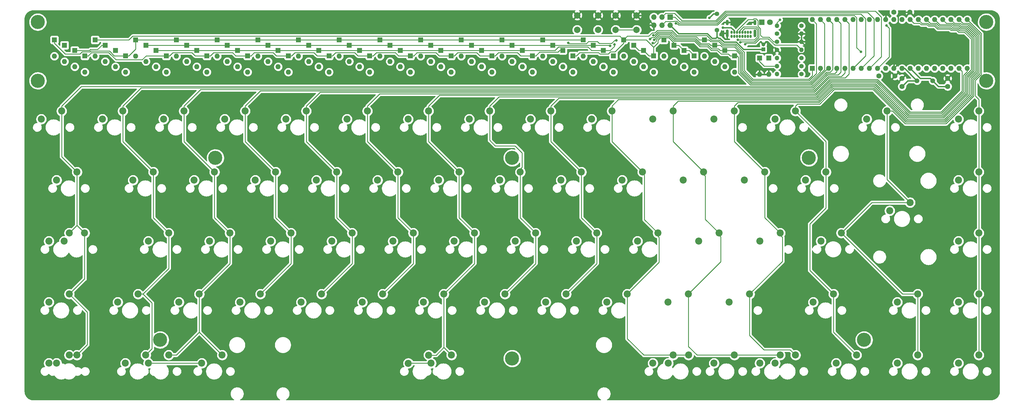
<source format=gbr>
G04 #@! TF.GenerationSoftware,KiCad,Pcbnew,5.99.0-unknown-9339afc~86~ubuntu18.04.1*
G04 #@! TF.CreationDate,2019-10-02T01:45:25+01:00*
G04 #@! TF.ProjectId,discipline-pcb,64697363-6970-46c6-996e-652d7063622e,rev?*
G04 #@! TF.SameCoordinates,Original*
G04 #@! TF.FileFunction,Copper,L2,Bot*
G04 #@! TF.FilePolarity,Positive*
%FSLAX46Y46*%
G04 Gerber Fmt 4.6, Leading zero omitted, Abs format (unit mm)*
G04 Created by KiCad (PCBNEW 5.99.0-unknown-9339afc~86~ubuntu18.04.1) date 2019-10-02 01:45:25*
%MOMM*%
%LPD*%
G04 APERTURE LIST*
%ADD10C,2.200000*%
%ADD11O,1.700000X1.700000*%
%ADD12R,1.700000X1.700000*%
%ADD13C,1.400000*%
%ADD14O,0.650000X1.000000*%
%ADD15O,0.900000X2.400000*%
%ADD16O,0.900000X1.700000*%
%ADD17O,1.600000X1.600000*%
%ADD18R,1.600000X1.600000*%
%ADD19C,2.000000*%
%ADD20C,1.600000*%
%ADD21O,1.400000X1.400000*%
%ADD22C,4.400000*%
%ADD23C,1.500000*%
%ADD24R,1.200000X1.200000*%
%ADD25C,1.200000*%
%ADD26C,1.800000*%
%ADD27R,1.800000X1.800000*%
%ADD28C,0.800000*%
%ADD29C,0.400000*%
%ADD30C,0.250000*%
%ADD31C,0.254000*%
G04 APERTURE END LIST*
D10*
X330631800Y-116052600D03*
X336981800Y-113512600D03*
X309194200Y-125552200D03*
X315544200Y-123012200D03*
X68689084Y-125581380D03*
X75039084Y-123041380D03*
X68656200Y-144631380D03*
X75006200Y-142091380D03*
X90119200Y-144627600D03*
X96469200Y-142087600D03*
X118695284Y-125581380D03*
X125045284Y-123041380D03*
X294948062Y-163681380D03*
X301298062Y-161141380D03*
X137745284Y-125581380D03*
X144095284Y-123041380D03*
X352057784Y-163681380D03*
X358407784Y-161141380D03*
X156794784Y-125581380D03*
X163144784Y-123041380D03*
X333007784Y-163681380D03*
X339357784Y-161141380D03*
X175844784Y-125581380D03*
X182194784Y-123041380D03*
X313957784Y-163681380D03*
X320307784Y-161141380D03*
X194894784Y-125581380D03*
X201244784Y-123041380D03*
X213944784Y-125581380D03*
X220294784Y-123041380D03*
X232994784Y-125581380D03*
X239344784Y-123041380D03*
X252044784Y-125581380D03*
X258394784Y-123041380D03*
X271094784Y-125581380D03*
X277444784Y-123041380D03*
X280620784Y-144631380D03*
X286970784Y-142091380D03*
X290144784Y-125581380D03*
X296494784Y-123041380D03*
X352057784Y-125581380D03*
X358407784Y-123041380D03*
X109170284Y-144631380D03*
X115520284Y-142091380D03*
X128220284Y-144631380D03*
X134570284Y-142091380D03*
X147270284Y-144631380D03*
X153620284Y-142091380D03*
X166320784Y-144631380D03*
X172670784Y-142091380D03*
X185370784Y-144631380D03*
X191720784Y-142091380D03*
X352057784Y-144631380D03*
X358407784Y-142091380D03*
X204420784Y-144631380D03*
X210770784Y-142091380D03*
X333007784Y-144631380D03*
X339357784Y-142091380D03*
X223470784Y-144631380D03*
X229820784Y-142091380D03*
X242520784Y-144631380D03*
X248870784Y-142091380D03*
X261570784Y-144631380D03*
X267920784Y-142091380D03*
X180634107Y-163689270D03*
X186984107Y-161149270D03*
X66307784Y-87481380D03*
X72657784Y-84941380D03*
X85357784Y-87481380D03*
X91707784Y-84941380D03*
X104407784Y-87481380D03*
X110757784Y-84941380D03*
X187751784Y-163681380D03*
X194101784Y-161141380D03*
X123457784Y-87481380D03*
X129807784Y-84941380D03*
X142507784Y-87481380D03*
X148857784Y-84941380D03*
X161557784Y-87481380D03*
X167907784Y-84941380D03*
X180607784Y-87481380D03*
X186957784Y-84941380D03*
X199657784Y-87481380D03*
X206007784Y-84941380D03*
X218707784Y-87481380D03*
X225057784Y-84941380D03*
X237757784Y-87481380D03*
X244107784Y-84941380D03*
X256807784Y-87481380D03*
X263157784Y-84941380D03*
X275857784Y-87481380D03*
X282207784Y-84941380D03*
X99645284Y-125581380D03*
X105995284Y-123041380D03*
X352057784Y-87481380D03*
X358407784Y-84941380D03*
X94882784Y-106531380D03*
X101232784Y-103991380D03*
X113932784Y-106531380D03*
X120282784Y-103991380D03*
X132982784Y-106531380D03*
X139332784Y-103991380D03*
X152032784Y-106531380D03*
X158382784Y-103991380D03*
X171082784Y-106531380D03*
X177432784Y-103991380D03*
X190132784Y-106531380D03*
X196482784Y-103991380D03*
X209182784Y-106531380D03*
X215532784Y-103991380D03*
X228232784Y-106531380D03*
X234582784Y-103991380D03*
X247282784Y-106531380D03*
X253632784Y-103991380D03*
X266332784Y-106531380D03*
X272682784Y-103991380D03*
X285382784Y-106531380D03*
X291732784Y-103991380D03*
X304432784Y-106531380D03*
X310782784Y-103991380D03*
X352057784Y-106531380D03*
X358407784Y-103991380D03*
X294907784Y-87481380D03*
X301257784Y-84941380D03*
X99669565Y-163677449D03*
X106019565Y-161137449D03*
X261610470Y-163681380D03*
X267960470Y-161141380D03*
X92501584Y-163681380D03*
X98851584Y-161141380D03*
X290166662Y-163681380D03*
X296516662Y-161141380D03*
X68688984Y-163681380D03*
X75038984Y-161141380D03*
X71070234Y-163677449D03*
X77420234Y-161137449D03*
X275892740Y-163681380D03*
X282242740Y-161141380D03*
X256837418Y-163681380D03*
X263187418Y-161141380D03*
X116313984Y-163681380D03*
X122663984Y-161141380D03*
X71070284Y-106531380D03*
X77420284Y-103991380D03*
X306813784Y-144631380D03*
X313163784Y-142091380D03*
X73451584Y-125581380D03*
X79801584Y-123041380D03*
X323482784Y-87481380D03*
X329832784Y-84941380D03*
D11*
X257120000Y-58140000D03*
X257120000Y-55600000D03*
X259660000Y-58140000D03*
X259660000Y-55600000D03*
X262200000Y-58140000D03*
D12*
X262200000Y-55600000D03*
D13*
X276824148Y-54598468D03*
X276824148Y-59698468D03*
D14*
X285600002Y-61638652D03*
X287300002Y-61638652D03*
X286450002Y-61638652D03*
X284750002Y-61638652D03*
X283900002Y-61638652D03*
X283050002Y-61638652D03*
X282200002Y-61638652D03*
X281350002Y-61638652D03*
X287300002Y-60313652D03*
X286445002Y-60313652D03*
X285595002Y-60313652D03*
X284745002Y-60313652D03*
X283895002Y-60313652D03*
X283045002Y-60313652D03*
X282195002Y-60313652D03*
X281345002Y-60313652D03*
D15*
X288650002Y-60658652D03*
X280000002Y-60658652D03*
D16*
X288650002Y-57278652D03*
X280000002Y-57278652D03*
D17*
X70376818Y-67803242D03*
D18*
X70376818Y-62723242D03*
D17*
X79885207Y-72763829D03*
D18*
X79885207Y-67683829D03*
D17*
X92563059Y-72763829D03*
D18*
X92563059Y-67683829D03*
D17*
X95732522Y-67803242D03*
D18*
X95732522Y-62723242D03*
D17*
X108410374Y-67803242D03*
D18*
X108410374Y-62723242D03*
D17*
X121088226Y-67803242D03*
D18*
X121088226Y-62723242D03*
D17*
X133766078Y-67803242D03*
D18*
X133766078Y-62723242D03*
D17*
X146443930Y-67803242D03*
D18*
X146443930Y-62723242D03*
D17*
X159121782Y-67803242D03*
D18*
X159121782Y-62723242D03*
D17*
X171799634Y-67803242D03*
D18*
X171799634Y-62723242D03*
D17*
X184477486Y-67803242D03*
D18*
X184477486Y-62723242D03*
D17*
X197155338Y-67803242D03*
D18*
X197155338Y-62723242D03*
D17*
X209833190Y-67803242D03*
D18*
X209833190Y-62723242D03*
D17*
X222511042Y-67803242D03*
D18*
X222511042Y-62723242D03*
D17*
X235118910Y-67803242D03*
D18*
X235118910Y-62723242D03*
D17*
X282318463Y-72763829D03*
D18*
X282318463Y-67683829D03*
D17*
X73546281Y-69456771D03*
D18*
X73546281Y-64376771D03*
D17*
X89393596Y-71110300D03*
D18*
X89393596Y-66030300D03*
D17*
X98901985Y-69456771D03*
D18*
X98901985Y-64376771D03*
D17*
X111579837Y-69456771D03*
D18*
X111579837Y-64376771D03*
D17*
X124257689Y-69456771D03*
D18*
X124257689Y-64376771D03*
D17*
X136935541Y-69456771D03*
D18*
X136935541Y-64376771D03*
D17*
X149613393Y-69456771D03*
D18*
X149613393Y-64376771D03*
D17*
X162291245Y-69456771D03*
D18*
X162291245Y-64376771D03*
D17*
X174969097Y-69456771D03*
D18*
X174969097Y-64376771D03*
D17*
X187646949Y-69456771D03*
D18*
X187646949Y-64376771D03*
D17*
X200324801Y-69456771D03*
D18*
X200324801Y-64376771D03*
D17*
X213002653Y-69456771D03*
D18*
X213002653Y-64376771D03*
D17*
X225663009Y-69456771D03*
D18*
X225663009Y-64376771D03*
D17*
X238269683Y-69456771D03*
D18*
X238269683Y-64376771D03*
D17*
X279229739Y-71110300D03*
D18*
X279229739Y-66030300D03*
D17*
X76715744Y-71110300D03*
D18*
X76715744Y-66030300D03*
D17*
X86224133Y-69456771D03*
D18*
X86224133Y-64376771D03*
D17*
X102071448Y-71110300D03*
D18*
X102071448Y-66030300D03*
D17*
X114749300Y-71110300D03*
D18*
X114749300Y-66030300D03*
D17*
X127427152Y-71110300D03*
D18*
X127427152Y-66030300D03*
D17*
X140105004Y-71110300D03*
D18*
X140105004Y-66030300D03*
D17*
X152782856Y-71110300D03*
D18*
X152782856Y-66030300D03*
D17*
X165460708Y-71110300D03*
D18*
X165460708Y-66030300D03*
D17*
X178138560Y-71110300D03*
D18*
X178138560Y-66030300D03*
D17*
X190816412Y-71110300D03*
D18*
X190816412Y-66030300D03*
D17*
X203494264Y-71110300D03*
D18*
X203494264Y-66030300D03*
D17*
X216172116Y-71110300D03*
D18*
X216172116Y-66030300D03*
D17*
X241420456Y-71110300D03*
D18*
X241420456Y-66030300D03*
D17*
X276141015Y-69456771D03*
D18*
X276141015Y-64376771D03*
D17*
X105240911Y-72763829D03*
D18*
X105240911Y-67683829D03*
D17*
X117918763Y-72763829D03*
D18*
X117918763Y-67683829D03*
D17*
X130596615Y-72763829D03*
D18*
X130596615Y-67683829D03*
D17*
X143274467Y-72763829D03*
D18*
X143274467Y-67683829D03*
D17*
X155952319Y-72763829D03*
D18*
X155952319Y-67683829D03*
D17*
X168630171Y-72763829D03*
D18*
X168630171Y-67683829D03*
D17*
X181308023Y-72763829D03*
D18*
X181308023Y-67683829D03*
D17*
X193985875Y-72763829D03*
D18*
X193985875Y-67683829D03*
D17*
X206663727Y-72763829D03*
D18*
X206663727Y-67683829D03*
D17*
X219341579Y-72763829D03*
D18*
X219341579Y-67683829D03*
D17*
X228814976Y-71110300D03*
D18*
X228814976Y-66030300D03*
D17*
X244571229Y-72763829D03*
D18*
X244571229Y-67683829D03*
D17*
X272866140Y-67803242D03*
D18*
X272866140Y-62723242D03*
D17*
X266564592Y-71110300D03*
D18*
X266564592Y-66030300D03*
D17*
X83054670Y-67803242D03*
D18*
X83054670Y-62723242D03*
D17*
X263413818Y-69456771D03*
D18*
X263413818Y-64376771D03*
D17*
X260263045Y-67803242D03*
D18*
X260263045Y-62723242D03*
D17*
X257112272Y-72763829D03*
D18*
X257112272Y-67683829D03*
D17*
X231966943Y-72763829D03*
D18*
X231966943Y-67683829D03*
D17*
X250872775Y-69456771D03*
D18*
X250872775Y-64376771D03*
D17*
X247722002Y-67803242D03*
D18*
X247722002Y-62723242D03*
D17*
X269715366Y-72763829D03*
D18*
X269715366Y-67683829D03*
D17*
X253961499Y-71110300D03*
D18*
X253961499Y-66030300D03*
D17*
X292951516Y-73489826D03*
D18*
X292951516Y-68409826D03*
D17*
X290081844Y-73489826D03*
D18*
X290081844Y-68409826D03*
D19*
X245262266Y-59583704D03*
X245262266Y-55083704D03*
X251762266Y-59583704D03*
X251762266Y-55083704D03*
D20*
X336901800Y-54076600D03*
X331901800Y-54076600D03*
X332247596Y-73964046D03*
X327247596Y-73964046D03*
D18*
X306529964Y-71636812D03*
D17*
X354789964Y-56396812D03*
X309069964Y-71636812D03*
X352249964Y-56396812D03*
X311609964Y-71636812D03*
X349709964Y-56396812D03*
X314149964Y-71636812D03*
X347169964Y-56396812D03*
X316689964Y-71636812D03*
X344629964Y-56396812D03*
X319229964Y-71636812D03*
X342089964Y-56396812D03*
X321769964Y-71636812D03*
X339549964Y-56396812D03*
X324309964Y-71636812D03*
X337009964Y-56396812D03*
X326849964Y-71636812D03*
X334469964Y-56396812D03*
X329389964Y-71636812D03*
X331929964Y-56396812D03*
X331929964Y-71636812D03*
X329389964Y-56396812D03*
X334469964Y-71636812D03*
X326849964Y-56396812D03*
X337009964Y-71636812D03*
X324309964Y-56396812D03*
X339549964Y-71636812D03*
X321769964Y-56396812D03*
X342089964Y-71636812D03*
X319229964Y-56396812D03*
X344629964Y-71636812D03*
X316689964Y-56396812D03*
X347169964Y-71636812D03*
X314149964Y-56396812D03*
X349709964Y-71636812D03*
X311609964Y-56396812D03*
X352249964Y-71636812D03*
X309069964Y-56396812D03*
X354789964Y-71636812D03*
X306529964Y-56396812D03*
D13*
X303152850Y-70893147D03*
D21*
X295532850Y-70893147D03*
X295532850Y-68399682D03*
D13*
X303152850Y-68399682D03*
X303152850Y-73386612D03*
D21*
X295532850Y-73386612D03*
X303152850Y-65827841D03*
D13*
X295532850Y-65827841D03*
D21*
X303152850Y-63308129D03*
D13*
X295532850Y-63308129D03*
D22*
X212989879Y-162205740D03*
X212989879Y-99550624D03*
X305448502Y-99550624D03*
X120531257Y-99550624D03*
X322637337Y-156394590D03*
X103342422Y-156394590D03*
X360747255Y-75468873D03*
X360747255Y-57147160D03*
X65232504Y-57147160D03*
X65232504Y-75468873D03*
D20*
X348682646Y-77253670D03*
X348682646Y-74753670D03*
X334456772Y-74753670D03*
X334456772Y-77253670D03*
D23*
X344028178Y-75503870D03*
X339148178Y-75503870D03*
D24*
X291254210Y-65652496D03*
D25*
X291254210Y-64152496D03*
D19*
X239762266Y-55083704D03*
X239762266Y-59583704D03*
X233262266Y-55083704D03*
X233262266Y-59583704D03*
D26*
X293340000Y-57218460D03*
D27*
X290800000Y-57218460D03*
D21*
X303152850Y-60814664D03*
D13*
X295532850Y-60814664D03*
X303152850Y-58320834D03*
D21*
X295532850Y-58320834D03*
D28*
X283590086Y-57278652D03*
X278626442Y-58880770D03*
X274426922Y-55853616D03*
X256857000Y-63715359D03*
X257237692Y-62720424D03*
X243502168Y-64575212D03*
X244849514Y-64182664D03*
X255979321Y-62494715D03*
X256975628Y-61260498D03*
X245496940Y-62887812D03*
X230501154Y-63640226D03*
X285602150Y-64045335D03*
X329662320Y-58250842D03*
X296427971Y-56418460D03*
X283311370Y-62720946D03*
X284043485Y-63445956D03*
X321648236Y-66439906D03*
X264025821Y-57598790D03*
D29*
X262200000Y-58140000D02*
X264846894Y-60786894D01*
X264846894Y-60786894D02*
X273857270Y-60786894D01*
D30*
X248870784Y-142091380D02*
X258800000Y-132162164D01*
X258800000Y-124400000D02*
X258800000Y-132162164D01*
X258394784Y-123994784D02*
X258800000Y-124400000D01*
X254200000Y-105000000D02*
X254200000Y-118846596D01*
X254200000Y-118846596D02*
X258394784Y-123041380D01*
X253632784Y-104432784D02*
X254200000Y-105000000D01*
X273200000Y-105200000D02*
X273200000Y-118796596D01*
X273200000Y-118796596D02*
X277444784Y-123041380D01*
X272682784Y-104682784D02*
X273200000Y-105200000D01*
X278000000Y-124200000D02*
X278000000Y-132012164D01*
X267920784Y-142091380D02*
X278000000Y-132012164D01*
X277444784Y-123644784D02*
X278000000Y-124200000D01*
X297200000Y-124400000D02*
X297200000Y-131862164D01*
X296494784Y-123694784D02*
X297200000Y-124400000D01*
X310782784Y-94466380D02*
X310782784Y-103991380D01*
X301257784Y-84941380D02*
X310782784Y-94466380D01*
D29*
X333269963Y-55305909D02*
X334499272Y-54076600D01*
X336901800Y-54076600D02*
X334499272Y-54076600D01*
X331929964Y-71636812D02*
X333269963Y-70296813D01*
X333269963Y-55305909D02*
X333269963Y-70296813D01*
X303152850Y-63308129D02*
X304252851Y-64408130D01*
X304252851Y-66355842D02*
X304252851Y-64408130D01*
X303680851Y-66927842D02*
X304252851Y-66355842D01*
X296632851Y-66927842D02*
X303680851Y-66927842D01*
X295532850Y-65827841D02*
X296632851Y-66927842D01*
X303152850Y-63308129D02*
X303152850Y-60814664D01*
X282195002Y-59854033D02*
X281221739Y-58880770D01*
X275682070Y-54598468D02*
X274426922Y-55853616D01*
X276824148Y-54598468D02*
X275682070Y-54598468D01*
X281221739Y-58880770D02*
X278626442Y-58880770D01*
D30*
X283084209Y-67683829D02*
X283502596Y-68102216D01*
X283502596Y-68102216D02*
X283502596Y-73071648D01*
X283502596Y-73071648D02*
X287247168Y-76816220D01*
X311376910Y-71636812D02*
X306197502Y-76816220D01*
X287247168Y-76816220D02*
X306197502Y-76816220D01*
X73758877Y-67155301D02*
X78305573Y-67155301D01*
X70376818Y-62723242D02*
X70376818Y-63773242D01*
X78305573Y-67155301D02*
X78980563Y-66480311D01*
X78980563Y-66480311D02*
X81502314Y-66480311D01*
X88985378Y-67683829D02*
X93613059Y-67683829D01*
X81502314Y-66480311D02*
X81754395Y-66228230D01*
X88307467Y-66988421D02*
X88307467Y-67005918D01*
X81754395Y-66228230D02*
X87547277Y-66228230D01*
X88307467Y-67005918D02*
X88985378Y-67683829D01*
X70376818Y-63773242D02*
X73758877Y-67155301D01*
X87547277Y-66228230D02*
X88307467Y-66988421D01*
X95732522Y-65564366D02*
X95732522Y-62723242D01*
X93613059Y-67683829D02*
X95732522Y-65564366D01*
X95732522Y-62723242D02*
X133766078Y-62723242D01*
X133766078Y-62723242D02*
X171799634Y-62723242D01*
X171799634Y-62723242D02*
X209833190Y-62723242D01*
X209833190Y-62723242D02*
X235118910Y-62723242D01*
X257317697Y-63715359D02*
X256857000Y-63715359D01*
X257963100Y-63069956D02*
X257317697Y-63715359D01*
X257963100Y-62631426D02*
X257963100Y-63069956D01*
X259001566Y-61592960D02*
X257963100Y-62631426D01*
X262008569Y-61592960D02*
X259001566Y-61592960D01*
X263578452Y-63162843D02*
X262008569Y-61592960D01*
X269847917Y-63162843D02*
X263578452Y-63162843D01*
X282318463Y-67683829D02*
X280914457Y-67683829D01*
X280914457Y-67683829D02*
X280387952Y-67157324D01*
X280387952Y-67157324D02*
X278171761Y-67157324D01*
X278171761Y-67157324D02*
X277506837Y-66492400D01*
X277506837Y-66492400D02*
X277500782Y-66492400D01*
X277500782Y-66492400D02*
X276993340Y-65984958D01*
X276993340Y-65984958D02*
X275033564Y-65984958D01*
X273914994Y-64866388D02*
X271551462Y-64866388D01*
X275033564Y-65984958D02*
X273914994Y-64866388D01*
X271551462Y-64866388D02*
X269847917Y-63162843D01*
X98901985Y-64376771D02*
X111579837Y-64376771D01*
X111579837Y-64376771D02*
X124257689Y-64376771D01*
X124257689Y-64376771D02*
X136935541Y-64376771D01*
X136935541Y-64376771D02*
X162291245Y-64376771D01*
X162291245Y-64376771D02*
X174969097Y-64376771D01*
X174969097Y-64376771D02*
X200324801Y-64376771D01*
X200324801Y-64376771D02*
X213002653Y-64376771D01*
X213002653Y-64376771D02*
X238269683Y-64376771D01*
X238269683Y-64376771D02*
X243303727Y-64376771D01*
X243303727Y-64376771D02*
X243502168Y-64575212D01*
X262190032Y-61138012D02*
X258820104Y-61138012D01*
X270034317Y-62712832D02*
X263764852Y-62712832D01*
X279229739Y-66030300D02*
X277791096Y-66030300D01*
X277791096Y-66030300D02*
X277290806Y-65530010D01*
X263764852Y-62712832D02*
X262190032Y-61138012D01*
X277290806Y-65530010D02*
X275226042Y-65530010D01*
X275226042Y-65530010D02*
X274036178Y-64340146D01*
X257237692Y-62720424D02*
X258820104Y-61138012D01*
X274036178Y-64340146D02*
X271661631Y-64340146D01*
X271661631Y-64340146D02*
X270034317Y-62712832D01*
X310362026Y-57688874D02*
X309069964Y-56396812D01*
X282792115Y-66030300D02*
X283957544Y-67195729D01*
X279229739Y-66030300D02*
X282792115Y-66030300D01*
X310362026Y-72004270D02*
X310362026Y-57688874D01*
X283957544Y-72879170D02*
X287439646Y-76361272D01*
X283957544Y-67195729D02*
X283957544Y-72879170D01*
X287439646Y-76361272D02*
X306005024Y-76361272D01*
X306005024Y-76361272D02*
X310362026Y-72004270D01*
X309069964Y-72648906D02*
X309069964Y-72634198D01*
X305812546Y-75906324D02*
X309069964Y-72648906D01*
X309069964Y-71636812D02*
X309069964Y-72634198D01*
X83888534Y-65662370D02*
X81675322Y-65662370D01*
X81675322Y-65662370D02*
X81307392Y-66030300D01*
X76715744Y-66030300D02*
X81307392Y-66030300D01*
X85174133Y-64376771D02*
X83888534Y-65662370D01*
X86224133Y-64376771D02*
X85174133Y-64376771D01*
X102071448Y-66030300D02*
X127427152Y-66030300D01*
X127427152Y-66030300D02*
X140105004Y-66030300D01*
X140105004Y-66030300D02*
X165460708Y-66030300D01*
X165460708Y-66030300D02*
X178138560Y-66030300D01*
X178138560Y-66030300D02*
X190816412Y-66030300D01*
X190816412Y-66030300D02*
X216172116Y-66030300D01*
X216172116Y-66030300D02*
X226326284Y-66030300D01*
X237738210Y-66030300D02*
X241420456Y-66030300D01*
X236613209Y-64905299D02*
X237738210Y-66030300D01*
X227451285Y-64905299D02*
X236613209Y-64905299D01*
X226326284Y-66030300D02*
X227451285Y-64905299D01*
X244849514Y-64748349D02*
X243567563Y-66030300D01*
X244849514Y-64182664D02*
X244849514Y-64748349D01*
X241420456Y-66030300D02*
X243567563Y-66030300D01*
X255979321Y-62494715D02*
X256484308Y-61989728D01*
X257313776Y-61989728D02*
X256484308Y-61989728D01*
X258620440Y-60683064D02*
X257313776Y-61989728D01*
X262382510Y-60683064D02*
X258620440Y-60683064D01*
X263957330Y-62257884D02*
X262382510Y-60683064D01*
X274893580Y-64376771D02*
X274893580Y-64375142D01*
X276141015Y-64376771D02*
X274893580Y-64376771D01*
X274893580Y-64375142D02*
X274386138Y-63867700D01*
X274386138Y-63867700D02*
X271825596Y-63867700D01*
X271825596Y-63867700D02*
X270215780Y-62257884D01*
X270215780Y-62257884D02*
X263957330Y-62257884D01*
X278428176Y-64900082D02*
X282298308Y-64900082D01*
X284412492Y-72686692D02*
X287632124Y-75906324D01*
X284412492Y-67014266D02*
X284412492Y-72686692D01*
X287632124Y-75906324D02*
X305812546Y-75906324D01*
X282298308Y-64900082D02*
X284412492Y-67014266D01*
X277904865Y-64376771D02*
X278428176Y-64900082D01*
X276141015Y-64376771D02*
X277904865Y-64376771D01*
X97765511Y-68928243D02*
X99009925Y-67683829D01*
X89593382Y-68928243D02*
X97765511Y-68928243D01*
X79885207Y-67683829D02*
X80935207Y-67683829D01*
X99009925Y-67683829D02*
X105240911Y-67683829D01*
X80935207Y-67683829D02*
X81940795Y-66678241D01*
X81940795Y-66678241D02*
X87360879Y-66678241D01*
X87360879Y-66678241D02*
X87857457Y-67174819D01*
X87857457Y-67174819D02*
X87857458Y-67192319D01*
X87857458Y-67192319D02*
X89593382Y-68928243D01*
X114217827Y-67683829D02*
X117918763Y-67683829D01*
X113212239Y-66678241D02*
X114217827Y-67683829D01*
X107296499Y-66678241D02*
X113212239Y-66678241D01*
X106290911Y-67683829D02*
X107296499Y-66678241D01*
X105240911Y-67683829D02*
X106290911Y-67683829D01*
X126895679Y-67683829D02*
X130596615Y-67683829D01*
X125890091Y-66678241D02*
X126895679Y-67683829D01*
X119974351Y-66678241D02*
X125890091Y-66678241D01*
X118968763Y-67683829D02*
X119974351Y-66678241D01*
X117918763Y-67683829D02*
X118968763Y-67683829D01*
X139573531Y-67683829D02*
X143274467Y-67683829D01*
X138567943Y-66678241D02*
X139573531Y-67683829D01*
X132652203Y-66678241D02*
X138567943Y-66678241D01*
X131646615Y-67683829D02*
X132652203Y-66678241D01*
X130596615Y-67683829D02*
X131646615Y-67683829D01*
X152251383Y-67683829D02*
X155952319Y-67683829D01*
X151245795Y-66678241D02*
X152251383Y-67683829D01*
X145330055Y-66678241D02*
X151245795Y-66678241D01*
X144324467Y-67683829D02*
X145330055Y-66678241D01*
X143274467Y-67683829D02*
X144324467Y-67683829D01*
X164929235Y-67683829D02*
X168630171Y-67683829D01*
X163923647Y-66678241D02*
X164929235Y-67683829D01*
X158007907Y-66678241D02*
X163923647Y-66678241D01*
X157002319Y-67683829D02*
X158007907Y-66678241D01*
X155952319Y-67683829D02*
X157002319Y-67683829D01*
X177607087Y-67683829D02*
X181308023Y-67683829D01*
X176601499Y-66678241D02*
X177607087Y-67683829D01*
X170685759Y-66678241D02*
X176601499Y-66678241D01*
X169680171Y-67683829D02*
X170685759Y-66678241D01*
X168630171Y-67683829D02*
X169680171Y-67683829D01*
X190284939Y-67683829D02*
X193985875Y-67683829D01*
X189279351Y-66678241D02*
X190284939Y-67683829D01*
X183363611Y-66678241D02*
X189279351Y-66678241D01*
X182358023Y-67683829D02*
X183363611Y-66678241D01*
X181308023Y-67683829D02*
X182358023Y-67683829D01*
X202962791Y-67683829D02*
X206663727Y-67683829D01*
X201957203Y-66678241D02*
X202962791Y-67683829D01*
X196041463Y-66678241D02*
X201957203Y-66678241D01*
X195035875Y-67683829D02*
X196041463Y-66678241D01*
X193985875Y-67683829D02*
X195035875Y-67683829D01*
X215640643Y-67683829D02*
X219341579Y-67683829D01*
X214635055Y-66678241D02*
X215640643Y-67683829D01*
X208719315Y-66678241D02*
X214635055Y-66678241D01*
X207713727Y-67683829D02*
X208719315Y-66678241D01*
X206663727Y-67683829D02*
X207713727Y-67683829D01*
X227764976Y-66030300D02*
X228814976Y-66030300D01*
X227236448Y-66558828D02*
X227764976Y-66030300D01*
X221516580Y-66558828D02*
X227236448Y-66558828D01*
X220391579Y-67683829D02*
X221516580Y-66558828D01*
X219341579Y-67683829D02*
X220391579Y-67683829D01*
X271334398Y-62723242D02*
X272866140Y-62723242D01*
X257395580Y-61260498D02*
X258427962Y-60228116D01*
X258427962Y-60228116D02*
X262574988Y-60228116D01*
X262574988Y-60228116D02*
X264149808Y-61802936D01*
X264149808Y-61802936D02*
X270414092Y-61802936D01*
X256975628Y-61260498D02*
X257395580Y-61260498D01*
X270414092Y-61802936D02*
X271334398Y-62723242D01*
X245496940Y-62887812D02*
X244931255Y-62887812D01*
X244931255Y-62887812D02*
X243968865Y-63850202D01*
X243968865Y-63850202D02*
X240107556Y-63850202D01*
X236775384Y-63251770D02*
X236124458Y-63902696D01*
X240107556Y-63850202D02*
X239509124Y-63251770D01*
X239509124Y-63251770D02*
X236775384Y-63251770D01*
X236124458Y-63902696D02*
X230763624Y-63902696D01*
X230763624Y-63902696D02*
X230501154Y-63640226D01*
X284867440Y-66832803D02*
X284867440Y-72494214D01*
X284867440Y-72494214D02*
X287824602Y-75451376D01*
X282479771Y-64445134D02*
X284867440Y-66832803D01*
X278620654Y-64445134D02*
X282479771Y-64445134D01*
X277395794Y-63220274D02*
X278620654Y-64445134D01*
X274876082Y-63220274D02*
X277395794Y-63220274D01*
X274379050Y-62723242D02*
X274876082Y-63220274D01*
X272866140Y-62723242D02*
X274379050Y-62723242D01*
X307824816Y-57691664D02*
X306529964Y-56396812D01*
X307824816Y-73246628D02*
X307824816Y-57691664D01*
X305620068Y-75451376D02*
X307824816Y-73246628D01*
X287824602Y-75451376D02*
X305620068Y-75451376D01*
X231966943Y-67683829D02*
X233016943Y-67683829D01*
X233016943Y-67683829D02*
X234022531Y-66678241D01*
X234022531Y-66678241D02*
X239883395Y-66678241D01*
X245014933Y-66480311D02*
X247722002Y-63773242D01*
X247722002Y-63773242D02*
X247722002Y-62723242D01*
X240360455Y-67155301D02*
X242914755Y-67155301D01*
X242914755Y-67155301D02*
X243589745Y-66480311D01*
X239883395Y-66678241D02*
X240360455Y-67155301D01*
X93621388Y-62723242D02*
X94769168Y-61575462D01*
X83054670Y-62723242D02*
X93621388Y-62723242D01*
X247712098Y-62723242D02*
X246564318Y-61575462D01*
X94769168Y-61575462D02*
X246564318Y-61575462D01*
X255612349Y-67683829D02*
X257112272Y-67683829D01*
X253961499Y-66032979D02*
X255612349Y-67683829D01*
X252523984Y-66030300D02*
X253961499Y-66030300D01*
X250872775Y-64379091D02*
X252523984Y-66030300D01*
X243589745Y-66480311D02*
X245014933Y-66480311D01*
X248839058Y-61575462D02*
X247722002Y-62692518D01*
X255562718Y-61575462D02*
X248839058Y-61575462D01*
X256612598Y-60525582D02*
X255562718Y-61575462D01*
X275093226Y-62765326D02*
X277588272Y-62765326D01*
X275093226Y-62765326D02*
X273675888Y-61347988D01*
X257483070Y-60525582D02*
X256612598Y-60525582D01*
X273675888Y-61347988D02*
X264342286Y-61347988D01*
X264342286Y-61347988D02*
X262767466Y-59773168D01*
X262767466Y-59773168D02*
X258235484Y-59773168D01*
X258235484Y-59773168D02*
X257483070Y-60525582D01*
X305427590Y-74996428D02*
X288017080Y-74996428D01*
X278813132Y-63990186D02*
X277588272Y-62765326D01*
X282661234Y-63990186D02*
X278813132Y-63990186D01*
X285322388Y-66651340D02*
X282661234Y-63990186D01*
X285322388Y-72301736D02*
X285322388Y-66651340D01*
X288017080Y-74996428D02*
X285322388Y-72301736D01*
X306529964Y-73894054D02*
X305427590Y-74996428D01*
X306529964Y-71636812D02*
X306529964Y-73894054D01*
X247722002Y-62723242D02*
X254795448Y-62723242D01*
X257112272Y-65040066D02*
X254795448Y-62723242D01*
X261778835Y-62042970D02*
X260943317Y-62042970D01*
X263413818Y-63677953D02*
X261778835Y-62042970D01*
X259187966Y-62042970D02*
X259582773Y-62042970D01*
X258413110Y-62817826D02*
X259187966Y-62042970D01*
X258413110Y-63683938D02*
X258413110Y-62817826D01*
X257112272Y-67683829D02*
X257112272Y-64984776D01*
X257112272Y-64984776D02*
X258413110Y-63683938D01*
X264900031Y-64376771D02*
X263413818Y-64376771D01*
X266553560Y-66030300D02*
X264900031Y-64376771D01*
X268128350Y-66030300D02*
X266564592Y-66030300D01*
X269715366Y-67617316D02*
X268128350Y-66030300D01*
X116313984Y-163681380D02*
X99673496Y-163681380D01*
X187751784Y-163681380D02*
X180641997Y-163681380D01*
X72657784Y-99228880D02*
X77420284Y-103991380D01*
X72657784Y-84941380D02*
X72657784Y-99228880D01*
X77420284Y-120660080D02*
X79801584Y-123041380D01*
X77420284Y-103991380D02*
X77420284Y-120660080D01*
X79801584Y-123041380D02*
X79801584Y-137328980D01*
X77420234Y-161137449D02*
X75042915Y-161137449D01*
X76152832Y-121927532D02*
X77420284Y-120660080D01*
X76148694Y-121927532D02*
X76152832Y-121927532D01*
X75048695Y-123027531D02*
X76148694Y-121927532D01*
X312881738Y-57668586D02*
X311609964Y-56396812D01*
X72657784Y-84941380D02*
X72657784Y-83385746D01*
X72657784Y-83385746D02*
X78772362Y-77271168D01*
X78772362Y-77271168D02*
X306389980Y-77271168D01*
X306389980Y-77271168D02*
X310899335Y-72761813D01*
X310899335Y-72761813D02*
X312089199Y-72761813D01*
X312881738Y-71969274D02*
X312881738Y-57668586D01*
X312089199Y-72761813D02*
X312881738Y-71969274D01*
X91707784Y-94466380D02*
X101232784Y-103991380D01*
X91707784Y-84941380D02*
X91707784Y-94466380D01*
X101232784Y-118278880D02*
X105995284Y-123041380D01*
X101232784Y-103991380D02*
X101232784Y-118278880D01*
X91707784Y-84941380D02*
X91707784Y-83385746D01*
X91707784Y-83385746D02*
X97367414Y-77726116D01*
X314170605Y-72597819D02*
X314170605Y-71657453D01*
X313556600Y-73211824D02*
X314170605Y-72597819D01*
X311085734Y-73211824D02*
X313556600Y-73211824D01*
X97367414Y-77726116D02*
X306571442Y-77726116D01*
X306571442Y-77726116D02*
X311085734Y-73211824D01*
X110757784Y-94466380D02*
X120282784Y-103991380D01*
X110757784Y-84941380D02*
X110757784Y-94466380D01*
X120282784Y-118278880D02*
X125045284Y-123041380D01*
X120282784Y-103991380D02*
X120282784Y-118278880D01*
X125045284Y-132566380D02*
X115520284Y-142091380D01*
X125045284Y-123041380D02*
X125045284Y-132566380D01*
X115520284Y-153997680D02*
X122663984Y-161141380D01*
X115520284Y-142091380D02*
X115520284Y-153997680D01*
X115520284Y-153997680D02*
X115506516Y-153997680D01*
X115506516Y-153997680D02*
X108366747Y-161137449D01*
X106019565Y-161137449D02*
X108366747Y-161137449D01*
X315418948Y-57665796D02*
X314149964Y-56396812D01*
X110757784Y-84941380D02*
X110757784Y-83385746D01*
X315418948Y-72819280D02*
X315418948Y-57665796D01*
X110757784Y-83385746D02*
X115962466Y-78181064D01*
X115962466Y-78181064D02*
X306752904Y-78181064D01*
X306752904Y-78181064D02*
X311267388Y-73666580D01*
X311267388Y-73666580D02*
X314571648Y-73666580D01*
X314571648Y-73666580D02*
X315418948Y-72819280D01*
X129807784Y-94466380D02*
X139332784Y-103991380D01*
X129807784Y-84941380D02*
X129807784Y-94466380D01*
X139332784Y-118278880D02*
X144095284Y-123041380D01*
X139332784Y-103991380D02*
X139332784Y-118278880D01*
X144095284Y-132566380D02*
X134570284Y-142091380D01*
X144095284Y-123041380D02*
X144095284Y-132566380D01*
X316689964Y-73017458D02*
X316689964Y-71636812D01*
X316690269Y-73017763D02*
X316689964Y-73017458D01*
X129807784Y-84941380D02*
X129807784Y-83385746D01*
X129807784Y-83385746D02*
X134557518Y-78636012D01*
X134557518Y-78636012D02*
X307002410Y-78636012D01*
X307002410Y-78636012D02*
X311499396Y-74139026D01*
X311499396Y-74139026D02*
X315569006Y-74139026D01*
X315569006Y-74139026D02*
X316690269Y-73017763D01*
X148857784Y-94466380D02*
X158382784Y-103991380D01*
X148857784Y-84941380D02*
X148857784Y-94466380D01*
X158382784Y-118279380D02*
X163144784Y-123041380D01*
X158382784Y-103991380D02*
X158382784Y-118279380D01*
X163144784Y-132566880D02*
X153620284Y-142091380D01*
X163144784Y-123041380D02*
X163144784Y-132566880D01*
X317956158Y-57663006D02*
X316689964Y-56396812D01*
X317956158Y-73379157D02*
X317956158Y-57663006D01*
X148857784Y-84941380D02*
X148857784Y-83385746D01*
X148857784Y-83385746D02*
X153152570Y-79090960D01*
X153152570Y-79090960D02*
X307229884Y-79090960D01*
X307229884Y-79090960D02*
X311726870Y-74593974D01*
X311726870Y-74593974D02*
X316741341Y-74593974D01*
X316741341Y-74593974D02*
X317956158Y-73379157D01*
X167907784Y-94466380D02*
X177432784Y-103991380D01*
X167907784Y-84941380D02*
X167907784Y-94466380D01*
X177432784Y-118279380D02*
X182194784Y-123041380D01*
X177432784Y-103991380D02*
X177432784Y-118279380D01*
X182194784Y-132567380D02*
X172670784Y-142091380D01*
X182194784Y-123041380D02*
X182194784Y-132567380D01*
X353144636Y-72531484D02*
X352249964Y-71636812D01*
X353144636Y-78723502D02*
X353144636Y-72531484D01*
X337028978Y-85232758D02*
X346635380Y-85232758D01*
X167907784Y-84941380D02*
X167907784Y-83385746D01*
X167907784Y-83385746D02*
X171747622Y-79545908D01*
X171747622Y-79545908D02*
X307439860Y-79545908D01*
X346635380Y-85232758D02*
X353144636Y-78723502D01*
X307439860Y-79545908D02*
X311936846Y-75048922D01*
X311936846Y-75048922D02*
X326845142Y-75048922D01*
X326845142Y-75048922D02*
X337028978Y-85232758D01*
X186957784Y-94466380D02*
X196482784Y-103991380D01*
X186957784Y-84941380D02*
X186957784Y-94466380D01*
X196482784Y-118279380D02*
X201244784Y-123041380D01*
X196482784Y-103991380D02*
X196482784Y-118279380D01*
X201244784Y-132567380D02*
X191720784Y-142091380D01*
X201244784Y-123041380D02*
X201244784Y-132567380D01*
X191720784Y-158760380D02*
X194101784Y-161141380D01*
X191720784Y-142091380D02*
X191720784Y-158760380D01*
X189331894Y-161149270D02*
X191720784Y-158760380D01*
X186984107Y-161149270D02*
X189331894Y-161149270D01*
X186957784Y-84941380D02*
X186957784Y-83385746D01*
X186957784Y-83385746D02*
X190342674Y-80000856D01*
X353599584Y-73824062D02*
X353599584Y-78915980D01*
X354789964Y-71636812D02*
X354789964Y-72633682D01*
X354789964Y-72633682D02*
X353599584Y-73824062D01*
X190342674Y-80000856D02*
X307632338Y-80000856D01*
X353599584Y-78915980D02*
X346827858Y-85687706D01*
X346827858Y-85687706D02*
X336836500Y-85687706D01*
X336836500Y-85687706D02*
X326652664Y-75503870D01*
X326652664Y-75503870D02*
X312129324Y-75503870D01*
X312129324Y-75503870D02*
X307632338Y-80000856D01*
X215532784Y-118279380D02*
X220294784Y-123041380D01*
X215532784Y-103991380D02*
X215532784Y-118279380D01*
X220294784Y-132567380D02*
X210770784Y-142091380D01*
X220294784Y-123041380D02*
X220294784Y-132567380D01*
X206007784Y-94086746D02*
X206007784Y-84941380D01*
X215532784Y-103088298D02*
X216100300Y-102520782D01*
X216100300Y-102520782D02*
X216100300Y-97988800D01*
X216100300Y-97988800D02*
X213913050Y-95801550D01*
X213913050Y-95801550D02*
X207722588Y-95801550D01*
X207722588Y-95801550D02*
X206007784Y-94086746D01*
X338146576Y-57533424D02*
X337009964Y-56396812D01*
X340447170Y-57982337D02*
X339998257Y-57533424D01*
X342284426Y-57982338D02*
X340447170Y-57982337D01*
X344624184Y-58432348D02*
X342734436Y-58432348D01*
X345516565Y-59324729D02*
X344624184Y-58432348D01*
X349296061Y-59324729D02*
X345516565Y-59324729D01*
X356014308Y-62368466D02*
X353960299Y-60314457D01*
X312321802Y-75958818D02*
X326460186Y-75958818D01*
X307807318Y-80473302D02*
X312321802Y-75958818D01*
X206007784Y-84941380D02*
X206007784Y-83385746D01*
X339998257Y-57533424D02*
X338146576Y-57533424D01*
X208920228Y-80473302D02*
X307807318Y-80473302D01*
X342734436Y-58432348D02*
X342284426Y-57982338D01*
X354072030Y-74016540D02*
X356014308Y-72074262D01*
X336644022Y-86142654D02*
X347020336Y-86142654D01*
X351583325Y-59774738D02*
X349746070Y-59774738D01*
X354072030Y-79090960D02*
X354072030Y-74016540D01*
X347020336Y-86142654D02*
X354072030Y-79090960D01*
X326460186Y-75958818D02*
X336644022Y-86142654D01*
X356014308Y-72074262D02*
X356014308Y-62368466D01*
X206007784Y-83385746D02*
X208920228Y-80473302D01*
X353960299Y-60314457D02*
X352123044Y-60314457D01*
X352123044Y-60314457D02*
X351583325Y-59774738D01*
X349746070Y-59774738D02*
X349296061Y-59324729D01*
X225057784Y-94466380D02*
X234582784Y-103991380D01*
X225057784Y-84941380D02*
X225057784Y-94466380D01*
X234582784Y-118279380D02*
X239344784Y-123041380D01*
X234582784Y-103991380D02*
X234582784Y-118279380D01*
X239344784Y-132567380D02*
X229820784Y-142091380D01*
X239344784Y-123041380D02*
X239344784Y-132567380D01*
X225057784Y-84941380D02*
X225057784Y-83385746D01*
X225057784Y-83385746D02*
X227515280Y-80928250D01*
X326267708Y-76413766D02*
X312514280Y-76413766D01*
X347212814Y-86597602D02*
X336451544Y-86597602D01*
X354526978Y-79283438D02*
X347212814Y-86597602D01*
X342966835Y-57982338D02*
X344856583Y-57982338D01*
X352350094Y-59819593D02*
X354147844Y-59819593D01*
X342516825Y-57532328D02*
X342966835Y-57982338D01*
X227515280Y-80928250D02*
X307999796Y-80928250D01*
X344856583Y-57982338D02*
X345748964Y-58874719D01*
X356464319Y-62136068D02*
X356464319Y-72260662D01*
X340673948Y-57532328D02*
X342516825Y-57532328D01*
X336451544Y-86597602D02*
X326267708Y-76413766D01*
X339549964Y-56408344D02*
X340673948Y-57532328D01*
X351815725Y-59324729D02*
X352310588Y-59819592D01*
X356464319Y-72260662D02*
X354526978Y-74198003D01*
X312514280Y-76413766D02*
X307999796Y-80928250D01*
X349528460Y-58874719D02*
X349978470Y-59324729D01*
X345748964Y-58874719D02*
X349528460Y-58874719D01*
X354526978Y-74198003D02*
X354526978Y-79283438D01*
X349978470Y-59324729D02*
X351815725Y-59324729D01*
X352310588Y-59819592D02*
X352350094Y-59819593D01*
X354147844Y-59819593D02*
X356464319Y-62136068D01*
X244107784Y-94466380D02*
X253632784Y-103991380D01*
X244107784Y-84941380D02*
X244107784Y-94466380D01*
X248870784Y-142091380D02*
X248870784Y-156008898D01*
X254003266Y-161141380D02*
X263187418Y-161141380D01*
X248870784Y-156008898D02*
X254003266Y-161141380D01*
X263187418Y-161141380D02*
X267960470Y-161141380D01*
X345981363Y-58424709D02*
X345088982Y-57532328D01*
X349760859Y-58424709D02*
X345981363Y-58424709D01*
X345088982Y-57532328D02*
X343225480Y-57532328D01*
X308192274Y-81383198D02*
X312706758Y-76868714D01*
X352536494Y-59369583D02*
X352041630Y-58874719D01*
X312706758Y-76868714D02*
X326057732Y-76868714D01*
X354981926Y-74379466D02*
X356914330Y-72447062D01*
X244107784Y-83385746D02*
X246110332Y-81383198D01*
X343225480Y-57532328D02*
X342089964Y-56396812D01*
X244107784Y-84941380D02*
X244107784Y-83385746D01*
X336241568Y-87052550D02*
X347405292Y-87052550D01*
X347405292Y-87052550D02*
X354981926Y-79475916D01*
X354981926Y-79475916D02*
X354981926Y-74379466D01*
X356914330Y-61903670D02*
X354380243Y-59369583D01*
X352041630Y-58874719D02*
X350210869Y-58874719D01*
X356914330Y-72447062D02*
X356914330Y-61903670D01*
X326057732Y-76868714D02*
X336241568Y-87052550D01*
X354380243Y-59369583D02*
X352536494Y-59369583D01*
X246110332Y-81383198D02*
X308192274Y-81383198D01*
X350210869Y-58874719D02*
X349760859Y-58424709D01*
X263157784Y-94466380D02*
X272682784Y-103991380D01*
X263157784Y-84941380D02*
X263157784Y-94466380D01*
X282242740Y-161141380D02*
X296516662Y-161141380D01*
X270608868Y-161141380D02*
X282242740Y-161141380D01*
X267920784Y-158453296D02*
X270608868Y-161141380D01*
X267920784Y-142091380D02*
X267920784Y-158453296D01*
X263157784Y-84941380D02*
X263157784Y-83385746D01*
X263157784Y-83385746D02*
X264705384Y-81838146D01*
X312899236Y-77323662D02*
X308384752Y-81838146D01*
X325865254Y-77323662D02*
X312899236Y-77323662D01*
X336049090Y-87507498D02*
X325865254Y-77323662D01*
X347632766Y-87507498D02*
X336049090Y-87507498D01*
X264705384Y-81838146D02*
X308384752Y-81838146D01*
X357379152Y-72669194D02*
X355454372Y-74593974D01*
X355454372Y-74593974D02*
X355454372Y-79685892D01*
X355454372Y-79685892D02*
X347632766Y-87507498D01*
X357379152Y-61686083D02*
X357379152Y-72669194D01*
X354597854Y-58904785D02*
X357379152Y-61686083D01*
X344629964Y-56396812D02*
X346204975Y-57971823D01*
X346204975Y-57971823D02*
X349983888Y-57971823D01*
X349983888Y-57971823D02*
X350436774Y-58424709D01*
X350436774Y-58424709D02*
X352228030Y-58424709D01*
X352228030Y-58424709D02*
X352708106Y-58904785D01*
X352708106Y-58904785D02*
X354597854Y-58904785D01*
X282207784Y-94466380D02*
X291732784Y-103991380D01*
X282207784Y-84941380D02*
X282207784Y-94466380D01*
X291732784Y-118279380D02*
X296494784Y-123041380D01*
X291732784Y-103991380D02*
X291732784Y-118279380D01*
X286970784Y-142091380D02*
X297200000Y-131862164D01*
X286970784Y-142091380D02*
X286970784Y-155018366D01*
X286970784Y-155018366D02*
X291411692Y-159459274D01*
X299615956Y-159459274D02*
X301298062Y-161141380D01*
X291411692Y-159459274D02*
X299615956Y-159459274D01*
X348294965Y-57521813D02*
X347169964Y-56396812D01*
X352457553Y-57971823D02*
X350620298Y-57971823D01*
X313074216Y-77796108D02*
X325690274Y-77796108D01*
X357834100Y-61458622D02*
X354830253Y-58454775D01*
X325690274Y-77796108D02*
X335856612Y-87962446D01*
X308577230Y-82293094D02*
X313074216Y-77796108D01*
X283300436Y-82293094D02*
X308577230Y-82293094D01*
X335856612Y-87962446D02*
X347825244Y-87962446D01*
X282207784Y-83385746D02*
X283300436Y-82293094D01*
X355926818Y-79860872D02*
X355926818Y-74768954D01*
X350170288Y-57521813D02*
X348294965Y-57521813D01*
X282207784Y-84941380D02*
X282207784Y-83385746D01*
X355926818Y-74768954D02*
X357834100Y-72861672D01*
X357834100Y-72861672D02*
X357834100Y-61458622D01*
X347825244Y-87962446D02*
X355926818Y-79860872D01*
X354830253Y-58454775D02*
X352940505Y-58454775D01*
X352940505Y-58454775D02*
X352457553Y-57971823D01*
X350620298Y-57971823D02*
X350170288Y-57521813D01*
X313163784Y-153997380D02*
X320307784Y-161141380D01*
X313163784Y-142091380D02*
X313163784Y-153997380D01*
X301257784Y-83385746D02*
X301895488Y-82748042D01*
X301257784Y-84941380D02*
X301257784Y-83385746D01*
X353172904Y-58004765D02*
X352689952Y-57521813D01*
X358289048Y-73054150D02*
X358289048Y-61231161D01*
X356381766Y-74961432D02*
X358289048Y-73054150D01*
X356381766Y-80053350D02*
X356381766Y-74961432D01*
X308769708Y-82748042D02*
X313266694Y-78251056D01*
X355062652Y-58004765D02*
X353172904Y-58004765D01*
X301895488Y-82748042D02*
X308769708Y-82748042D01*
X352689952Y-57521813D02*
X350834965Y-57521813D01*
X313266694Y-78251056D02*
X325480298Y-78251056D01*
X358289048Y-61231161D02*
X355062652Y-58004765D01*
X325480298Y-78251056D02*
X335646636Y-88417394D01*
X350834965Y-57521813D02*
X349709964Y-56396812D01*
X335646636Y-88417394D02*
X348017722Y-88417394D01*
X348017722Y-88417394D02*
X356381766Y-80053350D01*
X339357784Y-142091380D02*
X339357784Y-161141380D01*
X353385480Y-57532328D02*
X352249964Y-56396812D01*
X355272624Y-57532328D02*
X353385480Y-57532328D01*
X358743996Y-73246628D02*
X358743996Y-61003700D01*
X331523196Y-84941380D02*
X335454158Y-88872342D01*
X329832784Y-84941380D02*
X331523196Y-84941380D01*
X358743996Y-61003700D02*
X355272624Y-57532328D01*
X335454158Y-88872342D02*
X348210200Y-88872342D01*
X348210200Y-88872342D02*
X356854212Y-80228330D01*
X356854212Y-80228330D02*
X356854212Y-75136412D01*
X356854212Y-75136412D02*
X358743996Y-73246628D01*
X358407784Y-84941380D02*
X358407784Y-103991380D01*
X358407784Y-103991380D02*
X358407784Y-161141380D01*
X358407784Y-83385746D02*
X358411534Y-83381996D01*
X358407784Y-84941380D02*
X358407784Y-83385746D01*
X358411534Y-81332079D02*
X357307785Y-80228330D01*
X358411534Y-83381996D02*
X358411534Y-81332079D01*
X357307785Y-80228330D02*
X357307785Y-75330265D01*
X357307785Y-75330265D02*
X359198944Y-73439106D01*
X359198944Y-60805792D02*
X354789964Y-56396812D01*
X359198944Y-60805792D02*
X359198944Y-73439106D01*
X285602150Y-63792246D02*
X285602150Y-64045335D01*
X285614186Y-63780210D02*
X285602150Y-63792246D01*
X301694334Y-64333130D02*
X303189045Y-65827841D01*
X294816786Y-64333130D02*
X301694334Y-64333130D01*
X285669693Y-64045335D02*
X285934818Y-63780210D01*
X285934818Y-63780210D02*
X288717000Y-63780210D01*
X288717000Y-63780210D02*
X290134338Y-62362872D01*
X285602150Y-64045335D02*
X285669693Y-64045335D01*
X290134338Y-62362872D02*
X292846528Y-62362872D01*
X292846528Y-62362872D02*
X294816786Y-64333130D01*
X326849964Y-71636812D02*
X330467228Y-68019548D01*
X330467228Y-68019548D02*
X330467228Y-59055750D01*
X330467228Y-59055750D02*
X329662320Y-58250842D01*
X295532850Y-57313581D02*
X296427971Y-56418460D01*
X295532850Y-58320834D02*
X295532850Y-57313581D01*
D29*
X285066021Y-65652496D02*
X291254210Y-65652496D01*
X277769627Y-62204205D02*
X278995672Y-63430250D01*
X278995672Y-63430250D02*
X282843775Y-63430250D01*
X282843775Y-63430250D02*
X285066021Y-65652496D01*
X276824148Y-59698468D02*
X276824148Y-61521796D01*
X276824148Y-61808195D02*
X276428138Y-62204205D01*
X276824148Y-61521796D02*
X276824148Y-61808195D01*
X275274581Y-62204205D02*
X273857270Y-60786894D01*
X276428138Y-62204205D02*
X275274581Y-62204205D01*
X276824148Y-61707834D02*
X277320519Y-62204205D01*
X277320519Y-62204205D02*
X277769627Y-62204205D01*
X337009964Y-71636812D02*
X340127023Y-74753871D01*
X343278179Y-74753871D02*
X340127023Y-74753871D01*
X344028178Y-75503870D02*
X343278179Y-74753871D01*
X345777978Y-77253670D02*
X348682646Y-77253670D01*
X344028178Y-75503870D02*
X345777978Y-77253670D01*
X336206572Y-75503870D02*
X334456772Y-77253670D01*
X339148178Y-75503870D02*
X336206572Y-75503870D01*
X335281120Y-71636812D02*
X334469964Y-71636812D01*
X339148178Y-75503870D02*
X335281120Y-71636812D01*
D30*
X285465393Y-59133642D02*
X284745002Y-59854033D01*
X288971021Y-59133642D02*
X285465393Y-59133642D01*
X283311370Y-62720946D02*
X288428918Y-62720946D01*
X288966202Y-62183662D02*
X288971021Y-62183662D01*
X288971021Y-62183662D02*
X289425012Y-61729671D01*
X288428918Y-62720946D02*
X288966202Y-62183662D01*
X289425012Y-61729671D02*
X289425012Y-59587633D01*
X289425012Y-59587633D02*
X288971021Y-59133642D01*
X291515165Y-70893147D02*
X295532850Y-70893147D01*
X290081844Y-69459826D02*
X291515165Y-70893147D01*
X290081844Y-68409826D02*
X290081844Y-69459826D01*
X285065404Y-58683631D02*
X283895002Y-59854033D01*
X289157420Y-58683631D02*
X285065404Y-58683631D01*
X284344292Y-63445956D02*
X284469923Y-63320325D01*
X284469923Y-63320325D02*
X288476965Y-63320325D01*
X284043485Y-63445956D02*
X284344292Y-63445956D01*
X288476965Y-63320325D02*
X289875021Y-61922269D01*
X289875021Y-61922269D02*
X289875021Y-59401232D01*
X289875021Y-59401232D02*
X289157420Y-58683631D01*
X279782139Y-54663752D02*
X276824977Y-57620914D01*
X319229964Y-71636812D02*
X323153064Y-67713712D01*
X323153064Y-67713712D02*
X323153064Y-56114910D01*
X323153064Y-56114910D02*
X321701906Y-54663752D01*
X321701906Y-54663752D02*
X279782139Y-54663752D01*
X276721758Y-57615976D02*
X265068312Y-57615976D01*
X276824977Y-57620914D02*
X276726696Y-57620914D01*
X276726696Y-57620914D02*
X276721758Y-57615976D01*
X265068312Y-57615976D02*
X264302255Y-56849919D01*
X279436713Y-53736358D02*
X276462053Y-56711018D01*
X324309964Y-71636812D02*
X328000010Y-67946766D01*
X328000010Y-67946766D02*
X328000010Y-55573648D01*
X328000010Y-55573648D02*
X326162720Y-53736358D01*
X326162720Y-53736358D02*
X279436713Y-53736358D01*
X279600677Y-54208804D02*
X276643515Y-57165966D01*
X321769964Y-71636812D02*
X325707772Y-67699004D01*
X325707772Y-67699004D02*
X325707772Y-56129618D01*
X325707772Y-56129618D02*
X323786958Y-54208804D01*
X323786958Y-54208804D02*
X279600677Y-54208804D01*
X276643515Y-57165966D02*
X265286422Y-57165966D01*
X320354965Y-65146635D02*
X320354965Y-55856811D01*
X321648236Y-66439906D02*
X320354965Y-65146635D01*
X320354965Y-55856811D02*
X319616854Y-55118700D01*
X319616854Y-55118700D02*
X279963601Y-55118700D01*
X279963601Y-55118700D02*
X277006439Y-58075862D01*
X245262266Y-59583704D02*
X251762266Y-59583704D01*
X264891788Y-58075862D02*
X264505733Y-57689807D01*
X264891788Y-58075862D02*
X277006439Y-58075862D01*
X264116838Y-57689807D02*
X264025821Y-57598790D01*
X264505733Y-57689807D02*
X264116838Y-57689807D01*
X77420234Y-161137449D02*
X80670400Y-157887283D01*
X80670400Y-147755580D02*
X75006200Y-142091380D01*
X80670400Y-157887283D02*
X80670400Y-147755580D01*
X75006200Y-142091380D02*
X79801584Y-137295996D01*
X98024834Y-142087600D02*
X105995284Y-134117150D01*
X105995284Y-134117150D02*
X105995284Y-123041380D01*
X96469200Y-142087600D02*
X98024834Y-142087600D01*
X100817421Y-159175543D02*
X100817421Y-144880187D01*
X98024834Y-142087600D02*
X100817421Y-144880187D01*
X98851584Y-161141380D02*
X100817421Y-159175543D01*
X310782784Y-103991380D02*
X310782784Y-115200616D01*
X310782784Y-115200616D02*
X305739800Y-120243600D01*
X305739800Y-134667396D02*
X313163784Y-142091380D01*
X305739800Y-120243600D02*
X305739800Y-134667396D01*
X334623380Y-142091380D02*
X315544200Y-123012200D01*
X339357784Y-142091380D02*
X334623380Y-142091380D01*
X325043800Y-113512600D02*
X315544200Y-123012200D01*
X325043800Y-113512600D02*
X336981800Y-113512600D01*
X329832784Y-106363584D02*
X329832784Y-84941380D01*
X336981800Y-113512600D02*
X329832784Y-106363584D01*
X260835001Y-54424999D02*
X263624999Y-54424999D01*
X263624999Y-54424999D02*
X265911018Y-56711018D01*
X259660000Y-55600000D02*
X260835001Y-54424999D01*
X276462053Y-56711018D02*
X265911018Y-56711018D01*
X262200000Y-55600000D02*
X263720456Y-55600000D01*
X263720456Y-55600000D02*
X265286422Y-57165966D01*
X260835001Y-56964999D02*
X263334839Y-56964999D01*
X263334839Y-56964999D02*
X263449919Y-56849919D01*
X259660000Y-58140000D02*
X260835001Y-56964999D01*
X264302255Y-56849919D02*
X263449919Y-56849919D01*
X290379310Y-59269111D02*
X290379310Y-61243000D01*
X289574999Y-58464800D02*
X290379310Y-59269111D01*
X289574999Y-56707620D02*
X289574999Y-58464800D01*
X288083107Y-56349518D02*
X288328983Y-56103642D01*
X294439211Y-63308129D02*
X295639037Y-63308129D01*
X293039006Y-61907924D02*
X294439211Y-63308129D01*
X286549518Y-56349518D02*
X288083107Y-56349518D01*
X288971021Y-56103642D02*
X289574999Y-56707620D01*
X283045002Y-59854033D02*
X286549518Y-56349518D01*
X291044234Y-61907924D02*
X293039006Y-61907924D01*
X290379310Y-61243000D02*
X291044234Y-61907924D01*
X288328983Y-56103642D02*
X288971021Y-56103642D01*
D29*
X254063704Y-55083704D02*
X257120000Y-58140000D01*
X251762266Y-55083704D02*
X254063704Y-55083704D01*
D31*
G36*
X232569463Y-53597982D02*
G01*
X232340836Y-53727861D01*
X232200374Y-53840793D01*
X233262266Y-54902685D01*
X234329460Y-53835490D01*
X234086872Y-53666887D01*
X233897967Y-53576380D01*
X239127550Y-53576380D01*
X239069463Y-53597982D01*
X238840836Y-53727861D01*
X238700374Y-53840793D01*
X239762266Y-54902685D01*
X240829460Y-53835490D01*
X240586872Y-53666887D01*
X240397967Y-53576380D01*
X244627550Y-53576380D01*
X244569463Y-53597982D01*
X244340836Y-53727861D01*
X244200374Y-53840793D01*
X245262266Y-54902685D01*
X246329460Y-53835490D01*
X246086872Y-53666887D01*
X245897967Y-53576380D01*
X251127550Y-53576380D01*
X251069463Y-53597982D01*
X250840836Y-53727861D01*
X250700374Y-53840793D01*
X251762266Y-54902685D01*
X252829460Y-53835490D01*
X252586872Y-53666887D01*
X252397967Y-53576380D01*
X275964722Y-53576380D01*
X275833499Y-53697046D01*
X275782323Y-53764468D01*
X275775498Y-53764468D01*
X275749643Y-53758617D01*
X275655338Y-53764468D01*
X275622259Y-53764468D01*
X275596982Y-53768088D01*
X275511208Y-53773409D01*
X275479241Y-53784949D01*
X275445590Y-53789769D01*
X275367352Y-53825342D01*
X275286139Y-53854660D01*
X275259475Y-53874391D01*
X275228121Y-53888647D01*
X275154614Y-53951984D01*
X275133407Y-53967677D01*
X275114764Y-53986321D01*
X275047144Y-54044586D01*
X275029910Y-54071174D01*
X274278056Y-54823029D01*
X274027813Y-54890082D01*
X273792031Y-55026210D01*
X273599516Y-55218725D01*
X273463388Y-55454507D01*
X273392922Y-55717488D01*
X273392922Y-55952018D01*
X266225405Y-55952018D01*
X264247046Y-53973660D01*
X264247044Y-53973656D01*
X264076689Y-53803302D01*
X264022800Y-53775843D01*
X263973872Y-53740295D01*
X263916358Y-53721609D01*
X263862467Y-53694149D01*
X263802725Y-53684687D01*
X263745212Y-53666000D01*
X263685249Y-53666000D01*
X263685243Y-53665999D01*
X260774757Y-53665999D01*
X260774751Y-53666000D01*
X260714787Y-53666000D01*
X260657276Y-53684687D01*
X260597533Y-53694149D01*
X260543643Y-53721608D01*
X260486126Y-53740296D01*
X260437197Y-53775845D01*
X260383311Y-53803301D01*
X260027866Y-54158747D01*
X259705352Y-54116000D01*
X259596810Y-54116000D01*
X259409058Y-54131931D01*
X259165292Y-54195200D01*
X258935671Y-54298637D01*
X258726760Y-54439284D01*
X258544534Y-54613119D01*
X258394203Y-54815172D01*
X258387564Y-54828230D01*
X258323390Y-54722474D01*
X258158331Y-54532261D01*
X257963584Y-54372578D01*
X257744716Y-54247991D01*
X257505169Y-54161040D01*
X257165352Y-54116000D01*
X257056810Y-54116000D01*
X256869058Y-54131931D01*
X256625292Y-54195200D01*
X256395671Y-54298637D01*
X256186760Y-54439284D01*
X256004534Y-54613119D01*
X255854203Y-54815172D01*
X255740064Y-55039666D01*
X255665382Y-55280181D01*
X255632292Y-55529841D01*
X255641740Y-55781508D01*
X255693456Y-56027983D01*
X255785961Y-56262222D01*
X255916610Y-56477526D01*
X256081669Y-56667739D01*
X256276416Y-56827422D01*
X256350061Y-56869343D01*
X256186760Y-56979284D01*
X256004534Y-57153119D01*
X255854203Y-57355172D01*
X255740064Y-57579666D01*
X255665382Y-57820181D01*
X255639957Y-58012000D01*
X257248000Y-58012000D01*
X257248000Y-59639978D01*
X257311862Y-59623403D01*
X257168683Y-59766582D01*
X256492384Y-59766582D01*
X256434863Y-59785272D01*
X256375131Y-59794732D01*
X256321240Y-59822190D01*
X256263723Y-59840879D01*
X256214793Y-59876429D01*
X256160908Y-59903884D01*
X256117467Y-59947325D01*
X256117460Y-59947331D01*
X255248331Y-60816462D01*
X252835972Y-60816462D01*
X252968959Y-60693315D01*
X253130843Y-60486114D01*
X253257516Y-60255696D01*
X253345720Y-60007990D01*
X253393306Y-59748714D01*
X253396404Y-59452889D01*
X253354258Y-59192674D01*
X253271260Y-58943174D01*
X253149441Y-58710154D01*
X252991932Y-58499607D01*
X252802787Y-58316953D01*
X252732354Y-58268000D01*
X255630513Y-58268000D01*
X255693456Y-58567983D01*
X255785961Y-58802222D01*
X255916610Y-59017526D01*
X256081669Y-59207739D01*
X256276416Y-59367422D01*
X256495284Y-59492009D01*
X256734831Y-59578960D01*
X256992000Y-59613047D01*
X256992000Y-58268000D01*
X255630513Y-58268000D01*
X252732354Y-58268000D01*
X252586872Y-58166887D01*
X252349743Y-58053275D01*
X252097499Y-57979035D01*
X251836630Y-57946079D01*
X251573848Y-57955256D01*
X251315914Y-58006329D01*
X251069463Y-58097982D01*
X250840835Y-58227861D01*
X250635915Y-58392622D01*
X250459972Y-58588025D01*
X250317535Y-58809046D01*
X250310694Y-58824704D01*
X246709326Y-58824704D01*
X246649441Y-58710154D01*
X246491932Y-58499607D01*
X246302787Y-58316953D01*
X246086872Y-58166887D01*
X245849743Y-58053275D01*
X245597499Y-57979035D01*
X245336630Y-57946079D01*
X245073848Y-57955256D01*
X244815914Y-58006329D01*
X244569463Y-58097982D01*
X244340835Y-58227861D01*
X244135915Y-58392622D01*
X243959972Y-58588025D01*
X243817535Y-58809046D01*
X243712266Y-59049996D01*
X243646874Y-59304677D01*
X243623044Y-59566538D01*
X243641386Y-59828839D01*
X243701429Y-60084834D01*
X243801628Y-60327936D01*
X243939406Y-60551891D01*
X244111218Y-60750937D01*
X244189308Y-60816462D01*
X240835972Y-60816462D01*
X240968959Y-60693315D01*
X241130843Y-60486114D01*
X241257516Y-60255696D01*
X241345720Y-60007990D01*
X241393306Y-59748714D01*
X241396404Y-59452889D01*
X241354258Y-59192674D01*
X241271260Y-58943174D01*
X241149441Y-58710154D01*
X240991932Y-58499607D01*
X240802787Y-58316953D01*
X240586872Y-58166887D01*
X240349743Y-58053275D01*
X240097499Y-57979035D01*
X239836630Y-57946079D01*
X239573848Y-57955256D01*
X239315914Y-58006329D01*
X239069463Y-58097982D01*
X238840835Y-58227861D01*
X238635915Y-58392622D01*
X238459972Y-58588025D01*
X238317535Y-58809046D01*
X238212266Y-59049996D01*
X238146874Y-59304677D01*
X238123044Y-59566538D01*
X238141386Y-59828839D01*
X238201429Y-60084834D01*
X238301628Y-60327936D01*
X238439406Y-60551891D01*
X238611218Y-60750937D01*
X238689308Y-60816462D01*
X234335972Y-60816462D01*
X234468959Y-60693315D01*
X234630843Y-60486114D01*
X234757516Y-60255696D01*
X234845720Y-60007990D01*
X234893306Y-59748714D01*
X234896404Y-59452889D01*
X234854258Y-59192674D01*
X234771260Y-58943174D01*
X234649441Y-58710154D01*
X234491932Y-58499607D01*
X234302787Y-58316953D01*
X234086872Y-58166887D01*
X233849743Y-58053275D01*
X233597499Y-57979035D01*
X233336630Y-57946079D01*
X233073848Y-57955256D01*
X232815914Y-58006329D01*
X232569463Y-58097982D01*
X232340835Y-58227861D01*
X232135915Y-58392622D01*
X231959972Y-58588025D01*
X231817535Y-58809046D01*
X231712266Y-59049996D01*
X231646874Y-59304677D01*
X231623044Y-59566538D01*
X231641386Y-59828839D01*
X231701429Y-60084834D01*
X231801628Y-60327936D01*
X231939406Y-60551891D01*
X232111218Y-60750937D01*
X232189308Y-60816462D01*
X94708924Y-60816462D01*
X94708918Y-60816463D01*
X94648954Y-60816463D01*
X94591443Y-60835150D01*
X94531700Y-60844612D01*
X94477810Y-60872071D01*
X94420293Y-60890759D01*
X94371364Y-60926308D01*
X94317478Y-60953764D01*
X94267699Y-61003544D01*
X93307002Y-61964242D01*
X84496507Y-61964242D01*
X84496507Y-61906654D01*
X84415875Y-61605731D01*
X84268485Y-61430077D01*
X84074856Y-61318286D01*
X83865694Y-61281405D01*
X82238082Y-61281405D01*
X81937159Y-61362037D01*
X81761505Y-61509427D01*
X81649714Y-61703056D01*
X81612833Y-61912218D01*
X81612833Y-63539830D01*
X81693465Y-63840754D01*
X81840855Y-64016407D01*
X82034484Y-64128198D01*
X82243646Y-64165079D01*
X83871258Y-64165079D01*
X84172182Y-64084447D01*
X84347835Y-63937057D01*
X84459626Y-63743428D01*
X84496507Y-63534266D01*
X84496507Y-63482242D01*
X84797020Y-63482242D01*
X84782296Y-63565747D01*
X84782296Y-63723282D01*
X84776328Y-63727618D01*
X84722443Y-63755073D01*
X84679002Y-63798514D01*
X84678995Y-63798520D01*
X83574147Y-64903370D01*
X81555108Y-64903370D01*
X81497587Y-64922060D01*
X81437855Y-64931520D01*
X81383964Y-64958978D01*
X81326448Y-64977667D01*
X81277523Y-65013213D01*
X81223632Y-65040672D01*
X80993005Y-65271300D01*
X78157581Y-65271300D01*
X78157581Y-65213712D01*
X78076949Y-64912789D01*
X77929559Y-64737135D01*
X77735930Y-64625344D01*
X77526768Y-64588463D01*
X75899156Y-64588463D01*
X75598233Y-64669095D01*
X75422579Y-64816485D01*
X75310788Y-65010114D01*
X75273907Y-65219276D01*
X75273907Y-66396301D01*
X74073266Y-66396301D01*
X73495572Y-65818608D01*
X74362869Y-65818608D01*
X74663793Y-65737976D01*
X74839446Y-65590586D01*
X74951237Y-65396957D01*
X74988118Y-65187795D01*
X74988118Y-63560183D01*
X74907486Y-63259260D01*
X74760096Y-63083606D01*
X74566467Y-62971815D01*
X74357305Y-62934934D01*
X72729693Y-62934934D01*
X72428770Y-63015566D01*
X72253116Y-63162956D01*
X72141325Y-63356585D01*
X72104444Y-63565747D01*
X72104444Y-64427480D01*
X71639553Y-63962590D01*
X71669983Y-63937057D01*
X71781774Y-63743428D01*
X71818655Y-63534266D01*
X71818655Y-61906654D01*
X71738023Y-61605731D01*
X71590633Y-61430077D01*
X71397004Y-61318286D01*
X71187842Y-61281405D01*
X69560230Y-61281405D01*
X69259307Y-61362037D01*
X69083653Y-61509427D01*
X68971862Y-61703056D01*
X68934981Y-61912218D01*
X68934981Y-63539830D01*
X69015613Y-63840754D01*
X69163003Y-64016407D01*
X69356632Y-64128198D01*
X69565794Y-64165079D01*
X69723330Y-64165079D01*
X69727666Y-64171048D01*
X69755121Y-64224932D01*
X69804900Y-64274710D01*
X73263739Y-67733552D01*
X73263746Y-67733558D01*
X73307187Y-67776999D01*
X73361072Y-67804454D01*
X73410002Y-67840004D01*
X73467519Y-67858693D01*
X73521410Y-67886151D01*
X73581142Y-67895611D01*
X73638663Y-67914301D01*
X78365817Y-67914301D01*
X78365823Y-67914300D01*
X78425786Y-67914300D01*
X78443370Y-67908587D01*
X78443370Y-68500417D01*
X78524002Y-68801341D01*
X78671392Y-68976994D01*
X78865021Y-69088785D01*
X79074183Y-69125666D01*
X80701795Y-69125666D01*
X81002719Y-69045034D01*
X81178372Y-68897644D01*
X81290163Y-68704015D01*
X81327044Y-68494853D01*
X81327044Y-68337318D01*
X81333008Y-68332985D01*
X81386897Y-68305526D01*
X81557252Y-68135172D01*
X81557253Y-68135170D01*
X81637517Y-68054906D01*
X81702003Y-68295572D01*
X81808046Y-68522981D01*
X81951967Y-68728521D01*
X82129391Y-68905945D01*
X82334931Y-69049866D01*
X82562340Y-69155909D01*
X82804708Y-69220851D01*
X82992064Y-69237242D01*
X83117276Y-69237242D01*
X83304632Y-69220851D01*
X83547000Y-69155909D01*
X83774409Y-69049866D01*
X83979949Y-68905945D01*
X84157373Y-68728521D01*
X84301294Y-68522981D01*
X84407337Y-68295572D01*
X84472279Y-68053204D01*
X84494147Y-67803242D01*
X84472279Y-67553280D01*
X84441186Y-67437241D01*
X87046493Y-67437241D01*
X87217592Y-67608340D01*
X87235786Y-67644044D01*
X87317244Y-67725492D01*
X87317244Y-67725491D01*
X88985796Y-69394044D01*
X89141692Y-69549941D01*
X89195578Y-69577397D01*
X89244507Y-69612946D01*
X89302024Y-69631634D01*
X89355914Y-69659093D01*
X89415657Y-69668555D01*
X89439492Y-69676300D01*
X89330990Y-69676300D01*
X89143634Y-69692691D01*
X88901266Y-69757633D01*
X88673857Y-69863676D01*
X88468317Y-70007597D01*
X88290893Y-70185021D01*
X88146972Y-70390561D01*
X88040929Y-70617970D01*
X87975987Y-70860338D01*
X87954119Y-71110300D01*
X87975987Y-71360262D01*
X88040929Y-71602630D01*
X88146972Y-71830039D01*
X88290893Y-72035579D01*
X88468317Y-72213003D01*
X88673857Y-72356924D01*
X88901266Y-72462967D01*
X89143634Y-72527909D01*
X89330990Y-72544300D01*
X89456202Y-72544300D01*
X89643558Y-72527909D01*
X89885926Y-72462967D01*
X90113335Y-72356924D01*
X90318875Y-72213003D01*
X90496299Y-72035579D01*
X90640220Y-71830039D01*
X90746263Y-71602630D01*
X90811205Y-71360262D01*
X90833073Y-71110300D01*
X100631971Y-71110300D01*
X100653839Y-71360262D01*
X100718781Y-71602630D01*
X100824824Y-71830039D01*
X100968745Y-72035579D01*
X101146169Y-72213003D01*
X101351709Y-72356924D01*
X101579118Y-72462967D01*
X101821486Y-72527909D01*
X102008842Y-72544300D01*
X102134054Y-72544300D01*
X102321410Y-72527909D01*
X102563778Y-72462967D01*
X102791187Y-72356924D01*
X102996727Y-72213003D01*
X103174151Y-72035579D01*
X103318072Y-71830039D01*
X103424115Y-71602630D01*
X103489057Y-71360262D01*
X103510925Y-71110300D01*
X113309823Y-71110300D01*
X113331691Y-71360262D01*
X113396633Y-71602630D01*
X113502676Y-71830039D01*
X113646597Y-72035579D01*
X113824021Y-72213003D01*
X114029561Y-72356924D01*
X114256970Y-72462967D01*
X114499338Y-72527909D01*
X114686694Y-72544300D01*
X114811906Y-72544300D01*
X114999262Y-72527909D01*
X115241630Y-72462967D01*
X115469039Y-72356924D01*
X115674579Y-72213003D01*
X115852003Y-72035579D01*
X115995924Y-71830039D01*
X116101967Y-71602630D01*
X116166909Y-71360262D01*
X116188777Y-71110300D01*
X125987675Y-71110300D01*
X126009543Y-71360262D01*
X126074485Y-71602630D01*
X126180528Y-71830039D01*
X126324449Y-72035579D01*
X126501873Y-72213003D01*
X126707413Y-72356924D01*
X126934822Y-72462967D01*
X127177190Y-72527909D01*
X127364546Y-72544300D01*
X127489758Y-72544300D01*
X127677114Y-72527909D01*
X127919482Y-72462967D01*
X128146891Y-72356924D01*
X128352431Y-72213003D01*
X128529855Y-72035579D01*
X128673776Y-71830039D01*
X128779819Y-71602630D01*
X128844761Y-71360262D01*
X128866629Y-71110300D01*
X138665527Y-71110300D01*
X138687395Y-71360262D01*
X138752337Y-71602630D01*
X138858380Y-71830039D01*
X139002301Y-72035579D01*
X139179725Y-72213003D01*
X139385265Y-72356924D01*
X139612674Y-72462967D01*
X139855042Y-72527909D01*
X140042398Y-72544300D01*
X140167610Y-72544300D01*
X140354966Y-72527909D01*
X140597334Y-72462967D01*
X140824743Y-72356924D01*
X141030283Y-72213003D01*
X141207707Y-72035579D01*
X141351628Y-71830039D01*
X141457671Y-71602630D01*
X141522613Y-71360262D01*
X141544481Y-71110300D01*
X151343379Y-71110300D01*
X151365247Y-71360262D01*
X151430189Y-71602630D01*
X151536232Y-71830039D01*
X151680153Y-72035579D01*
X151857577Y-72213003D01*
X152063117Y-72356924D01*
X152290526Y-72462967D01*
X152532894Y-72527909D01*
X152720250Y-72544300D01*
X152845462Y-72544300D01*
X153032818Y-72527909D01*
X153275186Y-72462967D01*
X153502595Y-72356924D01*
X153708135Y-72213003D01*
X153885559Y-72035579D01*
X154029480Y-71830039D01*
X154135523Y-71602630D01*
X154200465Y-71360262D01*
X154222333Y-71110300D01*
X164021231Y-71110300D01*
X164043099Y-71360262D01*
X164108041Y-71602630D01*
X164214084Y-71830039D01*
X164358005Y-72035579D01*
X164535429Y-72213003D01*
X164740969Y-72356924D01*
X164968378Y-72462967D01*
X165210746Y-72527909D01*
X165398102Y-72544300D01*
X165523314Y-72544300D01*
X165710670Y-72527909D01*
X165953038Y-72462967D01*
X166180447Y-72356924D01*
X166385987Y-72213003D01*
X166563411Y-72035579D01*
X166707332Y-71830039D01*
X166813375Y-71602630D01*
X166878317Y-71360262D01*
X166900185Y-71110300D01*
X176699083Y-71110300D01*
X176720951Y-71360262D01*
X176785893Y-71602630D01*
X176891936Y-71830039D01*
X177035857Y-72035579D01*
X177213281Y-72213003D01*
X177418821Y-72356924D01*
X177646230Y-72462967D01*
X177888598Y-72527909D01*
X178075954Y-72544300D01*
X178201166Y-72544300D01*
X178388522Y-72527909D01*
X178630890Y-72462967D01*
X178858299Y-72356924D01*
X179063839Y-72213003D01*
X179241263Y-72035579D01*
X179385184Y-71830039D01*
X179491227Y-71602630D01*
X179556169Y-71360262D01*
X179578037Y-71110300D01*
X189376935Y-71110300D01*
X189398803Y-71360262D01*
X189463745Y-71602630D01*
X189569788Y-71830039D01*
X189713709Y-72035579D01*
X189891133Y-72213003D01*
X190096673Y-72356924D01*
X190324082Y-72462967D01*
X190566450Y-72527909D01*
X190753806Y-72544300D01*
X190879018Y-72544300D01*
X191066374Y-72527909D01*
X191308742Y-72462967D01*
X191536151Y-72356924D01*
X191741691Y-72213003D01*
X191919115Y-72035579D01*
X192063036Y-71830039D01*
X192169079Y-71602630D01*
X192234021Y-71360262D01*
X192255889Y-71110300D01*
X202054787Y-71110300D01*
X202076655Y-71360262D01*
X202141597Y-71602630D01*
X202247640Y-71830039D01*
X202391561Y-72035579D01*
X202568985Y-72213003D01*
X202774525Y-72356924D01*
X203001934Y-72462967D01*
X203244302Y-72527909D01*
X203431658Y-72544300D01*
X203556870Y-72544300D01*
X203744226Y-72527909D01*
X203986594Y-72462967D01*
X204214003Y-72356924D01*
X204419543Y-72213003D01*
X204596967Y-72035579D01*
X204740888Y-71830039D01*
X204846931Y-71602630D01*
X204911873Y-71360262D01*
X204933741Y-71110300D01*
X214732639Y-71110300D01*
X214754507Y-71360262D01*
X214819449Y-71602630D01*
X214925492Y-71830039D01*
X215069413Y-72035579D01*
X215246837Y-72213003D01*
X215452377Y-72356924D01*
X215679786Y-72462967D01*
X215922154Y-72527909D01*
X216109510Y-72544300D01*
X216234722Y-72544300D01*
X216422078Y-72527909D01*
X216664446Y-72462967D01*
X216891855Y-72356924D01*
X217097395Y-72213003D01*
X217274819Y-72035579D01*
X217418740Y-71830039D01*
X217524783Y-71602630D01*
X217589725Y-71360262D01*
X217611593Y-71110300D01*
X227375499Y-71110300D01*
X227397367Y-71360262D01*
X227462309Y-71602630D01*
X227568352Y-71830039D01*
X227712273Y-72035579D01*
X227889697Y-72213003D01*
X228095237Y-72356924D01*
X228322646Y-72462967D01*
X228565014Y-72527909D01*
X228752370Y-72544300D01*
X228877582Y-72544300D01*
X229064938Y-72527909D01*
X229307306Y-72462967D01*
X229534715Y-72356924D01*
X229740255Y-72213003D01*
X229917679Y-72035579D01*
X230061600Y-71830039D01*
X230167643Y-71602630D01*
X230232585Y-71360262D01*
X230254453Y-71110300D01*
X239980979Y-71110300D01*
X240002847Y-71360262D01*
X240067789Y-71602630D01*
X240173832Y-71830039D01*
X240317753Y-72035579D01*
X240495177Y-72213003D01*
X240700717Y-72356924D01*
X240928126Y-72462967D01*
X241170494Y-72527909D01*
X241357850Y-72544300D01*
X241483062Y-72544300D01*
X241670418Y-72527909D01*
X241912786Y-72462967D01*
X242140195Y-72356924D01*
X242345735Y-72213003D01*
X242523159Y-72035579D01*
X242667080Y-71830039D01*
X242773123Y-71602630D01*
X242838065Y-71360262D01*
X242859933Y-71110300D01*
X252522022Y-71110300D01*
X252543890Y-71360262D01*
X252608832Y-71602630D01*
X252714875Y-71830039D01*
X252858796Y-72035579D01*
X253036220Y-72213003D01*
X253241760Y-72356924D01*
X253469169Y-72462967D01*
X253711537Y-72527909D01*
X253898893Y-72544300D01*
X254024105Y-72544300D01*
X254211461Y-72527909D01*
X254453829Y-72462967D01*
X254681238Y-72356924D01*
X254886778Y-72213003D01*
X255064202Y-72035579D01*
X255208123Y-71830039D01*
X255314166Y-71602630D01*
X255379108Y-71360262D01*
X255400976Y-71110300D01*
X265125115Y-71110300D01*
X265146983Y-71360262D01*
X265211925Y-71602630D01*
X265317968Y-71830039D01*
X265461889Y-72035579D01*
X265639313Y-72213003D01*
X265844853Y-72356924D01*
X266072262Y-72462967D01*
X266314630Y-72527909D01*
X266501986Y-72544300D01*
X266627198Y-72544300D01*
X266814554Y-72527909D01*
X267056922Y-72462967D01*
X267284331Y-72356924D01*
X267489871Y-72213003D01*
X267667295Y-72035579D01*
X267811216Y-71830039D01*
X267917259Y-71602630D01*
X267982201Y-71360262D01*
X268004069Y-71110300D01*
X277790262Y-71110300D01*
X277812130Y-71360262D01*
X277877072Y-71602630D01*
X277983115Y-71830039D01*
X278127036Y-72035579D01*
X278304460Y-72213003D01*
X278510000Y-72356924D01*
X278737409Y-72462967D01*
X278979777Y-72527909D01*
X279167133Y-72544300D01*
X279292345Y-72544300D01*
X279479701Y-72527909D01*
X279722069Y-72462967D01*
X279949478Y-72356924D01*
X280155018Y-72213003D01*
X280332442Y-72035579D01*
X280476363Y-71830039D01*
X280582406Y-71602630D01*
X280647348Y-71360262D01*
X280669216Y-71110300D01*
X280647348Y-70860338D01*
X280582406Y-70617970D01*
X280476363Y-70390561D01*
X280332442Y-70185021D01*
X280155018Y-70007597D01*
X279949478Y-69863676D01*
X279722069Y-69757633D01*
X279479701Y-69692691D01*
X279292345Y-69676300D01*
X279167133Y-69676300D01*
X278979777Y-69692691D01*
X278737409Y-69757633D01*
X278510000Y-69863676D01*
X278304460Y-70007597D01*
X278127036Y-70185021D01*
X277983115Y-70390561D01*
X277877072Y-70617970D01*
X277812130Y-70860338D01*
X277790262Y-71110300D01*
X268004069Y-71110300D01*
X267982201Y-70860338D01*
X267917259Y-70617970D01*
X267811216Y-70390561D01*
X267667295Y-70185021D01*
X267489871Y-70007597D01*
X267284331Y-69863676D01*
X267056922Y-69757633D01*
X266814554Y-69692691D01*
X266627198Y-69676300D01*
X266501986Y-69676300D01*
X266314630Y-69692691D01*
X266072262Y-69757633D01*
X265844853Y-69863676D01*
X265639313Y-70007597D01*
X265461889Y-70185021D01*
X265317968Y-70390561D01*
X265211925Y-70617970D01*
X265146983Y-70860338D01*
X265125115Y-71110300D01*
X255400976Y-71110300D01*
X255379108Y-70860338D01*
X255314166Y-70617970D01*
X255208123Y-70390561D01*
X255064202Y-70185021D01*
X254886778Y-70007597D01*
X254681238Y-69863676D01*
X254453829Y-69757633D01*
X254211461Y-69692691D01*
X254024105Y-69676300D01*
X253898893Y-69676300D01*
X253711537Y-69692691D01*
X253469169Y-69757633D01*
X253241760Y-69863676D01*
X253036220Y-70007597D01*
X252858796Y-70185021D01*
X252714875Y-70390561D01*
X252608832Y-70617970D01*
X252543890Y-70860338D01*
X252522022Y-71110300D01*
X242859933Y-71110300D01*
X242838065Y-70860338D01*
X242773123Y-70617970D01*
X242667080Y-70390561D01*
X242523159Y-70185021D01*
X242345735Y-70007597D01*
X242140195Y-69863676D01*
X241912786Y-69757633D01*
X241670418Y-69692691D01*
X241483062Y-69676300D01*
X241357850Y-69676300D01*
X241170494Y-69692691D01*
X240928126Y-69757633D01*
X240700717Y-69863676D01*
X240495177Y-70007597D01*
X240317753Y-70185021D01*
X240173832Y-70390561D01*
X240067789Y-70617970D01*
X240002847Y-70860338D01*
X239980979Y-71110300D01*
X230254453Y-71110300D01*
X230232585Y-70860338D01*
X230167643Y-70617970D01*
X230061600Y-70390561D01*
X229917679Y-70185021D01*
X229740255Y-70007597D01*
X229534715Y-69863676D01*
X229307306Y-69757633D01*
X229064938Y-69692691D01*
X228877582Y-69676300D01*
X228752370Y-69676300D01*
X228565014Y-69692691D01*
X228322646Y-69757633D01*
X228095237Y-69863676D01*
X227889697Y-70007597D01*
X227712273Y-70185021D01*
X227568352Y-70390561D01*
X227462309Y-70617970D01*
X227397367Y-70860338D01*
X227375499Y-71110300D01*
X217611593Y-71110300D01*
X217589725Y-70860338D01*
X217524783Y-70617970D01*
X217418740Y-70390561D01*
X217274819Y-70185021D01*
X217097395Y-70007597D01*
X216891855Y-69863676D01*
X216664446Y-69757633D01*
X216422078Y-69692691D01*
X216234722Y-69676300D01*
X216109510Y-69676300D01*
X215922154Y-69692691D01*
X215679786Y-69757633D01*
X215452377Y-69863676D01*
X215246837Y-70007597D01*
X215069413Y-70185021D01*
X214925492Y-70390561D01*
X214819449Y-70617970D01*
X214754507Y-70860338D01*
X214732639Y-71110300D01*
X204933741Y-71110300D01*
X204911873Y-70860338D01*
X204846931Y-70617970D01*
X204740888Y-70390561D01*
X204596967Y-70185021D01*
X204419543Y-70007597D01*
X204214003Y-69863676D01*
X203986594Y-69757633D01*
X203744226Y-69692691D01*
X203556870Y-69676300D01*
X203431658Y-69676300D01*
X203244302Y-69692691D01*
X203001934Y-69757633D01*
X202774525Y-69863676D01*
X202568985Y-70007597D01*
X202391561Y-70185021D01*
X202247640Y-70390561D01*
X202141597Y-70617970D01*
X202076655Y-70860338D01*
X202054787Y-71110300D01*
X192255889Y-71110300D01*
X192234021Y-70860338D01*
X192169079Y-70617970D01*
X192063036Y-70390561D01*
X191919115Y-70185021D01*
X191741691Y-70007597D01*
X191536151Y-69863676D01*
X191308742Y-69757633D01*
X191066374Y-69692691D01*
X190879018Y-69676300D01*
X190753806Y-69676300D01*
X190566450Y-69692691D01*
X190324082Y-69757633D01*
X190096673Y-69863676D01*
X189891133Y-70007597D01*
X189713709Y-70185021D01*
X189569788Y-70390561D01*
X189463745Y-70617970D01*
X189398803Y-70860338D01*
X189376935Y-71110300D01*
X179578037Y-71110300D01*
X179556169Y-70860338D01*
X179491227Y-70617970D01*
X179385184Y-70390561D01*
X179241263Y-70185021D01*
X179063839Y-70007597D01*
X178858299Y-69863676D01*
X178630890Y-69757633D01*
X178388522Y-69692691D01*
X178201166Y-69676300D01*
X178075954Y-69676300D01*
X177888598Y-69692691D01*
X177646230Y-69757633D01*
X177418821Y-69863676D01*
X177213281Y-70007597D01*
X177035857Y-70185021D01*
X176891936Y-70390561D01*
X176785893Y-70617970D01*
X176720951Y-70860338D01*
X176699083Y-71110300D01*
X166900185Y-71110300D01*
X166878317Y-70860338D01*
X166813375Y-70617970D01*
X166707332Y-70390561D01*
X166563411Y-70185021D01*
X166385987Y-70007597D01*
X166180447Y-69863676D01*
X165953038Y-69757633D01*
X165710670Y-69692691D01*
X165523314Y-69676300D01*
X165398102Y-69676300D01*
X165210746Y-69692691D01*
X164968378Y-69757633D01*
X164740969Y-69863676D01*
X164535429Y-70007597D01*
X164358005Y-70185021D01*
X164214084Y-70390561D01*
X164108041Y-70617970D01*
X164043099Y-70860338D01*
X164021231Y-71110300D01*
X154222333Y-71110300D01*
X154200465Y-70860338D01*
X154135523Y-70617970D01*
X154029480Y-70390561D01*
X153885559Y-70185021D01*
X153708135Y-70007597D01*
X153502595Y-69863676D01*
X153275186Y-69757633D01*
X153032818Y-69692691D01*
X152845462Y-69676300D01*
X152720250Y-69676300D01*
X152532894Y-69692691D01*
X152290526Y-69757633D01*
X152063117Y-69863676D01*
X151857577Y-70007597D01*
X151680153Y-70185021D01*
X151536232Y-70390561D01*
X151430189Y-70617970D01*
X151365247Y-70860338D01*
X151343379Y-71110300D01*
X141544481Y-71110300D01*
X141522613Y-70860338D01*
X141457671Y-70617970D01*
X141351628Y-70390561D01*
X141207707Y-70185021D01*
X141030283Y-70007597D01*
X140824743Y-69863676D01*
X140597334Y-69757633D01*
X140354966Y-69692691D01*
X140167610Y-69676300D01*
X140042398Y-69676300D01*
X139855042Y-69692691D01*
X139612674Y-69757633D01*
X139385265Y-69863676D01*
X139179725Y-70007597D01*
X139002301Y-70185021D01*
X138858380Y-70390561D01*
X138752337Y-70617970D01*
X138687395Y-70860338D01*
X138665527Y-71110300D01*
X128866629Y-71110300D01*
X128844761Y-70860338D01*
X128779819Y-70617970D01*
X128673776Y-70390561D01*
X128529855Y-70185021D01*
X128352431Y-70007597D01*
X128146891Y-69863676D01*
X127919482Y-69757633D01*
X127677114Y-69692691D01*
X127489758Y-69676300D01*
X127364546Y-69676300D01*
X127177190Y-69692691D01*
X126934822Y-69757633D01*
X126707413Y-69863676D01*
X126501873Y-70007597D01*
X126324449Y-70185021D01*
X126180528Y-70390561D01*
X126074485Y-70617970D01*
X126009543Y-70860338D01*
X125987675Y-71110300D01*
X116188777Y-71110300D01*
X116166909Y-70860338D01*
X116101967Y-70617970D01*
X115995924Y-70390561D01*
X115852003Y-70185021D01*
X115674579Y-70007597D01*
X115469039Y-69863676D01*
X115241630Y-69757633D01*
X114999262Y-69692691D01*
X114811906Y-69676300D01*
X114686694Y-69676300D01*
X114499338Y-69692691D01*
X114256970Y-69757633D01*
X114029561Y-69863676D01*
X113824021Y-70007597D01*
X113646597Y-70185021D01*
X113502676Y-70390561D01*
X113396633Y-70617970D01*
X113331691Y-70860338D01*
X113309823Y-71110300D01*
X103510925Y-71110300D01*
X103489057Y-70860338D01*
X103424115Y-70617970D01*
X103318072Y-70390561D01*
X103174151Y-70185021D01*
X102996727Y-70007597D01*
X102791187Y-69863676D01*
X102563778Y-69757633D01*
X102321410Y-69692691D01*
X102134054Y-69676300D01*
X102008842Y-69676300D01*
X101821486Y-69692691D01*
X101579118Y-69757633D01*
X101351709Y-69863676D01*
X101146169Y-70007597D01*
X100968745Y-70185021D01*
X100824824Y-70390561D01*
X100718781Y-70617970D01*
X100653839Y-70860338D01*
X100631971Y-71110300D01*
X90833073Y-71110300D01*
X90811205Y-70860338D01*
X90746263Y-70617970D01*
X90640220Y-70390561D01*
X90496299Y-70185021D01*
X90318875Y-70007597D01*
X90113335Y-69863676D01*
X89885926Y-69757633D01*
X89643558Y-69692691D01*
X89581285Y-69687243D01*
X97482671Y-69687243D01*
X97484376Y-69706733D01*
X97549318Y-69949101D01*
X97655361Y-70176510D01*
X97799282Y-70382050D01*
X97976706Y-70559474D01*
X98182246Y-70703395D01*
X98409655Y-70809438D01*
X98652023Y-70874380D01*
X98839379Y-70890771D01*
X98964591Y-70890771D01*
X99151947Y-70874380D01*
X99394315Y-70809438D01*
X99621724Y-70703395D01*
X99827264Y-70559474D01*
X100004688Y-70382050D01*
X100148609Y-70176510D01*
X100254652Y-69949101D01*
X100319594Y-69706733D01*
X100341462Y-69456771D01*
X110140360Y-69456771D01*
X110162228Y-69706733D01*
X110227170Y-69949101D01*
X110333213Y-70176510D01*
X110477134Y-70382050D01*
X110654558Y-70559474D01*
X110860098Y-70703395D01*
X111087507Y-70809438D01*
X111329875Y-70874380D01*
X111517231Y-70890771D01*
X111642443Y-70890771D01*
X111829799Y-70874380D01*
X112072167Y-70809438D01*
X112299576Y-70703395D01*
X112505116Y-70559474D01*
X112682540Y-70382050D01*
X112826461Y-70176510D01*
X112932504Y-69949101D01*
X112997446Y-69706733D01*
X113019314Y-69456771D01*
X122818212Y-69456771D01*
X122840080Y-69706733D01*
X122905022Y-69949101D01*
X123011065Y-70176510D01*
X123154986Y-70382050D01*
X123332410Y-70559474D01*
X123537950Y-70703395D01*
X123765359Y-70809438D01*
X124007727Y-70874380D01*
X124195083Y-70890771D01*
X124320295Y-70890771D01*
X124507651Y-70874380D01*
X124750019Y-70809438D01*
X124977428Y-70703395D01*
X125182968Y-70559474D01*
X125360392Y-70382050D01*
X125504313Y-70176510D01*
X125610356Y-69949101D01*
X125675298Y-69706733D01*
X125697166Y-69456771D01*
X135496064Y-69456771D01*
X135517932Y-69706733D01*
X135582874Y-69949101D01*
X135688917Y-70176510D01*
X135832838Y-70382050D01*
X136010262Y-70559474D01*
X136215802Y-70703395D01*
X136443211Y-70809438D01*
X136685579Y-70874380D01*
X136872935Y-70890771D01*
X136998147Y-70890771D01*
X137185503Y-70874380D01*
X137427871Y-70809438D01*
X137655280Y-70703395D01*
X137860820Y-70559474D01*
X138038244Y-70382050D01*
X138182165Y-70176510D01*
X138288208Y-69949101D01*
X138353150Y-69706733D01*
X138375018Y-69456771D01*
X148173916Y-69456771D01*
X148195784Y-69706733D01*
X148260726Y-69949101D01*
X148366769Y-70176510D01*
X148510690Y-70382050D01*
X148688114Y-70559474D01*
X148893654Y-70703395D01*
X149121063Y-70809438D01*
X149363431Y-70874380D01*
X149550787Y-70890771D01*
X149675999Y-70890771D01*
X149863355Y-70874380D01*
X150105723Y-70809438D01*
X150333132Y-70703395D01*
X150538672Y-70559474D01*
X150716096Y-70382050D01*
X150860017Y-70176510D01*
X150966060Y-69949101D01*
X151031002Y-69706733D01*
X151052870Y-69456771D01*
X160851768Y-69456771D01*
X160873636Y-69706733D01*
X160938578Y-69949101D01*
X161044621Y-70176510D01*
X161188542Y-70382050D01*
X161365966Y-70559474D01*
X161571506Y-70703395D01*
X161798915Y-70809438D01*
X162041283Y-70874380D01*
X162228639Y-70890771D01*
X162353851Y-70890771D01*
X162541207Y-70874380D01*
X162783575Y-70809438D01*
X163010984Y-70703395D01*
X163216524Y-70559474D01*
X163393948Y-70382050D01*
X163537869Y-70176510D01*
X163643912Y-69949101D01*
X163708854Y-69706733D01*
X163730722Y-69456771D01*
X173529620Y-69456771D01*
X173551488Y-69706733D01*
X173616430Y-69949101D01*
X173722473Y-70176510D01*
X173866394Y-70382050D01*
X174043818Y-70559474D01*
X174249358Y-70703395D01*
X174476767Y-70809438D01*
X174719135Y-70874380D01*
X174906491Y-70890771D01*
X175031703Y-70890771D01*
X175219059Y-70874380D01*
X175461427Y-70809438D01*
X175688836Y-70703395D01*
X175894376Y-70559474D01*
X176071800Y-70382050D01*
X176215721Y-70176510D01*
X176321764Y-69949101D01*
X176386706Y-69706733D01*
X176408574Y-69456771D01*
X186207472Y-69456771D01*
X186229340Y-69706733D01*
X186294282Y-69949101D01*
X186400325Y-70176510D01*
X186544246Y-70382050D01*
X186721670Y-70559474D01*
X186927210Y-70703395D01*
X187154619Y-70809438D01*
X187396987Y-70874380D01*
X187584343Y-70890771D01*
X187709555Y-70890771D01*
X187896911Y-70874380D01*
X188139279Y-70809438D01*
X188366688Y-70703395D01*
X188572228Y-70559474D01*
X188749652Y-70382050D01*
X188893573Y-70176510D01*
X188999616Y-69949101D01*
X189064558Y-69706733D01*
X189086426Y-69456771D01*
X198885324Y-69456771D01*
X198907192Y-69706733D01*
X198972134Y-69949101D01*
X199078177Y-70176510D01*
X199222098Y-70382050D01*
X199399522Y-70559474D01*
X199605062Y-70703395D01*
X199832471Y-70809438D01*
X200074839Y-70874380D01*
X200262195Y-70890771D01*
X200387407Y-70890771D01*
X200574763Y-70874380D01*
X200817131Y-70809438D01*
X201044540Y-70703395D01*
X201250080Y-70559474D01*
X201427504Y-70382050D01*
X201571425Y-70176510D01*
X201677468Y-69949101D01*
X201742410Y-69706733D01*
X201764278Y-69456771D01*
X211563176Y-69456771D01*
X211585044Y-69706733D01*
X211649986Y-69949101D01*
X211756029Y-70176510D01*
X211899950Y-70382050D01*
X212077374Y-70559474D01*
X212282914Y-70703395D01*
X212510323Y-70809438D01*
X212752691Y-70874380D01*
X212940047Y-70890771D01*
X213065259Y-70890771D01*
X213252615Y-70874380D01*
X213494983Y-70809438D01*
X213722392Y-70703395D01*
X213927932Y-70559474D01*
X214105356Y-70382050D01*
X214249277Y-70176510D01*
X214355320Y-69949101D01*
X214420262Y-69706733D01*
X214442130Y-69456771D01*
X224223532Y-69456771D01*
X224245400Y-69706733D01*
X224310342Y-69949101D01*
X224416385Y-70176510D01*
X224560306Y-70382050D01*
X224737730Y-70559474D01*
X224943270Y-70703395D01*
X225170679Y-70809438D01*
X225413047Y-70874380D01*
X225600403Y-70890771D01*
X225725615Y-70890771D01*
X225912971Y-70874380D01*
X226155339Y-70809438D01*
X226382748Y-70703395D01*
X226588288Y-70559474D01*
X226765712Y-70382050D01*
X226909633Y-70176510D01*
X227015676Y-69949101D01*
X227080618Y-69706733D01*
X227102486Y-69456771D01*
X236830206Y-69456771D01*
X236852074Y-69706733D01*
X236917016Y-69949101D01*
X237023059Y-70176510D01*
X237166980Y-70382050D01*
X237344404Y-70559474D01*
X237549944Y-70703395D01*
X237777353Y-70809438D01*
X238019721Y-70874380D01*
X238207077Y-70890771D01*
X238332289Y-70890771D01*
X238519645Y-70874380D01*
X238762013Y-70809438D01*
X238989422Y-70703395D01*
X239194962Y-70559474D01*
X239372386Y-70382050D01*
X239516307Y-70176510D01*
X239622350Y-69949101D01*
X239687292Y-69706733D01*
X239709160Y-69456771D01*
X249433298Y-69456771D01*
X249455166Y-69706733D01*
X249520108Y-69949101D01*
X249626151Y-70176510D01*
X249770072Y-70382050D01*
X249947496Y-70559474D01*
X250153036Y-70703395D01*
X250380445Y-70809438D01*
X250622813Y-70874380D01*
X250810169Y-70890771D01*
X250935381Y-70890771D01*
X251122737Y-70874380D01*
X251365105Y-70809438D01*
X251592514Y-70703395D01*
X251798054Y-70559474D01*
X251975478Y-70382050D01*
X252119399Y-70176510D01*
X252225442Y-69949101D01*
X252290384Y-69706733D01*
X252312252Y-69456771D01*
X261974341Y-69456771D01*
X261996209Y-69706733D01*
X262061151Y-69949101D01*
X262167194Y-70176510D01*
X262311115Y-70382050D01*
X262488539Y-70559474D01*
X262694079Y-70703395D01*
X262921488Y-70809438D01*
X263163856Y-70874380D01*
X263351212Y-70890771D01*
X263476424Y-70890771D01*
X263663780Y-70874380D01*
X263906148Y-70809438D01*
X264133557Y-70703395D01*
X264339097Y-70559474D01*
X264516521Y-70382050D01*
X264660442Y-70176510D01*
X264766485Y-69949101D01*
X264831427Y-69706733D01*
X264853295Y-69456771D01*
X274701538Y-69456771D01*
X274723406Y-69706733D01*
X274788348Y-69949101D01*
X274894391Y-70176510D01*
X275038312Y-70382050D01*
X275215736Y-70559474D01*
X275421276Y-70703395D01*
X275648685Y-70809438D01*
X275891053Y-70874380D01*
X276078409Y-70890771D01*
X276203621Y-70890771D01*
X276390977Y-70874380D01*
X276633345Y-70809438D01*
X276860754Y-70703395D01*
X277066294Y-70559474D01*
X277243718Y-70382050D01*
X277387639Y-70176510D01*
X277493682Y-69949101D01*
X277558624Y-69706733D01*
X277580492Y-69456771D01*
X277558624Y-69206809D01*
X277493682Y-68964441D01*
X277387639Y-68737032D01*
X277243718Y-68531492D01*
X277066294Y-68354068D01*
X276860754Y-68210147D01*
X276633345Y-68104104D01*
X276390977Y-68039162D01*
X276203621Y-68022771D01*
X276078409Y-68022771D01*
X275891053Y-68039162D01*
X275648685Y-68104104D01*
X275421276Y-68210147D01*
X275215736Y-68354068D01*
X275038312Y-68531492D01*
X274894391Y-68737032D01*
X274788348Y-68964441D01*
X274723406Y-69206809D01*
X274701538Y-69456771D01*
X264853295Y-69456771D01*
X264831427Y-69206809D01*
X264766485Y-68964441D01*
X264660442Y-68737032D01*
X264516521Y-68531492D01*
X264339097Y-68354068D01*
X264133557Y-68210147D01*
X263906148Y-68104104D01*
X263663780Y-68039162D01*
X263476424Y-68022771D01*
X263351212Y-68022771D01*
X263163856Y-68039162D01*
X262921488Y-68104104D01*
X262694079Y-68210147D01*
X262488539Y-68354068D01*
X262311115Y-68531492D01*
X262167194Y-68737032D01*
X262061151Y-68964441D01*
X261996209Y-69206809D01*
X261974341Y-69456771D01*
X252312252Y-69456771D01*
X252290384Y-69206809D01*
X252225442Y-68964441D01*
X252119399Y-68737032D01*
X251975478Y-68531492D01*
X251798054Y-68354068D01*
X251592514Y-68210147D01*
X251365105Y-68104104D01*
X251122737Y-68039162D01*
X250935381Y-68022771D01*
X250810169Y-68022771D01*
X250622813Y-68039162D01*
X250380445Y-68104104D01*
X250153036Y-68210147D01*
X249947496Y-68354068D01*
X249770072Y-68531492D01*
X249626151Y-68737032D01*
X249520108Y-68964441D01*
X249455166Y-69206809D01*
X249433298Y-69456771D01*
X239709160Y-69456771D01*
X239687292Y-69206809D01*
X239622350Y-68964441D01*
X239516307Y-68737032D01*
X239372386Y-68531492D01*
X239194962Y-68354068D01*
X238989422Y-68210147D01*
X238762013Y-68104104D01*
X238519645Y-68039162D01*
X238332289Y-68022771D01*
X238207077Y-68022771D01*
X238019721Y-68039162D01*
X237777353Y-68104104D01*
X237549944Y-68210147D01*
X237344404Y-68354068D01*
X237166980Y-68531492D01*
X237023059Y-68737032D01*
X236917016Y-68964441D01*
X236852074Y-69206809D01*
X236830206Y-69456771D01*
X227102486Y-69456771D01*
X227080618Y-69206809D01*
X227015676Y-68964441D01*
X226909633Y-68737032D01*
X226765712Y-68531492D01*
X226588288Y-68354068D01*
X226382748Y-68210147D01*
X226155339Y-68104104D01*
X225912971Y-68039162D01*
X225725615Y-68022771D01*
X225600403Y-68022771D01*
X225413047Y-68039162D01*
X225170679Y-68104104D01*
X224943270Y-68210147D01*
X224737730Y-68354068D01*
X224560306Y-68531492D01*
X224416385Y-68737032D01*
X224310342Y-68964441D01*
X224245400Y-69206809D01*
X224223532Y-69456771D01*
X214442130Y-69456771D01*
X214420262Y-69206809D01*
X214355320Y-68964441D01*
X214249277Y-68737032D01*
X214105356Y-68531492D01*
X213927932Y-68354068D01*
X213722392Y-68210147D01*
X213494983Y-68104104D01*
X213252615Y-68039162D01*
X213065259Y-68022771D01*
X212940047Y-68022771D01*
X212752691Y-68039162D01*
X212510323Y-68104104D01*
X212282914Y-68210147D01*
X212077374Y-68354068D01*
X211899950Y-68531492D01*
X211756029Y-68737032D01*
X211649986Y-68964441D01*
X211585044Y-69206809D01*
X211563176Y-69456771D01*
X201764278Y-69456771D01*
X201742410Y-69206809D01*
X201677468Y-68964441D01*
X201571425Y-68737032D01*
X201427504Y-68531492D01*
X201250080Y-68354068D01*
X201044540Y-68210147D01*
X200817131Y-68104104D01*
X200574763Y-68039162D01*
X200387407Y-68022771D01*
X200262195Y-68022771D01*
X200074839Y-68039162D01*
X199832471Y-68104104D01*
X199605062Y-68210147D01*
X199399522Y-68354068D01*
X199222098Y-68531492D01*
X199078177Y-68737032D01*
X198972134Y-68964441D01*
X198907192Y-69206809D01*
X198885324Y-69456771D01*
X189086426Y-69456771D01*
X189064558Y-69206809D01*
X188999616Y-68964441D01*
X188893573Y-68737032D01*
X188749652Y-68531492D01*
X188572228Y-68354068D01*
X188366688Y-68210147D01*
X188139279Y-68104104D01*
X187896911Y-68039162D01*
X187709555Y-68022771D01*
X187584343Y-68022771D01*
X187396987Y-68039162D01*
X187154619Y-68104104D01*
X186927210Y-68210147D01*
X186721670Y-68354068D01*
X186544246Y-68531492D01*
X186400325Y-68737032D01*
X186294282Y-68964441D01*
X186229340Y-69206809D01*
X186207472Y-69456771D01*
X176408574Y-69456771D01*
X176386706Y-69206809D01*
X176321764Y-68964441D01*
X176215721Y-68737032D01*
X176071800Y-68531492D01*
X175894376Y-68354068D01*
X175688836Y-68210147D01*
X175461427Y-68104104D01*
X175219059Y-68039162D01*
X175031703Y-68022771D01*
X174906491Y-68022771D01*
X174719135Y-68039162D01*
X174476767Y-68104104D01*
X174249358Y-68210147D01*
X174043818Y-68354068D01*
X173866394Y-68531492D01*
X173722473Y-68737032D01*
X173616430Y-68964441D01*
X173551488Y-69206809D01*
X173529620Y-69456771D01*
X163730722Y-69456771D01*
X163708854Y-69206809D01*
X163643912Y-68964441D01*
X163537869Y-68737032D01*
X163393948Y-68531492D01*
X163216524Y-68354068D01*
X163010984Y-68210147D01*
X162783575Y-68104104D01*
X162541207Y-68039162D01*
X162353851Y-68022771D01*
X162228639Y-68022771D01*
X162041283Y-68039162D01*
X161798915Y-68104104D01*
X161571506Y-68210147D01*
X161365966Y-68354068D01*
X161188542Y-68531492D01*
X161044621Y-68737032D01*
X160938578Y-68964441D01*
X160873636Y-69206809D01*
X160851768Y-69456771D01*
X151052870Y-69456771D01*
X151031002Y-69206809D01*
X150966060Y-68964441D01*
X150860017Y-68737032D01*
X150716096Y-68531492D01*
X150538672Y-68354068D01*
X150333132Y-68210147D01*
X150105723Y-68104104D01*
X149863355Y-68039162D01*
X149675999Y-68022771D01*
X149550787Y-68022771D01*
X149363431Y-68039162D01*
X149121063Y-68104104D01*
X148893654Y-68210147D01*
X148688114Y-68354068D01*
X148510690Y-68531492D01*
X148366769Y-68737032D01*
X148260726Y-68964441D01*
X148195784Y-69206809D01*
X148173916Y-69456771D01*
X138375018Y-69456771D01*
X138353150Y-69206809D01*
X138288208Y-68964441D01*
X138182165Y-68737032D01*
X138038244Y-68531492D01*
X137860820Y-68354068D01*
X137655280Y-68210147D01*
X137427871Y-68104104D01*
X137185503Y-68039162D01*
X136998147Y-68022771D01*
X136872935Y-68022771D01*
X136685579Y-68039162D01*
X136443211Y-68104104D01*
X136215802Y-68210147D01*
X136010262Y-68354068D01*
X135832838Y-68531492D01*
X135688917Y-68737032D01*
X135582874Y-68964441D01*
X135517932Y-69206809D01*
X135496064Y-69456771D01*
X125697166Y-69456771D01*
X125675298Y-69206809D01*
X125610356Y-68964441D01*
X125504313Y-68737032D01*
X125360392Y-68531492D01*
X125182968Y-68354068D01*
X124977428Y-68210147D01*
X124750019Y-68104104D01*
X124507651Y-68039162D01*
X124320295Y-68022771D01*
X124195083Y-68022771D01*
X124007727Y-68039162D01*
X123765359Y-68104104D01*
X123537950Y-68210147D01*
X123332410Y-68354068D01*
X123154986Y-68531492D01*
X123011065Y-68737032D01*
X122905022Y-68964441D01*
X122840080Y-69206809D01*
X122818212Y-69456771D01*
X113019314Y-69456771D01*
X112997446Y-69206809D01*
X112932504Y-68964441D01*
X112826461Y-68737032D01*
X112682540Y-68531492D01*
X112505116Y-68354068D01*
X112299576Y-68210147D01*
X112072167Y-68104104D01*
X111829799Y-68039162D01*
X111642443Y-68022771D01*
X111517231Y-68022771D01*
X111329875Y-68039162D01*
X111087507Y-68104104D01*
X110860098Y-68210147D01*
X110654558Y-68354068D01*
X110477134Y-68531492D01*
X110333213Y-68737032D01*
X110227170Y-68964441D01*
X110162228Y-69206809D01*
X110140360Y-69456771D01*
X100341462Y-69456771D01*
X100319594Y-69206809D01*
X100254652Y-68964441D01*
X100148609Y-68737032D01*
X100004688Y-68531492D01*
X99916025Y-68442829D01*
X103799074Y-68442829D01*
X103799074Y-68500417D01*
X103879706Y-68801341D01*
X104027096Y-68976994D01*
X104220725Y-69088785D01*
X104429887Y-69125666D01*
X106057499Y-69125666D01*
X106358423Y-69045034D01*
X106534076Y-68897644D01*
X106645867Y-68704015D01*
X106682748Y-68494853D01*
X106682748Y-68337318D01*
X106688712Y-68332985D01*
X106742601Y-68305526D01*
X106912956Y-68135172D01*
X106912957Y-68135170D01*
X106993221Y-68054906D01*
X107057707Y-68295572D01*
X107163750Y-68522981D01*
X107307671Y-68728521D01*
X107485095Y-68905945D01*
X107690635Y-69049866D01*
X107918044Y-69155909D01*
X108160412Y-69220851D01*
X108347768Y-69237242D01*
X108472980Y-69237242D01*
X108660336Y-69220851D01*
X108902704Y-69155909D01*
X109130113Y-69049866D01*
X109335653Y-68905945D01*
X109513077Y-68728521D01*
X109656998Y-68522981D01*
X109763041Y-68295572D01*
X109827983Y-68053204D01*
X109849851Y-67803242D01*
X109827983Y-67553280D01*
X109796890Y-67437241D01*
X112897852Y-67437241D01*
X113610239Y-68149629D01*
X113766137Y-68305527D01*
X113820023Y-68332983D01*
X113868952Y-68368532D01*
X113926469Y-68387220D01*
X113980359Y-68414679D01*
X114040102Y-68424141D01*
X114097613Y-68442828D01*
X114157577Y-68442828D01*
X114157583Y-68442829D01*
X116476926Y-68442829D01*
X116476926Y-68500417D01*
X116557558Y-68801341D01*
X116704948Y-68976994D01*
X116898577Y-69088785D01*
X117107739Y-69125666D01*
X118735351Y-69125666D01*
X119036275Y-69045034D01*
X119211928Y-68897644D01*
X119323719Y-68704015D01*
X119360600Y-68494853D01*
X119360600Y-68337318D01*
X119366564Y-68332985D01*
X119420453Y-68305526D01*
X119590808Y-68135172D01*
X119590809Y-68135170D01*
X119671073Y-68054906D01*
X119735559Y-68295572D01*
X119841602Y-68522981D01*
X119985523Y-68728521D01*
X120162947Y-68905945D01*
X120368487Y-69049866D01*
X120595896Y-69155909D01*
X120838264Y-69220851D01*
X121025620Y-69237242D01*
X121150832Y-69237242D01*
X121338188Y-69220851D01*
X121580556Y-69155909D01*
X121807965Y-69049866D01*
X122013505Y-68905945D01*
X122190929Y-68728521D01*
X122334850Y-68522981D01*
X122440893Y-68295572D01*
X122505835Y-68053204D01*
X122527703Y-67803242D01*
X122505835Y-67553280D01*
X122474742Y-67437241D01*
X125575704Y-67437241D01*
X126288091Y-68149629D01*
X126443989Y-68305527D01*
X126497875Y-68332983D01*
X126546804Y-68368532D01*
X126604321Y-68387220D01*
X126658211Y-68414679D01*
X126717954Y-68424141D01*
X126775465Y-68442828D01*
X126835429Y-68442828D01*
X126835435Y-68442829D01*
X129154778Y-68442829D01*
X129154778Y-68500417D01*
X129235410Y-68801341D01*
X129382800Y-68976994D01*
X129576429Y-69088785D01*
X129785591Y-69125666D01*
X131413203Y-69125666D01*
X131714127Y-69045034D01*
X131889780Y-68897644D01*
X132001571Y-68704015D01*
X132038452Y-68494853D01*
X132038452Y-68337318D01*
X132044416Y-68332985D01*
X132098305Y-68305526D01*
X132268660Y-68135172D01*
X132268661Y-68135170D01*
X132348925Y-68054906D01*
X132413411Y-68295572D01*
X132519454Y-68522981D01*
X132663375Y-68728521D01*
X132840799Y-68905945D01*
X133046339Y-69049866D01*
X133273748Y-69155909D01*
X133516116Y-69220851D01*
X133703472Y-69237242D01*
X133828684Y-69237242D01*
X134016040Y-69220851D01*
X134258408Y-69155909D01*
X134485817Y-69049866D01*
X134691357Y-68905945D01*
X134868781Y-68728521D01*
X135012702Y-68522981D01*
X135118745Y-68295572D01*
X135183687Y-68053204D01*
X135205555Y-67803242D01*
X135183687Y-67553280D01*
X135152594Y-67437241D01*
X138253556Y-67437241D01*
X138965943Y-68149629D01*
X139121841Y-68305527D01*
X139175727Y-68332983D01*
X139224656Y-68368532D01*
X139282173Y-68387220D01*
X139336063Y-68414679D01*
X139395806Y-68424141D01*
X139453317Y-68442828D01*
X139513281Y-68442828D01*
X139513287Y-68442829D01*
X141832630Y-68442829D01*
X141832630Y-68500417D01*
X141913262Y-68801341D01*
X142060652Y-68976994D01*
X142254281Y-69088785D01*
X142463443Y-69125666D01*
X144091055Y-69125666D01*
X144391979Y-69045034D01*
X144567632Y-68897644D01*
X144679423Y-68704015D01*
X144716304Y-68494853D01*
X144716304Y-68337318D01*
X144722268Y-68332985D01*
X144776157Y-68305526D01*
X144946512Y-68135172D01*
X144946513Y-68135170D01*
X145026777Y-68054906D01*
X145091263Y-68295572D01*
X145197306Y-68522981D01*
X145341227Y-68728521D01*
X145518651Y-68905945D01*
X145724191Y-69049866D01*
X145951600Y-69155909D01*
X146193968Y-69220851D01*
X146381324Y-69237242D01*
X146506536Y-69237242D01*
X146693892Y-69220851D01*
X146936260Y-69155909D01*
X147163669Y-69049866D01*
X147369209Y-68905945D01*
X147546633Y-68728521D01*
X147690554Y-68522981D01*
X147796597Y-68295572D01*
X147861539Y-68053204D01*
X147883407Y-67803242D01*
X147861539Y-67553280D01*
X147830446Y-67437241D01*
X150931408Y-67437241D01*
X151643795Y-68149629D01*
X151799693Y-68305527D01*
X151853579Y-68332983D01*
X151902508Y-68368532D01*
X151960025Y-68387220D01*
X152013915Y-68414679D01*
X152073658Y-68424141D01*
X152131169Y-68442828D01*
X152191133Y-68442828D01*
X152191139Y-68442829D01*
X154510482Y-68442829D01*
X154510482Y-68500417D01*
X154591114Y-68801341D01*
X154738504Y-68976994D01*
X154932133Y-69088785D01*
X155141295Y-69125666D01*
X156768907Y-69125666D01*
X157069831Y-69045034D01*
X157245484Y-68897644D01*
X157357275Y-68704015D01*
X157394156Y-68494853D01*
X157394156Y-68337318D01*
X157400120Y-68332985D01*
X157454009Y-68305526D01*
X157624364Y-68135172D01*
X157624365Y-68135170D01*
X157704629Y-68054906D01*
X157769115Y-68295572D01*
X157875158Y-68522981D01*
X158019079Y-68728521D01*
X158196503Y-68905945D01*
X158402043Y-69049866D01*
X158629452Y-69155909D01*
X158871820Y-69220851D01*
X159059176Y-69237242D01*
X159184388Y-69237242D01*
X159371744Y-69220851D01*
X159614112Y-69155909D01*
X159841521Y-69049866D01*
X160047061Y-68905945D01*
X160224485Y-68728521D01*
X160368406Y-68522981D01*
X160474449Y-68295572D01*
X160539391Y-68053204D01*
X160561259Y-67803242D01*
X160539391Y-67553280D01*
X160508298Y-67437241D01*
X163609260Y-67437241D01*
X164321647Y-68149629D01*
X164477545Y-68305527D01*
X164531431Y-68332983D01*
X164580360Y-68368532D01*
X164637877Y-68387220D01*
X164691767Y-68414679D01*
X164751510Y-68424141D01*
X164809021Y-68442828D01*
X164868985Y-68442828D01*
X164868991Y-68442829D01*
X167188334Y-68442829D01*
X167188334Y-68500417D01*
X167268966Y-68801341D01*
X167416356Y-68976994D01*
X167609985Y-69088785D01*
X167819147Y-69125666D01*
X169446759Y-69125666D01*
X169747683Y-69045034D01*
X169923336Y-68897644D01*
X170035127Y-68704015D01*
X170072008Y-68494853D01*
X170072008Y-68337318D01*
X170077972Y-68332985D01*
X170131861Y-68305526D01*
X170302216Y-68135172D01*
X170302217Y-68135170D01*
X170382481Y-68054906D01*
X170446967Y-68295572D01*
X170553010Y-68522981D01*
X170696931Y-68728521D01*
X170874355Y-68905945D01*
X171079895Y-69049866D01*
X171307304Y-69155909D01*
X171549672Y-69220851D01*
X171737028Y-69237242D01*
X171862240Y-69237242D01*
X172049596Y-69220851D01*
X172291964Y-69155909D01*
X172519373Y-69049866D01*
X172724913Y-68905945D01*
X172902337Y-68728521D01*
X173046258Y-68522981D01*
X173152301Y-68295572D01*
X173217243Y-68053204D01*
X173239111Y-67803242D01*
X173217243Y-67553280D01*
X173186150Y-67437241D01*
X176287112Y-67437241D01*
X176999499Y-68149629D01*
X177155397Y-68305527D01*
X177209283Y-68332983D01*
X177258212Y-68368532D01*
X177315729Y-68387220D01*
X177369619Y-68414679D01*
X177429362Y-68424141D01*
X177486873Y-68442828D01*
X177546837Y-68442828D01*
X177546843Y-68442829D01*
X179866186Y-68442829D01*
X179866186Y-68500417D01*
X179946818Y-68801341D01*
X180094208Y-68976994D01*
X180287837Y-69088785D01*
X180496999Y-69125666D01*
X182124611Y-69125666D01*
X182425535Y-69045034D01*
X182601188Y-68897644D01*
X182712979Y-68704015D01*
X182749860Y-68494853D01*
X182749860Y-68337318D01*
X182755824Y-68332985D01*
X182809713Y-68305526D01*
X182980068Y-68135172D01*
X182980069Y-68135170D01*
X183060333Y-68054906D01*
X183124819Y-68295572D01*
X183230862Y-68522981D01*
X183374783Y-68728521D01*
X183552207Y-68905945D01*
X183757747Y-69049866D01*
X183985156Y-69155909D01*
X184227524Y-69220851D01*
X184414880Y-69237242D01*
X184540092Y-69237242D01*
X184727448Y-69220851D01*
X184969816Y-69155909D01*
X185197225Y-69049866D01*
X185402765Y-68905945D01*
X185580189Y-68728521D01*
X185724110Y-68522981D01*
X185830153Y-68295572D01*
X185895095Y-68053204D01*
X185916963Y-67803242D01*
X185895095Y-67553280D01*
X185864002Y-67437241D01*
X188964964Y-67437241D01*
X189677351Y-68149629D01*
X189833249Y-68305527D01*
X189887135Y-68332983D01*
X189936064Y-68368532D01*
X189993581Y-68387220D01*
X190047471Y-68414679D01*
X190107214Y-68424141D01*
X190164725Y-68442828D01*
X190224689Y-68442828D01*
X190224695Y-68442829D01*
X192544038Y-68442829D01*
X192544038Y-68500417D01*
X192624670Y-68801341D01*
X192772060Y-68976994D01*
X192965689Y-69088785D01*
X193174851Y-69125666D01*
X194802463Y-69125666D01*
X195103387Y-69045034D01*
X195279040Y-68897644D01*
X195390831Y-68704015D01*
X195427712Y-68494853D01*
X195427712Y-68337318D01*
X195433676Y-68332985D01*
X195487565Y-68305526D01*
X195657920Y-68135172D01*
X195657921Y-68135170D01*
X195738185Y-68054906D01*
X195802671Y-68295572D01*
X195908714Y-68522981D01*
X196052635Y-68728521D01*
X196230059Y-68905945D01*
X196435599Y-69049866D01*
X196663008Y-69155909D01*
X196905376Y-69220851D01*
X197092732Y-69237242D01*
X197217944Y-69237242D01*
X197405300Y-69220851D01*
X197647668Y-69155909D01*
X197875077Y-69049866D01*
X198080617Y-68905945D01*
X198258041Y-68728521D01*
X198401962Y-68522981D01*
X198508005Y-68295572D01*
X198572947Y-68053204D01*
X198594815Y-67803242D01*
X198572947Y-67553280D01*
X198541854Y-67437241D01*
X201642816Y-67437241D01*
X202355203Y-68149629D01*
X202511101Y-68305527D01*
X202564987Y-68332983D01*
X202613916Y-68368532D01*
X202671433Y-68387220D01*
X202725323Y-68414679D01*
X202785066Y-68424141D01*
X202842577Y-68442828D01*
X202902541Y-68442828D01*
X202902547Y-68442829D01*
X205221890Y-68442829D01*
X205221890Y-68500417D01*
X205302522Y-68801341D01*
X205449912Y-68976994D01*
X205643541Y-69088785D01*
X205852703Y-69125666D01*
X207480315Y-69125666D01*
X207781239Y-69045034D01*
X207956892Y-68897644D01*
X208068683Y-68704015D01*
X208105564Y-68494853D01*
X208105564Y-68337318D01*
X208111528Y-68332985D01*
X208165417Y-68305526D01*
X208335772Y-68135172D01*
X208335773Y-68135170D01*
X208416037Y-68054906D01*
X208480523Y-68295572D01*
X208586566Y-68522981D01*
X208730487Y-68728521D01*
X208907911Y-68905945D01*
X209113451Y-69049866D01*
X209340860Y-69155909D01*
X209583228Y-69220851D01*
X209770584Y-69237242D01*
X209895796Y-69237242D01*
X210083152Y-69220851D01*
X210325520Y-69155909D01*
X210552929Y-69049866D01*
X210758469Y-68905945D01*
X210935893Y-68728521D01*
X211079814Y-68522981D01*
X211185857Y-68295572D01*
X211250799Y-68053204D01*
X211272667Y-67803242D01*
X211250799Y-67553280D01*
X211219706Y-67437241D01*
X214320668Y-67437241D01*
X215033055Y-68149629D01*
X215188953Y-68305527D01*
X215242839Y-68332983D01*
X215291768Y-68368532D01*
X215349285Y-68387220D01*
X215403175Y-68414679D01*
X215462918Y-68424141D01*
X215520429Y-68442828D01*
X215580393Y-68442828D01*
X215580399Y-68442829D01*
X217899742Y-68442829D01*
X217899742Y-68500417D01*
X217980374Y-68801341D01*
X218127764Y-68976994D01*
X218321393Y-69088785D01*
X218530555Y-69125666D01*
X220158167Y-69125666D01*
X220459091Y-69045034D01*
X220634744Y-68897644D01*
X220746535Y-68704015D01*
X220783416Y-68494853D01*
X220783416Y-68337318D01*
X220789380Y-68332985D01*
X220843269Y-68305526D01*
X221013624Y-68135172D01*
X221013625Y-68135170D01*
X221093889Y-68054906D01*
X221158375Y-68295572D01*
X221264418Y-68522981D01*
X221408339Y-68728521D01*
X221585763Y-68905945D01*
X221791303Y-69049866D01*
X222018712Y-69155909D01*
X222261080Y-69220851D01*
X222448436Y-69237242D01*
X222573648Y-69237242D01*
X222761004Y-69220851D01*
X223003372Y-69155909D01*
X223230781Y-69049866D01*
X223436321Y-68905945D01*
X223613745Y-68728521D01*
X223757666Y-68522981D01*
X223863709Y-68295572D01*
X223928651Y-68053204D01*
X223950519Y-67803242D01*
X223928651Y-67553280D01*
X223865562Y-67317828D01*
X227296692Y-67317828D01*
X227296698Y-67317827D01*
X227356661Y-67317827D01*
X227414174Y-67299140D01*
X227473916Y-67289678D01*
X227527807Y-67262218D01*
X227545065Y-67256611D01*
X227601162Y-67323465D01*
X227794790Y-67435256D01*
X228003952Y-67472137D01*
X229631564Y-67472137D01*
X229932488Y-67391505D01*
X230108141Y-67244115D01*
X230219932Y-67050486D01*
X230256813Y-66841324D01*
X230256813Y-65664299D01*
X236298822Y-65664299D01*
X236553763Y-65919241D01*
X233962287Y-65919241D01*
X233962281Y-65919242D01*
X233902317Y-65919242D01*
X233844806Y-65937929D01*
X233785063Y-65947391D01*
X233731173Y-65974850D01*
X233673656Y-65993538D01*
X233624727Y-66029087D01*
X233570841Y-66056543D01*
X233206291Y-66421094D01*
X233180758Y-66390665D01*
X232987129Y-66278873D01*
X232777967Y-66241992D01*
X231150355Y-66241992D01*
X230849432Y-66322624D01*
X230673778Y-66470014D01*
X230561987Y-66663643D01*
X230525106Y-66872805D01*
X230525106Y-68500417D01*
X230605738Y-68801341D01*
X230753128Y-68976994D01*
X230946757Y-69088785D01*
X231155919Y-69125666D01*
X232783531Y-69125666D01*
X233084455Y-69045034D01*
X233260108Y-68897644D01*
X233371899Y-68704015D01*
X233408780Y-68494853D01*
X233408780Y-68337318D01*
X233414744Y-68332985D01*
X233468633Y-68305526D01*
X233638988Y-68135172D01*
X233638990Y-68135168D01*
X233705454Y-68068704D01*
X233766243Y-68295572D01*
X233872286Y-68522981D01*
X234016207Y-68728521D01*
X234193631Y-68905945D01*
X234399171Y-69049866D01*
X234626580Y-69155909D01*
X234868948Y-69220851D01*
X235056304Y-69237242D01*
X235181516Y-69237242D01*
X235368872Y-69220851D01*
X235611240Y-69155909D01*
X235838649Y-69049866D01*
X236044189Y-68905945D01*
X236221613Y-68728521D01*
X236365534Y-68522981D01*
X236471577Y-68295572D01*
X236536519Y-68053204D01*
X236558387Y-67803242D01*
X236536519Y-67553280D01*
X236505426Y-67437241D01*
X239569007Y-67437241D01*
X239865317Y-67733552D01*
X239865324Y-67733558D01*
X239908765Y-67776999D01*
X239962650Y-67804454D01*
X240011580Y-67840004D01*
X240069097Y-67858693D01*
X240122988Y-67886151D01*
X240182720Y-67895611D01*
X240240241Y-67914301D01*
X242974999Y-67914301D01*
X242975005Y-67914300D01*
X243034968Y-67914300D01*
X243092481Y-67895613D01*
X243129392Y-67889767D01*
X243129392Y-68500417D01*
X243210024Y-68801341D01*
X243357414Y-68976994D01*
X243551043Y-69088785D01*
X243760205Y-69125666D01*
X245387817Y-69125666D01*
X245688741Y-69045034D01*
X245864394Y-68897644D01*
X245976185Y-68704015D01*
X246013066Y-68494853D01*
X246013066Y-67803242D01*
X246282525Y-67803242D01*
X246304393Y-68053204D01*
X246369335Y-68295572D01*
X246475378Y-68522981D01*
X246619299Y-68728521D01*
X246796723Y-68905945D01*
X247002263Y-69049866D01*
X247229672Y-69155909D01*
X247472040Y-69220851D01*
X247659396Y-69237242D01*
X247784608Y-69237242D01*
X247971964Y-69220851D01*
X248214332Y-69155909D01*
X248441741Y-69049866D01*
X248647281Y-68905945D01*
X248824705Y-68728521D01*
X248968626Y-68522981D01*
X249074669Y-68295572D01*
X249139611Y-68053204D01*
X249161479Y-67803242D01*
X249139611Y-67553280D01*
X249074669Y-67310912D01*
X248968626Y-67083503D01*
X248824705Y-66877963D01*
X248647281Y-66700539D01*
X248441741Y-66556618D01*
X248214332Y-66450575D01*
X247971964Y-66385633D01*
X247784608Y-66369242D01*
X247659396Y-66369242D01*
X247472040Y-66385633D01*
X247229672Y-66450575D01*
X247002263Y-66556618D01*
X246796723Y-66700539D01*
X246619299Y-66877963D01*
X246475378Y-67083503D01*
X246369335Y-67310912D01*
X246304393Y-67553280D01*
X246282525Y-67803242D01*
X246013066Y-67803242D01*
X246013066Y-66867241D01*
X245947201Y-66621429D01*
X248304890Y-64263743D01*
X248304893Y-64263739D01*
X248343700Y-64224932D01*
X248371155Y-64171047D01*
X248375491Y-64165079D01*
X248538590Y-64165079D01*
X248839514Y-64084447D01*
X249015167Y-63937057D01*
X249126958Y-63743428D01*
X249163839Y-63534266D01*
X249163839Y-63482242D01*
X249445662Y-63482242D01*
X249430938Y-63565747D01*
X249430938Y-65193359D01*
X249511570Y-65494283D01*
X249658960Y-65669936D01*
X249852589Y-65781727D01*
X250061751Y-65818608D01*
X251238905Y-65818608D01*
X252072294Y-66651998D01*
X252126180Y-66679454D01*
X252175109Y-66715003D01*
X252232626Y-66733691D01*
X252286516Y-66761150D01*
X252346259Y-66770612D01*
X252403770Y-66789299D01*
X252463734Y-66789299D01*
X252463740Y-66789300D01*
X252519662Y-66789300D01*
X252519662Y-66846888D01*
X252600294Y-67147812D01*
X252747684Y-67323465D01*
X252941313Y-67435256D01*
X253150475Y-67472137D01*
X254327270Y-67472137D01*
X255160659Y-68305527D01*
X255214545Y-68332983D01*
X255263474Y-68368532D01*
X255320991Y-68387220D01*
X255374881Y-68414679D01*
X255434624Y-68424141D01*
X255492135Y-68442828D01*
X255552099Y-68442828D01*
X255552105Y-68442829D01*
X255670435Y-68442829D01*
X255670435Y-68500417D01*
X255751067Y-68801341D01*
X255898457Y-68976994D01*
X256092086Y-69088785D01*
X256301248Y-69125666D01*
X257928860Y-69125666D01*
X258229784Y-69045034D01*
X258405437Y-68897644D01*
X258517228Y-68704015D01*
X258554109Y-68494853D01*
X258554109Y-67803242D01*
X258823568Y-67803242D01*
X258845436Y-68053204D01*
X258910378Y-68295572D01*
X259016421Y-68522981D01*
X259160342Y-68728521D01*
X259337766Y-68905945D01*
X259543306Y-69049866D01*
X259770715Y-69155909D01*
X260013083Y-69220851D01*
X260200439Y-69237242D01*
X260325651Y-69237242D01*
X260513007Y-69220851D01*
X260755375Y-69155909D01*
X260982784Y-69049866D01*
X261188324Y-68905945D01*
X261365748Y-68728521D01*
X261509669Y-68522981D01*
X261615712Y-68295572D01*
X261680654Y-68053204D01*
X261702522Y-67803242D01*
X261680654Y-67553280D01*
X261615712Y-67310912D01*
X261509669Y-67083503D01*
X261365748Y-66877963D01*
X261188324Y-66700539D01*
X260982784Y-66556618D01*
X260755375Y-66450575D01*
X260513007Y-66385633D01*
X260325651Y-66369242D01*
X260200439Y-66369242D01*
X260013083Y-66385633D01*
X259770715Y-66450575D01*
X259543306Y-66556618D01*
X259337766Y-66700539D01*
X259160342Y-66877963D01*
X259016421Y-67083503D01*
X258910378Y-67310912D01*
X258845436Y-67553280D01*
X258823568Y-67803242D01*
X258554109Y-67803242D01*
X258554109Y-66867241D01*
X258473477Y-66566318D01*
X258326087Y-66390664D01*
X258132458Y-66278873D01*
X257923296Y-66241992D01*
X257871272Y-66241992D01*
X257871272Y-65299163D01*
X258995998Y-64174439D01*
X258996001Y-64174435D01*
X259034808Y-64135628D01*
X259062263Y-64081743D01*
X259091854Y-64041015D01*
X259242859Y-64128198D01*
X259452021Y-64165079D01*
X261079633Y-64165079D01*
X261380557Y-64084447D01*
X261556210Y-63937057D01*
X261668001Y-63743428D01*
X261704882Y-63534266D01*
X261704882Y-63042404D01*
X262012595Y-63350118D01*
X262008862Y-63356585D01*
X261971981Y-63565747D01*
X261971981Y-65193359D01*
X262052613Y-65494283D01*
X262200003Y-65669936D01*
X262393632Y-65781727D01*
X262602794Y-65818608D01*
X264230406Y-65818608D01*
X264531330Y-65737976D01*
X264706983Y-65590586D01*
X264818774Y-65396957D01*
X264822980Y-65373106D01*
X265122755Y-65672881D01*
X265122755Y-66846888D01*
X265203387Y-67147812D01*
X265350777Y-67323465D01*
X265544406Y-67435256D01*
X265753568Y-67472137D01*
X267381180Y-67472137D01*
X267682104Y-67391505D01*
X267857757Y-67244115D01*
X267969548Y-67050486D01*
X267985377Y-66960715D01*
X268273529Y-67248867D01*
X268273529Y-68500417D01*
X268354161Y-68801341D01*
X268501551Y-68976994D01*
X268695180Y-69088785D01*
X268904342Y-69125666D01*
X270531954Y-69125666D01*
X270832878Y-69045034D01*
X271008531Y-68897644D01*
X271120322Y-68704015D01*
X271157203Y-68494853D01*
X271157203Y-67803242D01*
X271426663Y-67803242D01*
X271448531Y-68053204D01*
X271513473Y-68295572D01*
X271619516Y-68522981D01*
X271763437Y-68728521D01*
X271940861Y-68905945D01*
X272146401Y-69049866D01*
X272373810Y-69155909D01*
X272616178Y-69220851D01*
X272803534Y-69237242D01*
X272928746Y-69237242D01*
X273116102Y-69220851D01*
X273358470Y-69155909D01*
X273585879Y-69049866D01*
X273791419Y-68905945D01*
X273968843Y-68728521D01*
X274112764Y-68522981D01*
X274218807Y-68295572D01*
X274283749Y-68053204D01*
X274305617Y-67803242D01*
X274283749Y-67553280D01*
X274218807Y-67310912D01*
X274112764Y-67083503D01*
X273968843Y-66877963D01*
X273791419Y-66700539D01*
X273585879Y-66556618D01*
X273358470Y-66450575D01*
X273116102Y-66385633D01*
X272928746Y-66369242D01*
X272803534Y-66369242D01*
X272616178Y-66385633D01*
X272373810Y-66450575D01*
X272146401Y-66556618D01*
X271940861Y-66700539D01*
X271763437Y-66877963D01*
X271619516Y-67083503D01*
X271513473Y-67310912D01*
X271448531Y-67553280D01*
X271426663Y-67803242D01*
X271157203Y-67803242D01*
X271157203Y-66867241D01*
X271076571Y-66566318D01*
X270929181Y-66390664D01*
X270735552Y-66278873D01*
X270526390Y-66241992D01*
X269413430Y-66241992D01*
X268750396Y-65578959D01*
X268750395Y-65578957D01*
X268580040Y-65408603D01*
X268526151Y-65381144D01*
X268477223Y-65345596D01*
X268419709Y-65326910D01*
X268365818Y-65299450D01*
X268306076Y-65289988D01*
X268248563Y-65271301D01*
X268188600Y-65271301D01*
X268188594Y-65271300D01*
X268006429Y-65271300D01*
X268006429Y-65213712D01*
X267925797Y-64912789D01*
X267778407Y-64737135D01*
X267584778Y-64625344D01*
X267375616Y-64588463D01*
X266185109Y-64588463D01*
X265522078Y-63925432D01*
X265522076Y-63925428D01*
X265518491Y-63921843D01*
X269533531Y-63921843D01*
X270943876Y-65332189D01*
X271099772Y-65488086D01*
X271153658Y-65515542D01*
X271202587Y-65551091D01*
X271260104Y-65569779D01*
X271313994Y-65597238D01*
X271373737Y-65606700D01*
X271431248Y-65625387D01*
X271491212Y-65625387D01*
X271491218Y-65625388D01*
X273600607Y-65625388D01*
X274425977Y-66450759D01*
X274581874Y-66606656D01*
X274635760Y-66634112D01*
X274684689Y-66669661D01*
X274742206Y-66688349D01*
X274796096Y-66715808D01*
X274855839Y-66725270D01*
X274913350Y-66743957D01*
X274973314Y-66743957D01*
X274973320Y-66743958D01*
X276678953Y-66743958D01*
X276893195Y-66958201D01*
X277049092Y-67114098D01*
X277061439Y-67120389D01*
X277676623Y-67735575D01*
X277676630Y-67735581D01*
X277720071Y-67779022D01*
X277773956Y-67806477D01*
X277822886Y-67842027D01*
X277880403Y-67860716D01*
X277934294Y-67888174D01*
X277994026Y-67897634D01*
X278051547Y-67916324D01*
X280073564Y-67916324D01*
X280419319Y-68262080D01*
X280419326Y-68262086D01*
X280462767Y-68305527D01*
X280516652Y-68332982D01*
X280565582Y-68368532D01*
X280623099Y-68387221D01*
X280676990Y-68414679D01*
X280736722Y-68424139D01*
X280794243Y-68442829D01*
X280876626Y-68442829D01*
X280876626Y-68500417D01*
X280957258Y-68801341D01*
X281104648Y-68976994D01*
X281298277Y-69088785D01*
X281507439Y-69125666D01*
X282743596Y-69125666D01*
X282743597Y-71393157D01*
X282568425Y-71346220D01*
X282381069Y-71329829D01*
X282255857Y-71329829D01*
X282068501Y-71346220D01*
X281826133Y-71411162D01*
X281598724Y-71517205D01*
X281393184Y-71661126D01*
X281215760Y-71838550D01*
X281071839Y-72044090D01*
X280965796Y-72271499D01*
X280900854Y-72513867D01*
X280878986Y-72763829D01*
X280900854Y-73013791D01*
X280965796Y-73256159D01*
X281071839Y-73483568D01*
X281215760Y-73689108D01*
X281393184Y-73866532D01*
X281598724Y-74010453D01*
X281826133Y-74116496D01*
X282068501Y-74181438D01*
X282255857Y-74197829D01*
X282381069Y-74197829D01*
X282568425Y-74181438D01*
X282810793Y-74116496D01*
X283038202Y-74010453D01*
X283232185Y-73874624D01*
X285869728Y-76512168D01*
X78712118Y-76512168D01*
X78712112Y-76512169D01*
X78652148Y-76512169D01*
X78594637Y-76530856D01*
X78534894Y-76540318D01*
X78481004Y-76567777D01*
X78423487Y-76586465D01*
X78374558Y-76622014D01*
X78320672Y-76649470D01*
X78270893Y-76699250D01*
X72191984Y-82778160D01*
X72036087Y-82934056D01*
X72008633Y-82987940D01*
X71973081Y-83036871D01*
X71954392Y-83094391D01*
X71926935Y-83148279D01*
X71917474Y-83208014D01*
X71898785Y-83265533D01*
X71898785Y-83381995D01*
X71748970Y-83458330D01*
X71528159Y-83618759D01*
X71335163Y-83811755D01*
X71174734Y-84032566D01*
X71050823Y-84275755D01*
X70966482Y-84535334D01*
X70923784Y-84804911D01*
X70923784Y-85077849D01*
X70966482Y-85347426D01*
X71050823Y-85607005D01*
X71174734Y-85850194D01*
X71335163Y-86071005D01*
X71528159Y-86264001D01*
X71748970Y-86424430D01*
X71898784Y-86500764D01*
X71898784Y-88076251D01*
X71669071Y-87886216D01*
X71389232Y-87708625D01*
X71089341Y-87567508D01*
X70774128Y-87465088D01*
X70448564Y-87402983D01*
X70117784Y-87382173D01*
X69787004Y-87402983D01*
X69461440Y-87465088D01*
X69146227Y-87567508D01*
X68846336Y-87708625D01*
X68566497Y-87886216D01*
X68311122Y-88097480D01*
X68084240Y-88339086D01*
X67889427Y-88607222D01*
X67729758Y-88897661D01*
X67607749Y-89205820D01*
X67525324Y-89526842D01*
X67483785Y-89855663D01*
X67483785Y-90187097D01*
X67525324Y-90515918D01*
X67607749Y-90836940D01*
X67729758Y-91145099D01*
X67889427Y-91435538D01*
X68084240Y-91703674D01*
X68311122Y-91945280D01*
X68566497Y-92156544D01*
X68846336Y-92334135D01*
X69146227Y-92475252D01*
X69461440Y-92577672D01*
X69787004Y-92639777D01*
X70117784Y-92660587D01*
X70448564Y-92639777D01*
X70774128Y-92577672D01*
X71089341Y-92475252D01*
X71389232Y-92334135D01*
X71669071Y-92156544D01*
X71898784Y-91966509D01*
X71898785Y-99128623D01*
X71898785Y-99349093D01*
X71917474Y-99406612D01*
X71926935Y-99466347D01*
X71954392Y-99520235D01*
X71973081Y-99577755D01*
X72008633Y-99626686D01*
X72036087Y-99680570D01*
X72085866Y-99730348D01*
X75780939Y-103425422D01*
X75728982Y-103585334D01*
X75686284Y-103854911D01*
X75686284Y-104127849D01*
X75728982Y-104397426D01*
X75813323Y-104657005D01*
X75937234Y-104900194D01*
X76097663Y-105121005D01*
X76290659Y-105314001D01*
X76511470Y-105474430D01*
X76661284Y-105550764D01*
X76661284Y-107126251D01*
X76431571Y-106936216D01*
X76151732Y-106758625D01*
X75851841Y-106617508D01*
X75536628Y-106515088D01*
X75211064Y-106452983D01*
X74880284Y-106432173D01*
X74549504Y-106452983D01*
X74223940Y-106515088D01*
X73908727Y-106617508D01*
X73608836Y-106758625D01*
X73328997Y-106936216D01*
X73073622Y-107147480D01*
X72846740Y-107389086D01*
X72651927Y-107657222D01*
X72492258Y-107947661D01*
X72370249Y-108255820D01*
X72287824Y-108576842D01*
X72246285Y-108905663D01*
X72246285Y-109237097D01*
X72287824Y-109565918D01*
X72370249Y-109886940D01*
X72492258Y-110195099D01*
X72651927Y-110485538D01*
X72846740Y-110753674D01*
X73073622Y-110995280D01*
X73328997Y-111206544D01*
X73608836Y-111384135D01*
X73908727Y-111525252D01*
X74223940Y-111627672D01*
X74549504Y-111689777D01*
X74880284Y-111710587D01*
X75211064Y-111689777D01*
X75536628Y-111627672D01*
X75851841Y-111525252D01*
X76151732Y-111384135D01*
X76431571Y-111206544D01*
X76661284Y-111016509D01*
X76661285Y-120345692D01*
X75705444Y-121301534D01*
X75697003Y-121305835D01*
X75653563Y-121349275D01*
X75653556Y-121349281D01*
X75601841Y-121400996D01*
X75445130Y-121350078D01*
X75175553Y-121307380D01*
X74902615Y-121307380D01*
X74633038Y-121350078D01*
X74373459Y-121434419D01*
X74130270Y-121558330D01*
X73909459Y-121718759D01*
X73716463Y-121911755D01*
X73556034Y-122132566D01*
X73432123Y-122375755D01*
X73347782Y-122635334D01*
X73305084Y-122904911D01*
X73305084Y-123177849D01*
X73347782Y-123447426D01*
X73432123Y-123707005D01*
X73503648Y-123847380D01*
X73315115Y-123847380D01*
X73045538Y-123890078D01*
X72785959Y-123974419D01*
X72542770Y-124098330D01*
X72321959Y-124258759D01*
X72128963Y-124451755D01*
X71968534Y-124672566D01*
X71844623Y-124915755D01*
X71760282Y-125175334D01*
X71717584Y-125444911D01*
X71717584Y-125605754D01*
X71527527Y-125667508D01*
X71227636Y-125808625D01*
X70947797Y-125986216D01*
X70692422Y-126197480D01*
X70465540Y-126439086D01*
X70270727Y-126707222D01*
X70111058Y-126997661D01*
X69989049Y-127305820D01*
X69906624Y-127626842D01*
X69865085Y-127955663D01*
X69865085Y-128287097D01*
X69906624Y-128615918D01*
X69989049Y-128936940D01*
X70111058Y-129245099D01*
X70270727Y-129535538D01*
X70465540Y-129803674D01*
X70692422Y-130045280D01*
X70947797Y-130256544D01*
X71227636Y-130434135D01*
X71527527Y-130575252D01*
X71842740Y-130677672D01*
X72168304Y-130739777D01*
X72499084Y-130760587D01*
X72829864Y-130739777D01*
X73155428Y-130677672D01*
X73470641Y-130575252D01*
X73770532Y-130434135D01*
X74050371Y-130256544D01*
X74305746Y-130045280D01*
X74532628Y-129803674D01*
X74727441Y-129535538D01*
X74880334Y-129257425D01*
X75033227Y-129535538D01*
X75228040Y-129803674D01*
X75454922Y-130045280D01*
X75710297Y-130256544D01*
X75990136Y-130434135D01*
X76290027Y-130575252D01*
X76605240Y-130677672D01*
X76930804Y-130739777D01*
X77261584Y-130760587D01*
X77592364Y-130739777D01*
X77917928Y-130677672D01*
X78233141Y-130575252D01*
X78533032Y-130434135D01*
X78812871Y-130256544D01*
X79042584Y-130066509D01*
X79042585Y-136981608D01*
X75572158Y-140452036D01*
X75412246Y-140400078D01*
X75142669Y-140357380D01*
X74869731Y-140357380D01*
X74600154Y-140400078D01*
X74340575Y-140484419D01*
X74097386Y-140608330D01*
X73876575Y-140768759D01*
X73683579Y-140961755D01*
X73523150Y-141182566D01*
X73399239Y-141425755D01*
X73314898Y-141685334D01*
X73272200Y-141954911D01*
X73272200Y-142227849D01*
X73314898Y-142497426D01*
X73399239Y-142757005D01*
X73523150Y-143000194D01*
X73683579Y-143221005D01*
X73876575Y-143414001D01*
X74097386Y-143574430D01*
X74340575Y-143698341D01*
X74600154Y-143782682D01*
X74869731Y-143825380D01*
X75142669Y-143825380D01*
X75412246Y-143782682D01*
X75572158Y-143730724D01*
X77526107Y-145684674D01*
X77491624Y-145683018D01*
X77241631Y-145713493D01*
X77000347Y-145785652D01*
X76774670Y-145897433D01*
X76571054Y-146045641D01*
X76395320Y-146226036D01*
X76252493Y-146433463D01*
X76146657Y-146661989D01*
X76080839Y-146905079D01*
X76056920Y-147155784D01*
X76075584Y-147406934D01*
X76136297Y-147651350D01*
X76237323Y-147882042D01*
X76375775Y-148092413D01*
X76547693Y-148276451D01*
X76748160Y-148428890D01*
X76971446Y-148545372D01*
X77211166Y-148622570D01*
X77460466Y-148658272D01*
X77712217Y-148651460D01*
X77959222Y-148602328D01*
X78194416Y-148512281D01*
X78411077Y-148383892D01*
X78603007Y-148220835D01*
X78764721Y-148027771D01*
X78891593Y-147810220D01*
X78979996Y-147574402D01*
X79027518Y-147326462D01*
X79028972Y-147187539D01*
X79911401Y-148069968D01*
X79911400Y-157572896D01*
X77986192Y-159498104D01*
X77826280Y-159446147D01*
X77556703Y-159403449D01*
X77283765Y-159403449D01*
X77014188Y-159446147D01*
X76754609Y-159530488D01*
X76511420Y-159654399D01*
X76290608Y-159814828D01*
X76227643Y-159877793D01*
X76168609Y-159818759D01*
X75947798Y-159658330D01*
X75704609Y-159534419D01*
X75445030Y-159450078D01*
X75175453Y-159407380D01*
X74902515Y-159407380D01*
X74632938Y-159450078D01*
X74373359Y-159534419D01*
X74130170Y-159658330D01*
X73909359Y-159818759D01*
X73716363Y-160011755D01*
X73555934Y-160232566D01*
X73432023Y-160475755D01*
X73347682Y-160735334D01*
X73304984Y-161004911D01*
X73304984Y-161277849D01*
X73347682Y-161547426D01*
X73432023Y-161807005D01*
X73555934Y-162050194D01*
X73716363Y-162271005D01*
X73909359Y-162464001D01*
X74130170Y-162624430D01*
X74373359Y-162748341D01*
X74632938Y-162832682D01*
X74902515Y-162875380D01*
X75175453Y-162875380D01*
X75445030Y-162832682D01*
X75704609Y-162748341D01*
X75947798Y-162624430D01*
X76168609Y-162464002D01*
X76231575Y-162401036D01*
X76290609Y-162460070D01*
X76511420Y-162620499D01*
X76754609Y-162744410D01*
X77014188Y-162828751D01*
X77283765Y-162871449D01*
X77556703Y-162871449D01*
X77826280Y-162828751D01*
X78085859Y-162744410D01*
X78329048Y-162620499D01*
X78549859Y-162460070D01*
X78742855Y-162267074D01*
X78903284Y-162046263D01*
X79027195Y-161803074D01*
X79111536Y-161543495D01*
X79154234Y-161273918D01*
X79154234Y-161000980D01*
X79111536Y-160731403D01*
X79059579Y-160571491D01*
X81292098Y-158338973D01*
X81319554Y-158285087D01*
X81355103Y-158236158D01*
X81373791Y-158178641D01*
X81401250Y-158124751D01*
X81410712Y-158065008D01*
X81429399Y-158007497D01*
X81429399Y-157947533D01*
X81429400Y-157947527D01*
X81429400Y-147695336D01*
X81429399Y-147695330D01*
X81429399Y-147635366D01*
X81410712Y-147577855D01*
X81401250Y-147518112D01*
X81373791Y-147464222D01*
X81355103Y-147406705D01*
X81319554Y-147357776D01*
X81292098Y-147303890D01*
X81140212Y-147152004D01*
X87359920Y-147152004D01*
X87378584Y-147403154D01*
X87439297Y-147647570D01*
X87540323Y-147878262D01*
X87678775Y-148088633D01*
X87850693Y-148272671D01*
X88051160Y-148425110D01*
X88274446Y-148541592D01*
X88514166Y-148618790D01*
X88763466Y-148654492D01*
X89015217Y-148647680D01*
X89262222Y-148598548D01*
X89497416Y-148508501D01*
X89714077Y-148380112D01*
X89906007Y-148217055D01*
X90067721Y-148023991D01*
X90194593Y-147806440D01*
X90282996Y-147570622D01*
X90330518Y-147322682D01*
X90333440Y-147043574D01*
X90326352Y-147001883D01*
X91295201Y-147001883D01*
X91295201Y-147333317D01*
X91336740Y-147662138D01*
X91419165Y-147983160D01*
X91541174Y-148291319D01*
X91700843Y-148581758D01*
X91895656Y-148849894D01*
X92122538Y-149091500D01*
X92377913Y-149302764D01*
X92657752Y-149480355D01*
X92957643Y-149621472D01*
X93272856Y-149723892D01*
X93598420Y-149785997D01*
X93929200Y-149806807D01*
X94259980Y-149785997D01*
X94585544Y-149723892D01*
X94900757Y-149621472D01*
X95200648Y-149480355D01*
X95480487Y-149302764D01*
X95735862Y-149091500D01*
X95962744Y-148849894D01*
X96157557Y-148581758D01*
X96317226Y-148291319D01*
X96439235Y-147983160D01*
X96521660Y-147662138D01*
X96563199Y-147333317D01*
X96563199Y-147001883D01*
X96521660Y-146673062D01*
X96439235Y-146352040D01*
X96317226Y-146043881D01*
X96157557Y-145753442D01*
X95962744Y-145485306D01*
X95735862Y-145243700D01*
X95480487Y-145032436D01*
X95200648Y-144854845D01*
X94900757Y-144713728D01*
X94585544Y-144611308D01*
X94259980Y-144549203D01*
X93929200Y-144528393D01*
X93598420Y-144549203D01*
X93272856Y-144611308D01*
X92957643Y-144713728D01*
X92657752Y-144854845D01*
X92377913Y-145032436D01*
X92122538Y-145243700D01*
X91895656Y-145485306D01*
X91700843Y-145753442D01*
X91541174Y-146043881D01*
X91419165Y-146352040D01*
X91336740Y-146673062D01*
X91295201Y-147001883D01*
X90326352Y-147001883D01*
X90291122Y-146794694D01*
X90207677Y-146557076D01*
X90099099Y-146361600D01*
X90255669Y-146361600D01*
X90525246Y-146318902D01*
X90784825Y-146234561D01*
X91028014Y-146110650D01*
X91248825Y-145950221D01*
X91441821Y-145757225D01*
X91602250Y-145536414D01*
X91726161Y-145293225D01*
X91810502Y-145033646D01*
X91853200Y-144764069D01*
X91853200Y-144491131D01*
X91810502Y-144221554D01*
X91726161Y-143961975D01*
X91602250Y-143718786D01*
X91441821Y-143497975D01*
X91248825Y-143304979D01*
X91028014Y-143144550D01*
X90784825Y-143020639D01*
X90525246Y-142936298D01*
X90255669Y-142893600D01*
X89982731Y-142893600D01*
X89713154Y-142936298D01*
X89453575Y-143020639D01*
X89210386Y-143144550D01*
X88989575Y-143304979D01*
X88796579Y-143497975D01*
X88636150Y-143718786D01*
X88512239Y-143961975D01*
X88427898Y-144221554D01*
X88385200Y-144491131D01*
X88385200Y-144764069D01*
X88427898Y-145033646D01*
X88512239Y-145293225D01*
X88636150Y-145536414D01*
X88744369Y-145685364D01*
X88544631Y-145709713D01*
X88303347Y-145781872D01*
X88077670Y-145893653D01*
X87874054Y-146041861D01*
X87698320Y-146222256D01*
X87555493Y-146429683D01*
X87449657Y-146658209D01*
X87383839Y-146901299D01*
X87359920Y-147152004D01*
X81140212Y-147152004D01*
X81136201Y-147147994D01*
X76645544Y-142657338D01*
X76697502Y-142497426D01*
X76740200Y-142227849D01*
X76740200Y-141954911D01*
X76697502Y-141685334D01*
X76645544Y-141525422D01*
X80186023Y-137984944D01*
X80253274Y-137950678D01*
X80423282Y-137780670D01*
X80532434Y-137566447D01*
X80552088Y-137442354D01*
X80560583Y-137416212D01*
X80560583Y-137389230D01*
X80560584Y-137389224D01*
X80560584Y-128105784D01*
X80852304Y-128105784D01*
X80870968Y-128356934D01*
X80931681Y-128601350D01*
X81032707Y-128832042D01*
X81171159Y-129042413D01*
X81343077Y-129226451D01*
X81543544Y-129378890D01*
X81766830Y-129495372D01*
X82006550Y-129572570D01*
X82255850Y-129608272D01*
X82507601Y-129601460D01*
X82754606Y-129552328D01*
X82989800Y-129462281D01*
X83206461Y-129333892D01*
X83398391Y-129170835D01*
X83560105Y-128977771D01*
X83686977Y-128760220D01*
X83775380Y-128524402D01*
X83822902Y-128276462D01*
X83824688Y-128105784D01*
X96886004Y-128105784D01*
X96904668Y-128356934D01*
X96965381Y-128601350D01*
X97066407Y-128832042D01*
X97204859Y-129042413D01*
X97376777Y-129226451D01*
X97577244Y-129378890D01*
X97800530Y-129495372D01*
X98040250Y-129572570D01*
X98289550Y-129608272D01*
X98541301Y-129601460D01*
X98788306Y-129552328D01*
X99023500Y-129462281D01*
X99240161Y-129333892D01*
X99432091Y-129170835D01*
X99593805Y-128977771D01*
X99720677Y-128760220D01*
X99809080Y-128524402D01*
X99856602Y-128276462D01*
X99859524Y-127997354D01*
X99817206Y-127748474D01*
X99733761Y-127510856D01*
X99625183Y-127315380D01*
X99781753Y-127315380D01*
X100051330Y-127272682D01*
X100310909Y-127188341D01*
X100554098Y-127064430D01*
X100774909Y-126904001D01*
X100967905Y-126711005D01*
X101128334Y-126490194D01*
X101252245Y-126247005D01*
X101336586Y-125987426D01*
X101379284Y-125717849D01*
X101379284Y-125444911D01*
X101336586Y-125175334D01*
X101252245Y-124915755D01*
X101128334Y-124672566D01*
X100967905Y-124451755D01*
X100774909Y-124258759D01*
X100554098Y-124098330D01*
X100310909Y-123974419D01*
X100051330Y-123890078D01*
X99781753Y-123847380D01*
X99508815Y-123847380D01*
X99239238Y-123890078D01*
X98979659Y-123974419D01*
X98736470Y-124098330D01*
X98515659Y-124258759D01*
X98322663Y-124451755D01*
X98162234Y-124672566D01*
X98038323Y-124915755D01*
X97953982Y-125175334D01*
X97911284Y-125444911D01*
X97911284Y-125717849D01*
X97953982Y-125987426D01*
X98038323Y-126247005D01*
X98162234Y-126490194D01*
X98270453Y-126639144D01*
X98070715Y-126663493D01*
X97829431Y-126735652D01*
X97603754Y-126847433D01*
X97400138Y-126995641D01*
X97224404Y-127176036D01*
X97081577Y-127383463D01*
X96975741Y-127611989D01*
X96909923Y-127855079D01*
X96886004Y-128105784D01*
X83824688Y-128105784D01*
X83825824Y-127997354D01*
X83783506Y-127748474D01*
X83700061Y-127510856D01*
X83577772Y-127290695D01*
X83420138Y-127094287D01*
X83231664Y-126927246D01*
X83017740Y-126794349D01*
X82784483Y-126699396D01*
X82538561Y-126645101D01*
X82287008Y-126633018D01*
X82037015Y-126663493D01*
X81795731Y-126735652D01*
X81570054Y-126847433D01*
X81366438Y-126995641D01*
X81190704Y-127176036D01*
X81047877Y-127383463D01*
X80942041Y-127611989D01*
X80876223Y-127855079D01*
X80852304Y-128105784D01*
X80560584Y-128105784D01*
X80560584Y-124600764D01*
X80710398Y-124524430D01*
X80931209Y-124364001D01*
X81124205Y-124171005D01*
X81284634Y-123950194D01*
X81408545Y-123707005D01*
X81492886Y-123447426D01*
X81535584Y-123177849D01*
X81535584Y-122904911D01*
X81492886Y-122635334D01*
X81408545Y-122375755D01*
X81284634Y-122132566D01*
X81124205Y-121911755D01*
X80931209Y-121718759D01*
X80710398Y-121558330D01*
X80467209Y-121434419D01*
X80207630Y-121350078D01*
X79938053Y-121307380D01*
X79665115Y-121307380D01*
X79395538Y-121350078D01*
X79235626Y-121402035D01*
X78179284Y-120345694D01*
X78179284Y-109055784D01*
X78471004Y-109055784D01*
X78489668Y-109306934D01*
X78550381Y-109551350D01*
X78651407Y-109782042D01*
X78789859Y-109992413D01*
X78961777Y-110176451D01*
X79162244Y-110328890D01*
X79385530Y-110445372D01*
X79625250Y-110522570D01*
X79874550Y-110558272D01*
X80126301Y-110551460D01*
X80373306Y-110502328D01*
X80608500Y-110412281D01*
X80825161Y-110283892D01*
X81017091Y-110120835D01*
X81178805Y-109927771D01*
X81305677Y-109710220D01*
X81394080Y-109474402D01*
X81441602Y-109226462D01*
X81443388Y-109055784D01*
X92123504Y-109055784D01*
X92142168Y-109306934D01*
X92202881Y-109551350D01*
X92303907Y-109782042D01*
X92442359Y-109992413D01*
X92614277Y-110176451D01*
X92814744Y-110328890D01*
X93038030Y-110445372D01*
X93277750Y-110522570D01*
X93527050Y-110558272D01*
X93778801Y-110551460D01*
X94025806Y-110502328D01*
X94261000Y-110412281D01*
X94477661Y-110283892D01*
X94669591Y-110120835D01*
X94831305Y-109927771D01*
X94958177Y-109710220D01*
X95046580Y-109474402D01*
X95094102Y-109226462D01*
X95097024Y-108947354D01*
X95054706Y-108698474D01*
X94971261Y-108460856D01*
X94862683Y-108265380D01*
X95019253Y-108265380D01*
X95288830Y-108222682D01*
X95548409Y-108138341D01*
X95791598Y-108014430D01*
X96012409Y-107854001D01*
X96205405Y-107661005D01*
X96365834Y-107440194D01*
X96489745Y-107197005D01*
X96574086Y-106937426D01*
X96616784Y-106667849D01*
X96616784Y-106394911D01*
X96574086Y-106125334D01*
X96489745Y-105865755D01*
X96365834Y-105622566D01*
X96205405Y-105401755D01*
X96012409Y-105208759D01*
X95791598Y-105048330D01*
X95548409Y-104924419D01*
X95288830Y-104840078D01*
X95019253Y-104797380D01*
X94746315Y-104797380D01*
X94476738Y-104840078D01*
X94217159Y-104924419D01*
X93973970Y-105048330D01*
X93753159Y-105208759D01*
X93560163Y-105401755D01*
X93399734Y-105622566D01*
X93275823Y-105865755D01*
X93191482Y-106125334D01*
X93148784Y-106394911D01*
X93148784Y-106667849D01*
X93191482Y-106937426D01*
X93275823Y-107197005D01*
X93399734Y-107440194D01*
X93507953Y-107589144D01*
X93308215Y-107613493D01*
X93066931Y-107685652D01*
X92841254Y-107797433D01*
X92637638Y-107945641D01*
X92461904Y-108126036D01*
X92319077Y-108333463D01*
X92213241Y-108561989D01*
X92147423Y-108805079D01*
X92123504Y-109055784D01*
X81443388Y-109055784D01*
X81444524Y-108947354D01*
X81402206Y-108698474D01*
X81318761Y-108460856D01*
X81196472Y-108240695D01*
X81038838Y-108044287D01*
X80850364Y-107877246D01*
X80636440Y-107744349D01*
X80403183Y-107649396D01*
X80157261Y-107595101D01*
X79905708Y-107583018D01*
X79655715Y-107613493D01*
X79414431Y-107685652D01*
X79188754Y-107797433D01*
X78985138Y-107945641D01*
X78809404Y-108126036D01*
X78666577Y-108333463D01*
X78560741Y-108561989D01*
X78494923Y-108805079D01*
X78471004Y-109055784D01*
X78179284Y-109055784D01*
X78179284Y-105550764D01*
X78329098Y-105474430D01*
X78549909Y-105314001D01*
X78742905Y-105121005D01*
X78903334Y-104900194D01*
X79027245Y-104657005D01*
X79111586Y-104397426D01*
X79154284Y-104127849D01*
X79154284Y-103854911D01*
X79111586Y-103585334D01*
X79027245Y-103325755D01*
X78903334Y-103082566D01*
X78742905Y-102861755D01*
X78549909Y-102668759D01*
X78329098Y-102508330D01*
X78085909Y-102384419D01*
X77826330Y-102300078D01*
X77556753Y-102257380D01*
X77283815Y-102257380D01*
X77014238Y-102300078D01*
X76854326Y-102352035D01*
X73416784Y-98914494D01*
X73416784Y-90005784D01*
X73708504Y-90005784D01*
X73727168Y-90256934D01*
X73787881Y-90501350D01*
X73888907Y-90732042D01*
X74027359Y-90942413D01*
X74199277Y-91126451D01*
X74399744Y-91278890D01*
X74623030Y-91395372D01*
X74862750Y-91472570D01*
X75112050Y-91508272D01*
X75363801Y-91501460D01*
X75610806Y-91452328D01*
X75846000Y-91362281D01*
X76062661Y-91233892D01*
X76254591Y-91070835D01*
X76416305Y-90877771D01*
X76543177Y-90660220D01*
X76631580Y-90424402D01*
X76679102Y-90176462D01*
X76680888Y-90005784D01*
X82598504Y-90005784D01*
X82617168Y-90256934D01*
X82677881Y-90501350D01*
X82778907Y-90732042D01*
X82917359Y-90942413D01*
X83089277Y-91126451D01*
X83289744Y-91278890D01*
X83513030Y-91395372D01*
X83752750Y-91472570D01*
X84002050Y-91508272D01*
X84253801Y-91501460D01*
X84500806Y-91452328D01*
X84736000Y-91362281D01*
X84952661Y-91233892D01*
X85144591Y-91070835D01*
X85306305Y-90877771D01*
X85433177Y-90660220D01*
X85521580Y-90424402D01*
X85569102Y-90176462D01*
X85572024Y-89897354D01*
X85529706Y-89648474D01*
X85446261Y-89410856D01*
X85337683Y-89215380D01*
X85494253Y-89215380D01*
X85763830Y-89172682D01*
X86023409Y-89088341D01*
X86266598Y-88964430D01*
X86487409Y-88804001D01*
X86680405Y-88611005D01*
X86840834Y-88390194D01*
X86964745Y-88147005D01*
X87049086Y-87887426D01*
X87091784Y-87617849D01*
X87091784Y-87344911D01*
X87049086Y-87075334D01*
X86964745Y-86815755D01*
X86840834Y-86572566D01*
X86680405Y-86351755D01*
X86487409Y-86158759D01*
X86266598Y-85998330D01*
X86023409Y-85874419D01*
X85763830Y-85790078D01*
X85494253Y-85747380D01*
X85221315Y-85747380D01*
X84951738Y-85790078D01*
X84692159Y-85874419D01*
X84448970Y-85998330D01*
X84228159Y-86158759D01*
X84035163Y-86351755D01*
X83874734Y-86572566D01*
X83750823Y-86815755D01*
X83666482Y-87075334D01*
X83623784Y-87344911D01*
X83623784Y-87617849D01*
X83666482Y-87887426D01*
X83750823Y-88147005D01*
X83874734Y-88390194D01*
X83982953Y-88539144D01*
X83783215Y-88563493D01*
X83541931Y-88635652D01*
X83316254Y-88747433D01*
X83112638Y-88895641D01*
X82936904Y-89076036D01*
X82794077Y-89283463D01*
X82688241Y-89511989D01*
X82622423Y-89755079D01*
X82598504Y-90005784D01*
X76680888Y-90005784D01*
X76682024Y-89897354D01*
X76639706Y-89648474D01*
X76556261Y-89410856D01*
X76433972Y-89190695D01*
X76276338Y-88994287D01*
X76087864Y-88827246D01*
X75873940Y-88694349D01*
X75640683Y-88599396D01*
X75394761Y-88545101D01*
X75143208Y-88533018D01*
X74893215Y-88563493D01*
X74651931Y-88635652D01*
X74426254Y-88747433D01*
X74222638Y-88895641D01*
X74046904Y-89076036D01*
X73904077Y-89283463D01*
X73798241Y-89511989D01*
X73732423Y-89755079D01*
X73708504Y-90005784D01*
X73416784Y-90005784D01*
X73416784Y-86500764D01*
X73566598Y-86424430D01*
X73787409Y-86264001D01*
X73980405Y-86071005D01*
X74140834Y-85850194D01*
X74264745Y-85607005D01*
X74349086Y-85347426D01*
X74391784Y-85077849D01*
X74391784Y-84804911D01*
X74349086Y-84535334D01*
X74264745Y-84275755D01*
X74140834Y-84032566D01*
X73980405Y-83811755D01*
X73787409Y-83618759D01*
X73619877Y-83497039D01*
X79086749Y-78030168D01*
X95989974Y-78030168D01*
X91241984Y-82778160D01*
X91086087Y-82934056D01*
X91058633Y-82987940D01*
X91023081Y-83036871D01*
X91004392Y-83094391D01*
X90976935Y-83148279D01*
X90967474Y-83208014D01*
X90948785Y-83265533D01*
X90948785Y-83381995D01*
X90798970Y-83458330D01*
X90578159Y-83618759D01*
X90385163Y-83811755D01*
X90224734Y-84032566D01*
X90100823Y-84275755D01*
X90016482Y-84535334D01*
X89973784Y-84804911D01*
X89973784Y-85077849D01*
X90016482Y-85347426D01*
X90100823Y-85607005D01*
X90224734Y-85850194D01*
X90385163Y-86071005D01*
X90578159Y-86264001D01*
X90798970Y-86424430D01*
X90948784Y-86500764D01*
X90948784Y-88076251D01*
X90719071Y-87886216D01*
X90439232Y-87708625D01*
X90139341Y-87567508D01*
X89824128Y-87465088D01*
X89498564Y-87402983D01*
X89167784Y-87382173D01*
X88837004Y-87402983D01*
X88511440Y-87465088D01*
X88196227Y-87567508D01*
X87896336Y-87708625D01*
X87616497Y-87886216D01*
X87361122Y-88097480D01*
X87134240Y-88339086D01*
X86939427Y-88607222D01*
X86779758Y-88897661D01*
X86657749Y-89205820D01*
X86575324Y-89526842D01*
X86533785Y-89855663D01*
X86533785Y-90187097D01*
X86575324Y-90515918D01*
X86657749Y-90836940D01*
X86779758Y-91145099D01*
X86939427Y-91435538D01*
X87134240Y-91703674D01*
X87361122Y-91945280D01*
X87616497Y-92156544D01*
X87896336Y-92334135D01*
X88196227Y-92475252D01*
X88511440Y-92577672D01*
X88837004Y-92639777D01*
X89167784Y-92660587D01*
X89498564Y-92639777D01*
X89824128Y-92577672D01*
X90139341Y-92475252D01*
X90439232Y-92334135D01*
X90719071Y-92156544D01*
X90948785Y-91966508D01*
X90948785Y-94586593D01*
X90967474Y-94644112D01*
X90976935Y-94703847D01*
X91004392Y-94757735D01*
X91023081Y-94815255D01*
X91058633Y-94864186D01*
X91086087Y-94918070D01*
X91135866Y-94967848D01*
X99593439Y-103425422D01*
X99541482Y-103585334D01*
X99498784Y-103854911D01*
X99498784Y-104127849D01*
X99541482Y-104397426D01*
X99625823Y-104657005D01*
X99749734Y-104900194D01*
X99910163Y-105121005D01*
X100103159Y-105314001D01*
X100323970Y-105474430D01*
X100473784Y-105550764D01*
X100473784Y-107126251D01*
X100244071Y-106936216D01*
X99964232Y-106758625D01*
X99664341Y-106617508D01*
X99349128Y-106515088D01*
X99023564Y-106452983D01*
X98692784Y-106432173D01*
X98362004Y-106452983D01*
X98036440Y-106515088D01*
X97721227Y-106617508D01*
X97421336Y-106758625D01*
X97141497Y-106936216D01*
X96886122Y-107147480D01*
X96659240Y-107389086D01*
X96464427Y-107657222D01*
X96304758Y-107947661D01*
X96182749Y-108255820D01*
X96100324Y-108576842D01*
X96058785Y-108905663D01*
X96058785Y-109237097D01*
X96100324Y-109565918D01*
X96182749Y-109886940D01*
X96304758Y-110195099D01*
X96464427Y-110485538D01*
X96659240Y-110753674D01*
X96886122Y-110995280D01*
X97141497Y-111206544D01*
X97421336Y-111384135D01*
X97721227Y-111525252D01*
X98036440Y-111627672D01*
X98362004Y-111689777D01*
X98692784Y-111710587D01*
X99023564Y-111689777D01*
X99349128Y-111627672D01*
X99664341Y-111525252D01*
X99964232Y-111384135D01*
X100244071Y-111206544D01*
X100473784Y-111016509D01*
X100473785Y-118178623D01*
X100473785Y-118399093D01*
X100492474Y-118456612D01*
X100501935Y-118516347D01*
X100529392Y-118570235D01*
X100548081Y-118627755D01*
X100583633Y-118676686D01*
X100611087Y-118730570D01*
X100660866Y-118780348D01*
X104355939Y-122475422D01*
X104303982Y-122635334D01*
X104261284Y-122904911D01*
X104261284Y-123177849D01*
X104303982Y-123447426D01*
X104388323Y-123707005D01*
X104512234Y-123950194D01*
X104672663Y-124171005D01*
X104865659Y-124364001D01*
X105086470Y-124524430D01*
X105236285Y-124600765D01*
X105236285Y-126176252D01*
X105006571Y-125986216D01*
X104726732Y-125808625D01*
X104426841Y-125667508D01*
X104111628Y-125565088D01*
X103786064Y-125502983D01*
X103455284Y-125482173D01*
X103124504Y-125502983D01*
X102798940Y-125565088D01*
X102483727Y-125667508D01*
X102183836Y-125808625D01*
X101903997Y-125986216D01*
X101648622Y-126197480D01*
X101421740Y-126439086D01*
X101226927Y-126707222D01*
X101067258Y-126997661D01*
X100945249Y-127305820D01*
X100862824Y-127626842D01*
X100821285Y-127955663D01*
X100821285Y-128287097D01*
X100862824Y-128615918D01*
X100945249Y-128936940D01*
X101067258Y-129245099D01*
X101226927Y-129535538D01*
X101421740Y-129803674D01*
X101648622Y-130045280D01*
X101903997Y-130256544D01*
X102183836Y-130434135D01*
X102483727Y-130575252D01*
X102798940Y-130677672D01*
X103124504Y-130739777D01*
X103455284Y-130760587D01*
X103786064Y-130739777D01*
X104111628Y-130677672D01*
X104426841Y-130575252D01*
X104726732Y-130434135D01*
X105006571Y-130256544D01*
X105236284Y-130066509D01*
X105236284Y-133802763D01*
X97913541Y-141125507D01*
X97791821Y-140957975D01*
X97598825Y-140764979D01*
X97378014Y-140604550D01*
X97134825Y-140480639D01*
X96875246Y-140396298D01*
X96605669Y-140353600D01*
X96332731Y-140353600D01*
X96063154Y-140396298D01*
X95803575Y-140480639D01*
X95560386Y-140604550D01*
X95339575Y-140764979D01*
X95146579Y-140957975D01*
X94986150Y-141178786D01*
X94862239Y-141421975D01*
X94777898Y-141681554D01*
X94735200Y-141951131D01*
X94735200Y-142224069D01*
X94777898Y-142493646D01*
X94862239Y-142753225D01*
X94986150Y-142996414D01*
X95146579Y-143217225D01*
X95339575Y-143410221D01*
X95560386Y-143570650D01*
X95803575Y-143694561D01*
X96063154Y-143778902D01*
X96332731Y-143821600D01*
X96605669Y-143821600D01*
X96875246Y-143778902D01*
X97134825Y-143694561D01*
X97378014Y-143570650D01*
X97598825Y-143410221D01*
X97791821Y-143217225D01*
X97913541Y-143049693D01*
X100058422Y-145194575D01*
X100058422Y-146114511D01*
X99899280Y-145973466D01*
X99685356Y-145840569D01*
X99452099Y-145745616D01*
X99206177Y-145691321D01*
X98954624Y-145679238D01*
X98704631Y-145709713D01*
X98463347Y-145781872D01*
X98237670Y-145893653D01*
X98034054Y-146041861D01*
X97858320Y-146222256D01*
X97715493Y-146429683D01*
X97609657Y-146658209D01*
X97543839Y-146901299D01*
X97519920Y-147152004D01*
X97538584Y-147403154D01*
X97599297Y-147647570D01*
X97700323Y-147878262D01*
X97838775Y-148088633D01*
X98010693Y-148272671D01*
X98211160Y-148425110D01*
X98434446Y-148541592D01*
X98674166Y-148618790D01*
X98923466Y-148654492D01*
X99175217Y-148647680D01*
X99422222Y-148598548D01*
X99657416Y-148508501D01*
X99874077Y-148380112D01*
X100058422Y-148223499D01*
X100058421Y-158861156D01*
X99417542Y-159502035D01*
X99257630Y-159450078D01*
X98988053Y-159407380D01*
X98715115Y-159407380D01*
X98445538Y-159450078D01*
X98185959Y-159534419D01*
X97942770Y-159658330D01*
X97721959Y-159818759D01*
X97528963Y-160011755D01*
X97368534Y-160232566D01*
X97244623Y-160475755D01*
X97160282Y-160735334D01*
X97117584Y-161004911D01*
X97117584Y-161277849D01*
X97160282Y-161547426D01*
X97244623Y-161807005D01*
X97368534Y-162050194D01*
X97528963Y-162271005D01*
X97721959Y-162464001D01*
X97942770Y-162624430D01*
X98185959Y-162748341D01*
X98198337Y-162752363D01*
X98186515Y-162768635D01*
X98062604Y-163011824D01*
X97978263Y-163271403D01*
X97935565Y-163540980D01*
X97935565Y-163813918D01*
X97978263Y-164083495D01*
X98021890Y-164217768D01*
X97862871Y-164086216D01*
X97583032Y-163908625D01*
X97283141Y-163767508D01*
X96967928Y-163665088D01*
X96642364Y-163602983D01*
X96311584Y-163582173D01*
X95980804Y-163602983D01*
X95655240Y-163665088D01*
X95340027Y-163767508D01*
X95040136Y-163908625D01*
X94760297Y-164086216D01*
X94504922Y-164297480D01*
X94278040Y-164539086D01*
X94083227Y-164807222D01*
X93923558Y-165097661D01*
X93801549Y-165405820D01*
X93719124Y-165726842D01*
X93677585Y-166055663D01*
X93677585Y-166387097D01*
X93719124Y-166715918D01*
X93801549Y-167036940D01*
X93923558Y-167345099D01*
X94083227Y-167635538D01*
X94278040Y-167903674D01*
X94504922Y-168145280D01*
X94760297Y-168356544D01*
X95040136Y-168534135D01*
X95340027Y-168675252D01*
X95655240Y-168777672D01*
X95980804Y-168839777D01*
X96311584Y-168860587D01*
X96642364Y-168839777D01*
X96967928Y-168777672D01*
X97283141Y-168675252D01*
X97583032Y-168534135D01*
X97862871Y-168356544D01*
X98118246Y-168145280D01*
X98345128Y-167903674D01*
X98493484Y-167699480D01*
X98565583Y-167697529D01*
X98812587Y-167648397D01*
X99047781Y-167558350D01*
X99264442Y-167429961D01*
X99456372Y-167266904D01*
X99618086Y-167073840D01*
X99744958Y-166856289D01*
X99833361Y-166620471D01*
X99880883Y-166372531D01*
X99883805Y-166093423D01*
X99841487Y-165844543D01*
X99758042Y-165606925D01*
X99649464Y-165411449D01*
X99806034Y-165411449D01*
X100075611Y-165368751D01*
X100206045Y-165326371D01*
X100097877Y-165483463D01*
X99992041Y-165711989D01*
X99926223Y-165955079D01*
X99902304Y-166205784D01*
X99920968Y-166456934D01*
X99981681Y-166701350D01*
X100082707Y-166932042D01*
X100221159Y-167142413D01*
X100393077Y-167326451D01*
X100593544Y-167478890D01*
X100816830Y-167595372D01*
X101056550Y-167672570D01*
X101305850Y-167708272D01*
X101306889Y-167708244D01*
X101446021Y-167899743D01*
X101672903Y-168141349D01*
X101928278Y-168352613D01*
X102208117Y-168530204D01*
X102508008Y-168671321D01*
X102823221Y-168773741D01*
X103148785Y-168835846D01*
X103479565Y-168856656D01*
X103810345Y-168835846D01*
X104135909Y-168773741D01*
X104451122Y-168671321D01*
X104751013Y-168530204D01*
X105030852Y-168352613D01*
X105286227Y-168141349D01*
X105513109Y-167899743D01*
X105707922Y-167631607D01*
X105867591Y-167341168D01*
X105989600Y-167033009D01*
X106072025Y-166711987D01*
X106113564Y-166383166D01*
X106113564Y-166201853D01*
X107070285Y-166201853D01*
X107088949Y-166453003D01*
X107149662Y-166697419D01*
X107250688Y-166928111D01*
X107389140Y-167138482D01*
X107561058Y-167322520D01*
X107761525Y-167474959D01*
X107984811Y-167591441D01*
X108224531Y-167668639D01*
X108473831Y-167704341D01*
X108725582Y-167697529D01*
X108972587Y-167648397D01*
X109207781Y-167558350D01*
X109424442Y-167429961D01*
X109616372Y-167266904D01*
X109778086Y-167073840D01*
X109904958Y-166856289D01*
X109993361Y-166620471D01*
X110040883Y-166372531D01*
X110043805Y-166093423D01*
X110001487Y-165844543D01*
X109918042Y-165606925D01*
X109795753Y-165386764D01*
X109638119Y-165190356D01*
X109449645Y-165023315D01*
X109235721Y-164890418D01*
X109002464Y-164795465D01*
X108756542Y-164741170D01*
X108504989Y-164729087D01*
X108254996Y-164759562D01*
X108013712Y-164831721D01*
X107788035Y-164943502D01*
X107584419Y-165091710D01*
X107408685Y-165272105D01*
X107265858Y-165479532D01*
X107160022Y-165708058D01*
X107094204Y-165951148D01*
X107070285Y-166201853D01*
X106113564Y-166201853D01*
X106113564Y-166051732D01*
X106072025Y-165722911D01*
X105989600Y-165401889D01*
X105867591Y-165093730D01*
X105707922Y-164803291D01*
X105513109Y-164535155D01*
X105424110Y-164440380D01*
X114754600Y-164440380D01*
X114830934Y-164590194D01*
X114939153Y-164739144D01*
X114739415Y-164763493D01*
X114498131Y-164835652D01*
X114272454Y-164947433D01*
X114068838Y-165095641D01*
X113893104Y-165276036D01*
X113750277Y-165483463D01*
X113644441Y-165711989D01*
X113578623Y-165955079D01*
X113554704Y-166205784D01*
X113573368Y-166456934D01*
X113634081Y-166701350D01*
X113735107Y-166932042D01*
X113873559Y-167142413D01*
X114045477Y-167326451D01*
X114245944Y-167478890D01*
X114469230Y-167595372D01*
X114708950Y-167672570D01*
X114958250Y-167708272D01*
X115210001Y-167701460D01*
X115457006Y-167652328D01*
X115692200Y-167562281D01*
X115908861Y-167433892D01*
X116100791Y-167270835D01*
X116262505Y-167077771D01*
X116389377Y-166860220D01*
X116477780Y-166624402D01*
X116525302Y-166376462D01*
X116528224Y-166097354D01*
X116521136Y-166055663D01*
X117489985Y-166055663D01*
X117489985Y-166387097D01*
X117531524Y-166715918D01*
X117613949Y-167036940D01*
X117735958Y-167345099D01*
X117895627Y-167635538D01*
X118090440Y-167903674D01*
X118317322Y-168145280D01*
X118572697Y-168356544D01*
X118852536Y-168534135D01*
X119152427Y-168675252D01*
X119467640Y-168777672D01*
X119793204Y-168839777D01*
X120123984Y-168860587D01*
X120454764Y-168839777D01*
X120780328Y-168777672D01*
X121095541Y-168675252D01*
X121395432Y-168534135D01*
X121675271Y-168356544D01*
X121930646Y-168145280D01*
X122157528Y-167903674D01*
X122352341Y-167635538D01*
X122512010Y-167345099D01*
X122634019Y-167036940D01*
X122716444Y-166715918D01*
X122757983Y-166387097D01*
X122757983Y-166205784D01*
X123714704Y-166205784D01*
X123733368Y-166456934D01*
X123794081Y-166701350D01*
X123895107Y-166932042D01*
X124033559Y-167142413D01*
X124205477Y-167326451D01*
X124405944Y-167478890D01*
X124629230Y-167595372D01*
X124868950Y-167672570D01*
X125118250Y-167708272D01*
X125370001Y-167701460D01*
X125617006Y-167652328D01*
X125852200Y-167562281D01*
X126068861Y-167433892D01*
X126260791Y-167270835D01*
X126422505Y-167077771D01*
X126549377Y-166860220D01*
X126637780Y-166624402D01*
X126685302Y-166376462D01*
X126688224Y-166097354D01*
X126645906Y-165848474D01*
X126562461Y-165610856D01*
X126440172Y-165390695D01*
X126282538Y-165194287D01*
X126094064Y-165027246D01*
X125880140Y-164894349D01*
X125646883Y-164799396D01*
X125400961Y-164745101D01*
X125149408Y-164733018D01*
X124899415Y-164763493D01*
X124658131Y-164835652D01*
X124432454Y-164947433D01*
X124228838Y-165095641D01*
X124053104Y-165276036D01*
X123910277Y-165483463D01*
X123804441Y-165711989D01*
X123738623Y-165955079D01*
X123714704Y-166205784D01*
X122757983Y-166205784D01*
X122757983Y-166055663D01*
X122716444Y-165726842D01*
X122634019Y-165405820D01*
X122512010Y-165097661D01*
X122352341Y-164807222D01*
X122157528Y-164539086D01*
X121930646Y-164297480D01*
X121675271Y-164086216D01*
X121395432Y-163908625D01*
X121095541Y-163767508D01*
X120780328Y-163665088D01*
X120454764Y-163602983D01*
X120123984Y-163582173D01*
X119793204Y-163602983D01*
X119467640Y-163665088D01*
X119152427Y-163767508D01*
X118852536Y-163908625D01*
X118572697Y-164086216D01*
X118317322Y-164297480D01*
X118090440Y-164539086D01*
X117895627Y-164807222D01*
X117735958Y-165097661D01*
X117613949Y-165405820D01*
X117531524Y-165726842D01*
X117489985Y-166055663D01*
X116521136Y-166055663D01*
X116485906Y-165848474D01*
X116402461Y-165610856D01*
X116293883Y-165415380D01*
X116450453Y-165415380D01*
X116720030Y-165372682D01*
X116979609Y-165288341D01*
X117222798Y-165164430D01*
X117443609Y-165004001D01*
X117636605Y-164811005D01*
X117797034Y-164590194D01*
X117920945Y-164347005D01*
X118005286Y-164087426D01*
X118047984Y-163817849D01*
X118047984Y-163544911D01*
X118005286Y-163275334D01*
X117920945Y-163015755D01*
X117797034Y-162772566D01*
X117636605Y-162551755D01*
X117443609Y-162358759D01*
X117222798Y-162198330D01*
X116979609Y-162074419D01*
X116720030Y-161990078D01*
X116450453Y-161947380D01*
X116177515Y-161947380D01*
X115907938Y-161990078D01*
X115648359Y-162074419D01*
X115405170Y-162198330D01*
X115184359Y-162358759D01*
X114991363Y-162551755D01*
X114830934Y-162772566D01*
X114754600Y-162922380D01*
X101230952Y-162922380D01*
X101152615Y-162768635D01*
X100992186Y-162547824D01*
X100799190Y-162354828D01*
X100578379Y-162194399D01*
X100335190Y-162070488D01*
X100322812Y-162066466D01*
X100334634Y-162050194D01*
X100458545Y-161807005D01*
X100542886Y-161547426D01*
X100585584Y-161277849D01*
X100585584Y-161004911D01*
X100542886Y-160735334D01*
X100490929Y-160575423D01*
X101439119Y-159627233D01*
X101466575Y-159573347D01*
X101502124Y-159524418D01*
X101520812Y-159466901D01*
X101548271Y-159413011D01*
X101557733Y-159353268D01*
X101576420Y-159295757D01*
X101576420Y-159235793D01*
X101576421Y-159235787D01*
X101576421Y-158616192D01*
X101837887Y-158802349D01*
X102138045Y-158965661D01*
X102455647Y-159091730D01*
X102786096Y-159178730D01*
X103124603Y-159225400D01*
X103466265Y-159231066D01*
X103806133Y-159195644D01*
X104139284Y-159119648D01*
X104460893Y-159004178D01*
X104766300Y-158850909D01*
X105051081Y-158662058D01*
X105311113Y-158440362D01*
X105542627Y-158189033D01*
X105742270Y-157911712D01*
X105907152Y-157612413D01*
X106034882Y-157295474D01*
X106123611Y-156965486D01*
X106172146Y-156626572D01*
X106176682Y-156226867D01*
X106135847Y-155886939D01*
X106054627Y-155555022D01*
X105934121Y-155235267D01*
X105776072Y-154932305D01*
X105582772Y-154650526D01*
X105357019Y-154394008D01*
X105102085Y-154166471D01*
X104821662Y-153971207D01*
X104519810Y-153811048D01*
X104200904Y-153688312D01*
X103869562Y-153604778D01*
X103530586Y-153561655D01*
X103188883Y-153559567D01*
X102849404Y-153598546D01*
X102517067Y-153678027D01*
X102196685Y-153796857D01*
X101892900Y-153953317D01*
X101610111Y-154145139D01*
X101576421Y-154174477D01*
X101576421Y-147155784D01*
X106411004Y-147155784D01*
X106429668Y-147406934D01*
X106490381Y-147651350D01*
X106591407Y-147882042D01*
X106729859Y-148092413D01*
X106901777Y-148276451D01*
X107102244Y-148428890D01*
X107325530Y-148545372D01*
X107565250Y-148622570D01*
X107814550Y-148658272D01*
X108066301Y-148651460D01*
X108313306Y-148602328D01*
X108548500Y-148512281D01*
X108765161Y-148383892D01*
X108957091Y-148220835D01*
X109118805Y-148027771D01*
X109245677Y-147810220D01*
X109334080Y-147574402D01*
X109381602Y-147326462D01*
X109384524Y-147047354D01*
X109342206Y-146798474D01*
X109258761Y-146560856D01*
X109150183Y-146365380D01*
X109306753Y-146365380D01*
X109576330Y-146322682D01*
X109835909Y-146238341D01*
X110079098Y-146114430D01*
X110299909Y-145954001D01*
X110492905Y-145761005D01*
X110653334Y-145540194D01*
X110777245Y-145297005D01*
X110861586Y-145037426D01*
X110904284Y-144767849D01*
X110904284Y-144494911D01*
X110861586Y-144225334D01*
X110777245Y-143965755D01*
X110653334Y-143722566D01*
X110492905Y-143501755D01*
X110299909Y-143308759D01*
X110079098Y-143148330D01*
X109835909Y-143024419D01*
X109576330Y-142940078D01*
X109306753Y-142897380D01*
X109033815Y-142897380D01*
X108764238Y-142940078D01*
X108504659Y-143024419D01*
X108261470Y-143148330D01*
X108040659Y-143308759D01*
X107847663Y-143501755D01*
X107687234Y-143722566D01*
X107563323Y-143965755D01*
X107478982Y-144225334D01*
X107436284Y-144494911D01*
X107436284Y-144767849D01*
X107478982Y-145037426D01*
X107563323Y-145297005D01*
X107687234Y-145540194D01*
X107795453Y-145689144D01*
X107595715Y-145713493D01*
X107354431Y-145785652D01*
X107128754Y-145897433D01*
X106925138Y-146045641D01*
X106749404Y-146226036D01*
X106606577Y-146433463D01*
X106500741Y-146661989D01*
X106434923Y-146905079D01*
X106411004Y-147155784D01*
X101576421Y-147155784D01*
X101576421Y-144819943D01*
X101576420Y-144819937D01*
X101576420Y-144759973D01*
X101557733Y-144702462D01*
X101548271Y-144642719D01*
X101520812Y-144588829D01*
X101502124Y-144531312D01*
X101466575Y-144482383D01*
X101439119Y-144428497D01*
X101283222Y-144272601D01*
X99098220Y-142087600D01*
X106567202Y-134618619D01*
X106616982Y-134568840D01*
X106644438Y-134514954D01*
X106679987Y-134466025D01*
X106698675Y-134408508D01*
X106726134Y-134354618D01*
X106735596Y-134294875D01*
X106754283Y-134237364D01*
X106754283Y-134177400D01*
X106754284Y-134177394D01*
X106754284Y-128105784D01*
X107046004Y-128105784D01*
X107064668Y-128356934D01*
X107125381Y-128601350D01*
X107226407Y-128832042D01*
X107364859Y-129042413D01*
X107536777Y-129226451D01*
X107737244Y-129378890D01*
X107960530Y-129495372D01*
X108200250Y-129572570D01*
X108449550Y-129608272D01*
X108701301Y-129601460D01*
X108948306Y-129552328D01*
X109183500Y-129462281D01*
X109400161Y-129333892D01*
X109592091Y-129170835D01*
X109753805Y-128977771D01*
X109880677Y-128760220D01*
X109969080Y-128524402D01*
X110016602Y-128276462D01*
X110018388Y-128105784D01*
X115936004Y-128105784D01*
X115954668Y-128356934D01*
X116015381Y-128601350D01*
X116116407Y-128832042D01*
X116254859Y-129042413D01*
X116426777Y-129226451D01*
X116627244Y-129378890D01*
X116850530Y-129495372D01*
X117090250Y-129572570D01*
X117339550Y-129608272D01*
X117591301Y-129601460D01*
X117838306Y-129552328D01*
X118073500Y-129462281D01*
X118290161Y-129333892D01*
X118482091Y-129170835D01*
X118643805Y-128977771D01*
X118770677Y-128760220D01*
X118859080Y-128524402D01*
X118906602Y-128276462D01*
X118909524Y-127997354D01*
X118867206Y-127748474D01*
X118783761Y-127510856D01*
X118675183Y-127315380D01*
X118831753Y-127315380D01*
X119101330Y-127272682D01*
X119360909Y-127188341D01*
X119604098Y-127064430D01*
X119824909Y-126904001D01*
X120017905Y-126711005D01*
X120178334Y-126490194D01*
X120302245Y-126247005D01*
X120386586Y-125987426D01*
X120429284Y-125717849D01*
X120429284Y-125444911D01*
X120386586Y-125175334D01*
X120302245Y-124915755D01*
X120178334Y-124672566D01*
X120017905Y-124451755D01*
X119824909Y-124258759D01*
X119604098Y-124098330D01*
X119360909Y-123974419D01*
X119101330Y-123890078D01*
X118831753Y-123847380D01*
X118558815Y-123847380D01*
X118289238Y-123890078D01*
X118029659Y-123974419D01*
X117786470Y-124098330D01*
X117565659Y-124258759D01*
X117372663Y-124451755D01*
X117212234Y-124672566D01*
X117088323Y-124915755D01*
X117003982Y-125175334D01*
X116961284Y-125444911D01*
X116961284Y-125717849D01*
X117003982Y-125987426D01*
X117088323Y-126247005D01*
X117212234Y-126490194D01*
X117320453Y-126639144D01*
X117120715Y-126663493D01*
X116879431Y-126735652D01*
X116653754Y-126847433D01*
X116450138Y-126995641D01*
X116274404Y-127176036D01*
X116131577Y-127383463D01*
X116025741Y-127611989D01*
X115959923Y-127855079D01*
X115936004Y-128105784D01*
X110018388Y-128105784D01*
X110019524Y-127997354D01*
X109977206Y-127748474D01*
X109893761Y-127510856D01*
X109771472Y-127290695D01*
X109613838Y-127094287D01*
X109425364Y-126927246D01*
X109211440Y-126794349D01*
X108978183Y-126699396D01*
X108732261Y-126645101D01*
X108480708Y-126633018D01*
X108230715Y-126663493D01*
X107989431Y-126735652D01*
X107763754Y-126847433D01*
X107560138Y-126995641D01*
X107384404Y-127176036D01*
X107241577Y-127383463D01*
X107135741Y-127611989D01*
X107069923Y-127855079D01*
X107046004Y-128105784D01*
X106754284Y-128105784D01*
X106754284Y-124600764D01*
X106904098Y-124524430D01*
X107124909Y-124364001D01*
X107317905Y-124171005D01*
X107478334Y-123950194D01*
X107602245Y-123707005D01*
X107686586Y-123447426D01*
X107729284Y-123177849D01*
X107729284Y-122904911D01*
X107686586Y-122635334D01*
X107602245Y-122375755D01*
X107478334Y-122132566D01*
X107317905Y-121911755D01*
X107124909Y-121718759D01*
X106904098Y-121558330D01*
X106660909Y-121434419D01*
X106401330Y-121350078D01*
X106131753Y-121307380D01*
X105858815Y-121307380D01*
X105589238Y-121350078D01*
X105429326Y-121402035D01*
X101991784Y-117964494D01*
X101991784Y-109055784D01*
X102283504Y-109055784D01*
X102302168Y-109306934D01*
X102362881Y-109551350D01*
X102463907Y-109782042D01*
X102602359Y-109992413D01*
X102774277Y-110176451D01*
X102974744Y-110328890D01*
X103198030Y-110445372D01*
X103437750Y-110522570D01*
X103687050Y-110558272D01*
X103938801Y-110551460D01*
X104185806Y-110502328D01*
X104421000Y-110412281D01*
X104637661Y-110283892D01*
X104829591Y-110120835D01*
X104991305Y-109927771D01*
X105118177Y-109710220D01*
X105206580Y-109474402D01*
X105254102Y-109226462D01*
X105255888Y-109055784D01*
X111173504Y-109055784D01*
X111192168Y-109306934D01*
X111252881Y-109551350D01*
X111353907Y-109782042D01*
X111492359Y-109992413D01*
X111664277Y-110176451D01*
X111864744Y-110328890D01*
X112088030Y-110445372D01*
X112327750Y-110522570D01*
X112577050Y-110558272D01*
X112828801Y-110551460D01*
X113075806Y-110502328D01*
X113311000Y-110412281D01*
X113527661Y-110283892D01*
X113719591Y-110120835D01*
X113881305Y-109927771D01*
X114008177Y-109710220D01*
X114096580Y-109474402D01*
X114144102Y-109226462D01*
X114147024Y-108947354D01*
X114104706Y-108698474D01*
X114021261Y-108460856D01*
X113912683Y-108265380D01*
X114069253Y-108265380D01*
X114338830Y-108222682D01*
X114598409Y-108138341D01*
X114841598Y-108014430D01*
X115062409Y-107854001D01*
X115255405Y-107661005D01*
X115415834Y-107440194D01*
X115539745Y-107197005D01*
X115624086Y-106937426D01*
X115666784Y-106667849D01*
X115666784Y-106394911D01*
X115624086Y-106125334D01*
X115539745Y-105865755D01*
X115415834Y-105622566D01*
X115255405Y-105401755D01*
X115062409Y-105208759D01*
X114841598Y-105048330D01*
X114598409Y-104924419D01*
X114338830Y-104840078D01*
X114069253Y-104797380D01*
X113796315Y-104797380D01*
X113526738Y-104840078D01*
X113267159Y-104924419D01*
X113023970Y-105048330D01*
X112803159Y-105208759D01*
X112610163Y-105401755D01*
X112449734Y-105622566D01*
X112325823Y-105865755D01*
X112241482Y-106125334D01*
X112198784Y-106394911D01*
X112198784Y-106667849D01*
X112241482Y-106937426D01*
X112325823Y-107197005D01*
X112449734Y-107440194D01*
X112557953Y-107589144D01*
X112358215Y-107613493D01*
X112116931Y-107685652D01*
X111891254Y-107797433D01*
X111687638Y-107945641D01*
X111511904Y-108126036D01*
X111369077Y-108333463D01*
X111263241Y-108561989D01*
X111197423Y-108805079D01*
X111173504Y-109055784D01*
X105255888Y-109055784D01*
X105257024Y-108947354D01*
X105214706Y-108698474D01*
X105131261Y-108460856D01*
X105008972Y-108240695D01*
X104851338Y-108044287D01*
X104662864Y-107877246D01*
X104448940Y-107744349D01*
X104215683Y-107649396D01*
X103969761Y-107595101D01*
X103718208Y-107583018D01*
X103468215Y-107613493D01*
X103226931Y-107685652D01*
X103001254Y-107797433D01*
X102797638Y-107945641D01*
X102621904Y-108126036D01*
X102479077Y-108333463D01*
X102373241Y-108561989D01*
X102307423Y-108805079D01*
X102283504Y-109055784D01*
X101991784Y-109055784D01*
X101991784Y-105550764D01*
X102141598Y-105474430D01*
X102362409Y-105314001D01*
X102555405Y-105121005D01*
X102715834Y-104900194D01*
X102839745Y-104657005D01*
X102924086Y-104397426D01*
X102966784Y-104127849D01*
X102966784Y-103854911D01*
X102924086Y-103585334D01*
X102839745Y-103325755D01*
X102715834Y-103082566D01*
X102555405Y-102861755D01*
X102362409Y-102668759D01*
X102141598Y-102508330D01*
X101898409Y-102384419D01*
X101638830Y-102300078D01*
X101369253Y-102257380D01*
X101096315Y-102257380D01*
X100826738Y-102300078D01*
X100666826Y-102352035D01*
X92466784Y-94151994D01*
X92466784Y-90005784D01*
X92758504Y-90005784D01*
X92777168Y-90256934D01*
X92837881Y-90501350D01*
X92938907Y-90732042D01*
X93077359Y-90942413D01*
X93249277Y-91126451D01*
X93449744Y-91278890D01*
X93673030Y-91395372D01*
X93912750Y-91472570D01*
X94162050Y-91508272D01*
X94413801Y-91501460D01*
X94660806Y-91452328D01*
X94896000Y-91362281D01*
X95112661Y-91233892D01*
X95304591Y-91070835D01*
X95466305Y-90877771D01*
X95593177Y-90660220D01*
X95681580Y-90424402D01*
X95729102Y-90176462D01*
X95730888Y-90005784D01*
X101648504Y-90005784D01*
X101667168Y-90256934D01*
X101727881Y-90501350D01*
X101828907Y-90732042D01*
X101967359Y-90942413D01*
X102139277Y-91126451D01*
X102339744Y-91278890D01*
X102563030Y-91395372D01*
X102802750Y-91472570D01*
X103052050Y-91508272D01*
X103303801Y-91501460D01*
X103550806Y-91452328D01*
X103786000Y-91362281D01*
X104002661Y-91233892D01*
X104194591Y-91070835D01*
X104356305Y-90877771D01*
X104483177Y-90660220D01*
X104571580Y-90424402D01*
X104619102Y-90176462D01*
X104622024Y-89897354D01*
X104579706Y-89648474D01*
X104496261Y-89410856D01*
X104387683Y-89215380D01*
X104544253Y-89215380D01*
X104813830Y-89172682D01*
X105073409Y-89088341D01*
X105316598Y-88964430D01*
X105537409Y-88804001D01*
X105730405Y-88611005D01*
X105890834Y-88390194D01*
X106014745Y-88147005D01*
X106099086Y-87887426D01*
X106141784Y-87617849D01*
X106141784Y-87344911D01*
X106099086Y-87075334D01*
X106014745Y-86815755D01*
X105890834Y-86572566D01*
X105730405Y-86351755D01*
X105537409Y-86158759D01*
X105316598Y-85998330D01*
X105073409Y-85874419D01*
X104813830Y-85790078D01*
X104544253Y-85747380D01*
X104271315Y-85747380D01*
X104001738Y-85790078D01*
X103742159Y-85874419D01*
X103498970Y-85998330D01*
X103278159Y-86158759D01*
X103085163Y-86351755D01*
X102924734Y-86572566D01*
X102800823Y-86815755D01*
X102716482Y-87075334D01*
X102673784Y-87344911D01*
X102673784Y-87617849D01*
X102716482Y-87887426D01*
X102800823Y-88147005D01*
X102924734Y-88390194D01*
X103032953Y-88539144D01*
X102833215Y-88563493D01*
X102591931Y-88635652D01*
X102366254Y-88747433D01*
X102162638Y-88895641D01*
X101986904Y-89076036D01*
X101844077Y-89283463D01*
X101738241Y-89511989D01*
X101672423Y-89755079D01*
X101648504Y-90005784D01*
X95730888Y-90005784D01*
X95732024Y-89897354D01*
X95689706Y-89648474D01*
X95606261Y-89410856D01*
X95483972Y-89190695D01*
X95326338Y-88994287D01*
X95137864Y-88827246D01*
X94923940Y-88694349D01*
X94690683Y-88599396D01*
X94444761Y-88545101D01*
X94193208Y-88533018D01*
X93943215Y-88563493D01*
X93701931Y-88635652D01*
X93476254Y-88747433D01*
X93272638Y-88895641D01*
X93096904Y-89076036D01*
X92954077Y-89283463D01*
X92848241Y-89511989D01*
X92782423Y-89755079D01*
X92758504Y-90005784D01*
X92466784Y-90005784D01*
X92466784Y-86500764D01*
X92616598Y-86424430D01*
X92837409Y-86264001D01*
X93030405Y-86071005D01*
X93190834Y-85850194D01*
X93314745Y-85607005D01*
X93399086Y-85347426D01*
X93441784Y-85077849D01*
X93441784Y-84804911D01*
X93399086Y-84535334D01*
X93314745Y-84275755D01*
X93190834Y-84032566D01*
X93030405Y-83811755D01*
X92837409Y-83618759D01*
X92669877Y-83497039D01*
X97681802Y-78485116D01*
X114585027Y-78485116D01*
X110291984Y-82778160D01*
X110136087Y-82934056D01*
X110108633Y-82987940D01*
X110073081Y-83036871D01*
X110054392Y-83094391D01*
X110026935Y-83148279D01*
X110017474Y-83208014D01*
X109998785Y-83265533D01*
X109998785Y-83381995D01*
X109848970Y-83458330D01*
X109628159Y-83618759D01*
X109435163Y-83811755D01*
X109274734Y-84032566D01*
X109150823Y-84275755D01*
X109066482Y-84535334D01*
X109023784Y-84804911D01*
X109023784Y-85077849D01*
X109066482Y-85347426D01*
X109150823Y-85607005D01*
X109274734Y-85850194D01*
X109435163Y-86071005D01*
X109628159Y-86264001D01*
X109848970Y-86424430D01*
X109998784Y-86500764D01*
X109998784Y-88076251D01*
X109769071Y-87886216D01*
X109489232Y-87708625D01*
X109189341Y-87567508D01*
X108874128Y-87465088D01*
X108548564Y-87402983D01*
X108217784Y-87382173D01*
X107887004Y-87402983D01*
X107561440Y-87465088D01*
X107246227Y-87567508D01*
X106946336Y-87708625D01*
X106666497Y-87886216D01*
X106411122Y-88097480D01*
X106184240Y-88339086D01*
X105989427Y-88607222D01*
X105829758Y-88897661D01*
X105707749Y-89205820D01*
X105625324Y-89526842D01*
X105583785Y-89855663D01*
X105583785Y-90187097D01*
X105625324Y-90515918D01*
X105707749Y-90836940D01*
X105829758Y-91145099D01*
X105989427Y-91435538D01*
X106184240Y-91703674D01*
X106411122Y-91945280D01*
X106666497Y-92156544D01*
X106946336Y-92334135D01*
X107246227Y-92475252D01*
X107561440Y-92577672D01*
X107887004Y-92639777D01*
X108217784Y-92660587D01*
X108548564Y-92639777D01*
X108874128Y-92577672D01*
X109189341Y-92475252D01*
X109489232Y-92334135D01*
X109769071Y-92156544D01*
X109998785Y-91966508D01*
X109998785Y-94586593D01*
X110017474Y-94644112D01*
X110026935Y-94703847D01*
X110054392Y-94757735D01*
X110073081Y-94815255D01*
X110108633Y-94864186D01*
X110136087Y-94918070D01*
X110185866Y-94967848D01*
X118643439Y-103425422D01*
X118591482Y-103585334D01*
X118548784Y-103854911D01*
X118548784Y-104127849D01*
X118591482Y-104397426D01*
X118675823Y-104657005D01*
X118799734Y-104900194D01*
X118960163Y-105121005D01*
X119153159Y-105314001D01*
X119373970Y-105474430D01*
X119523784Y-105550764D01*
X119523784Y-107126251D01*
X119294071Y-106936216D01*
X119014232Y-106758625D01*
X118714341Y-106617508D01*
X118399128Y-106515088D01*
X118073564Y-106452983D01*
X117742784Y-106432173D01*
X117412004Y-106452983D01*
X117086440Y-106515088D01*
X116771227Y-106617508D01*
X116471336Y-106758625D01*
X116191497Y-106936216D01*
X115936122Y-107147480D01*
X115709240Y-107389086D01*
X115514427Y-107657222D01*
X115354758Y-107947661D01*
X115232749Y-108255820D01*
X115150324Y-108576842D01*
X115108785Y-108905663D01*
X115108785Y-109237097D01*
X115150324Y-109565918D01*
X115232749Y-109886940D01*
X115354758Y-110195099D01*
X115514427Y-110485538D01*
X115709240Y-110753674D01*
X115936122Y-110995280D01*
X116191497Y-111206544D01*
X116471336Y-111384135D01*
X116771227Y-111525252D01*
X117086440Y-111627672D01*
X117412004Y-111689777D01*
X117742784Y-111710587D01*
X118073564Y-111689777D01*
X118399128Y-111627672D01*
X118714341Y-111525252D01*
X119014232Y-111384135D01*
X119294071Y-111206544D01*
X119523784Y-111016509D01*
X119523785Y-118178623D01*
X119523785Y-118399093D01*
X119542474Y-118456612D01*
X119551935Y-118516347D01*
X119579392Y-118570235D01*
X119598081Y-118627755D01*
X119633633Y-118676686D01*
X119661087Y-118730570D01*
X119710866Y-118780348D01*
X123405939Y-122475422D01*
X123353982Y-122635334D01*
X123311284Y-122904911D01*
X123311284Y-123177849D01*
X123353982Y-123447426D01*
X123438323Y-123707005D01*
X123562234Y-123950194D01*
X123722663Y-124171005D01*
X123915659Y-124364001D01*
X124136470Y-124524430D01*
X124286284Y-124600764D01*
X124286284Y-126176251D01*
X124056571Y-125986216D01*
X123776732Y-125808625D01*
X123476841Y-125667508D01*
X123161628Y-125565088D01*
X122836064Y-125502983D01*
X122505284Y-125482173D01*
X122174504Y-125502983D01*
X121848940Y-125565088D01*
X121533727Y-125667508D01*
X121233836Y-125808625D01*
X120953997Y-125986216D01*
X120698622Y-126197480D01*
X120471740Y-126439086D01*
X120276927Y-126707222D01*
X120117258Y-126997661D01*
X119995249Y-127305820D01*
X119912824Y-127626842D01*
X119871285Y-127955663D01*
X119871285Y-128287097D01*
X119912824Y-128615918D01*
X119995249Y-128936940D01*
X120117258Y-129245099D01*
X120276927Y-129535538D01*
X120471740Y-129803674D01*
X120698622Y-130045280D01*
X120953997Y-130256544D01*
X121233836Y-130434135D01*
X121533727Y-130575252D01*
X121848940Y-130677672D01*
X122174504Y-130739777D01*
X122505284Y-130760587D01*
X122836064Y-130739777D01*
X123161628Y-130677672D01*
X123476841Y-130575252D01*
X123776732Y-130434135D01*
X124056571Y-130256544D01*
X124286285Y-130066508D01*
X124286285Y-132251992D01*
X116086242Y-140452036D01*
X115926330Y-140400078D01*
X115656753Y-140357380D01*
X115383815Y-140357380D01*
X115114238Y-140400078D01*
X114854659Y-140484419D01*
X114611470Y-140608330D01*
X114390659Y-140768759D01*
X114197663Y-140961755D01*
X114037234Y-141182566D01*
X113913323Y-141425755D01*
X113828982Y-141685334D01*
X113786284Y-141954911D01*
X113786284Y-142227849D01*
X113828982Y-142497426D01*
X113913323Y-142757005D01*
X114037234Y-143000194D01*
X114197663Y-143221005D01*
X114390659Y-143414001D01*
X114611470Y-143574430D01*
X114761284Y-143650764D01*
X114761284Y-145226251D01*
X114531571Y-145036216D01*
X114251732Y-144858625D01*
X113951841Y-144717508D01*
X113636628Y-144615088D01*
X113311064Y-144552983D01*
X112980284Y-144532173D01*
X112649504Y-144552983D01*
X112323940Y-144615088D01*
X112008727Y-144717508D01*
X111708836Y-144858625D01*
X111428997Y-145036216D01*
X111173622Y-145247480D01*
X110946740Y-145489086D01*
X110751927Y-145757222D01*
X110592258Y-146047661D01*
X110470249Y-146355820D01*
X110387824Y-146676842D01*
X110346285Y-147005663D01*
X110346285Y-147337097D01*
X110387824Y-147665918D01*
X110470249Y-147986940D01*
X110592258Y-148295099D01*
X110751927Y-148585538D01*
X110946740Y-148853674D01*
X111173622Y-149095280D01*
X111428997Y-149306544D01*
X111708836Y-149484135D01*
X112008727Y-149625252D01*
X112323940Y-149727672D01*
X112649504Y-149789777D01*
X112980284Y-149810587D01*
X113311064Y-149789777D01*
X113636628Y-149727672D01*
X113951841Y-149625252D01*
X114251732Y-149484135D01*
X114531571Y-149306544D01*
X114761285Y-149116508D01*
X114761285Y-153669524D01*
X108052361Y-160378449D01*
X107578949Y-160378449D01*
X107502615Y-160228635D01*
X107342186Y-160007824D01*
X107149190Y-159814828D01*
X106928379Y-159654399D01*
X106685190Y-159530488D01*
X106425611Y-159446147D01*
X106156034Y-159403449D01*
X105883096Y-159403449D01*
X105613519Y-159446147D01*
X105353940Y-159530488D01*
X105110751Y-159654399D01*
X104889940Y-159814828D01*
X104696944Y-160007824D01*
X104536515Y-160228635D01*
X104412604Y-160471824D01*
X104328263Y-160731403D01*
X104285565Y-161000980D01*
X104285565Y-161273918D01*
X104328263Y-161543495D01*
X104412604Y-161803074D01*
X104536515Y-162046263D01*
X104696944Y-162267074D01*
X104889940Y-162460070D01*
X105110751Y-162620499D01*
X105353940Y-162744410D01*
X105613519Y-162828751D01*
X105883096Y-162871449D01*
X106156034Y-162871449D01*
X106425611Y-162828751D01*
X106685190Y-162744410D01*
X106928379Y-162620499D01*
X107149190Y-162460070D01*
X107342186Y-162267074D01*
X107502615Y-162046263D01*
X107578949Y-161896449D01*
X108426991Y-161896449D01*
X108426997Y-161896448D01*
X108486960Y-161896448D01*
X108544473Y-161877761D01*
X108604215Y-161868299D01*
X108658106Y-161840839D01*
X108715620Y-161822153D01*
X108764548Y-161786605D01*
X108818437Y-161759146D01*
X108988792Y-161588792D01*
X108988794Y-161588788D01*
X115513400Y-155064182D01*
X121024639Y-160575422D01*
X120972682Y-160735334D01*
X120929984Y-161004911D01*
X120929984Y-161277849D01*
X120972682Y-161547426D01*
X121057023Y-161807005D01*
X121180934Y-162050194D01*
X121341363Y-162271005D01*
X121534359Y-162464001D01*
X121755170Y-162624430D01*
X121998359Y-162748341D01*
X122257938Y-162832682D01*
X122527515Y-162875380D01*
X122800453Y-162875380D01*
X123070030Y-162832682D01*
X123329609Y-162748341D01*
X123572798Y-162624430D01*
X123793609Y-162464001D01*
X123986605Y-162271005D01*
X124147034Y-162050194D01*
X124270945Y-161807005D01*
X124355286Y-161547426D01*
X124397984Y-161277849D01*
X124397984Y-161004911D01*
X124355286Y-160735334D01*
X124270945Y-160475755D01*
X124147034Y-160232566D01*
X123986605Y-160011755D01*
X123793609Y-159818759D01*
X123572798Y-159658330D01*
X123329609Y-159534419D01*
X123070030Y-159450078D01*
X122800453Y-159407380D01*
X122527515Y-159407380D01*
X122257938Y-159450078D01*
X122098026Y-159502035D01*
X120404928Y-157808937D01*
X124666208Y-157808937D01*
X124666208Y-158139603D01*
X124707651Y-158467663D01*
X124789885Y-158787941D01*
X124911611Y-159095387D01*
X125070911Y-159385153D01*
X125265272Y-159652668D01*
X125491630Y-159893714D01*
X125746413Y-160104489D01*
X126025604Y-160281669D01*
X126324800Y-160422459D01*
X126639283Y-160524642D01*
X126964093Y-160586603D01*
X127294107Y-160607365D01*
X127624121Y-160586603D01*
X127948931Y-160524642D01*
X128263414Y-160422459D01*
X128562610Y-160281669D01*
X128841801Y-160104489D01*
X129096584Y-159893714D01*
X129322942Y-159652668D01*
X129517303Y-159385153D01*
X129676603Y-159095387D01*
X129798329Y-158787941D01*
X129880563Y-158467663D01*
X129922006Y-158139603D01*
X129922006Y-157808937D01*
X138955356Y-157808937D01*
X138955356Y-158139603D01*
X138996799Y-158467663D01*
X139079033Y-158787941D01*
X139200759Y-159095387D01*
X139360059Y-159385153D01*
X139554420Y-159652668D01*
X139780778Y-159893714D01*
X140035561Y-160104489D01*
X140314752Y-160281669D01*
X140613948Y-160422459D01*
X140928431Y-160524642D01*
X141253241Y-160586603D01*
X141583255Y-160607365D01*
X141913269Y-160586603D01*
X142238079Y-160524642D01*
X142552562Y-160422459D01*
X142851758Y-160281669D01*
X143130949Y-160104489D01*
X143385732Y-159893714D01*
X143612090Y-159652668D01*
X143806451Y-159385153D01*
X143965751Y-159095387D01*
X144087477Y-158787941D01*
X144169711Y-158467663D01*
X144211154Y-158139603D01*
X144211154Y-157808937D01*
X144169711Y-157480877D01*
X144087477Y-157160599D01*
X143965751Y-156853153D01*
X143806451Y-156563387D01*
X143612090Y-156295872D01*
X143385732Y-156054826D01*
X143130949Y-155844051D01*
X142851758Y-155666871D01*
X142552562Y-155526081D01*
X142238079Y-155423898D01*
X141913269Y-155361937D01*
X141583255Y-155341175D01*
X141253241Y-155361937D01*
X140928431Y-155423898D01*
X140613948Y-155526081D01*
X140314752Y-155666871D01*
X140035561Y-155844051D01*
X139780778Y-156054826D01*
X139554420Y-156295872D01*
X139360059Y-156563387D01*
X139200759Y-156853153D01*
X139079033Y-157160599D01*
X138996799Y-157480877D01*
X138955356Y-157808937D01*
X129922006Y-157808937D01*
X129880563Y-157480877D01*
X129798329Y-157160599D01*
X129676603Y-156853153D01*
X129517303Y-156563387D01*
X129322942Y-156295872D01*
X129096584Y-156054826D01*
X128841801Y-155844051D01*
X128562610Y-155666871D01*
X128263414Y-155526081D01*
X127948931Y-155423898D01*
X127624121Y-155361937D01*
X127294107Y-155341175D01*
X126964093Y-155361937D01*
X126639283Y-155423898D01*
X126324800Y-155526081D01*
X126025604Y-155666871D01*
X125746413Y-155844051D01*
X125491630Y-156054826D01*
X125265272Y-156295872D01*
X125070911Y-156563387D01*
X124911611Y-156853153D01*
X124789885Y-157160599D01*
X124707651Y-157480877D01*
X124666208Y-157808937D01*
X120404928Y-157808937D01*
X116279284Y-153683294D01*
X116279284Y-147155784D01*
X116571004Y-147155784D01*
X116589668Y-147406934D01*
X116650381Y-147651350D01*
X116751407Y-147882042D01*
X116889859Y-148092413D01*
X117061777Y-148276451D01*
X117262244Y-148428890D01*
X117485530Y-148545372D01*
X117725250Y-148622570D01*
X117974550Y-148658272D01*
X118226301Y-148651460D01*
X118473306Y-148602328D01*
X118708500Y-148512281D01*
X118925161Y-148383892D01*
X119117091Y-148220835D01*
X119278805Y-148027771D01*
X119405677Y-147810220D01*
X119494080Y-147574402D01*
X119541602Y-147326462D01*
X119543388Y-147155784D01*
X125461004Y-147155784D01*
X125479668Y-147406934D01*
X125540381Y-147651350D01*
X125641407Y-147882042D01*
X125779859Y-148092413D01*
X125951777Y-148276451D01*
X126152244Y-148428890D01*
X126375530Y-148545372D01*
X126615250Y-148622570D01*
X126864550Y-148658272D01*
X127116301Y-148651460D01*
X127363306Y-148602328D01*
X127598500Y-148512281D01*
X127815161Y-148383892D01*
X128007091Y-148220835D01*
X128168805Y-148027771D01*
X128295677Y-147810220D01*
X128384080Y-147574402D01*
X128431602Y-147326462D01*
X128434524Y-147047354D01*
X128427436Y-147005663D01*
X129396285Y-147005663D01*
X129396285Y-147337097D01*
X129437824Y-147665918D01*
X129520249Y-147986940D01*
X129642258Y-148295099D01*
X129801927Y-148585538D01*
X129996740Y-148853674D01*
X130223622Y-149095280D01*
X130478997Y-149306544D01*
X130758836Y-149484135D01*
X131058727Y-149625252D01*
X131373940Y-149727672D01*
X131699504Y-149789777D01*
X132030284Y-149810587D01*
X132361064Y-149789777D01*
X132686628Y-149727672D01*
X133001841Y-149625252D01*
X133301732Y-149484135D01*
X133581571Y-149306544D01*
X133836946Y-149095280D01*
X134063828Y-148853674D01*
X134258641Y-148585538D01*
X134418310Y-148295099D01*
X134540319Y-147986940D01*
X134622744Y-147665918D01*
X134664283Y-147337097D01*
X134664283Y-147155784D01*
X135621004Y-147155784D01*
X135639668Y-147406934D01*
X135700381Y-147651350D01*
X135801407Y-147882042D01*
X135939859Y-148092413D01*
X136111777Y-148276451D01*
X136312244Y-148428890D01*
X136535530Y-148545372D01*
X136775250Y-148622570D01*
X137024550Y-148658272D01*
X137276301Y-148651460D01*
X137523306Y-148602328D01*
X137758500Y-148512281D01*
X137975161Y-148383892D01*
X138167091Y-148220835D01*
X138328805Y-148027771D01*
X138455677Y-147810220D01*
X138544080Y-147574402D01*
X138591602Y-147326462D01*
X138593388Y-147155784D01*
X144511004Y-147155784D01*
X144529668Y-147406934D01*
X144590381Y-147651350D01*
X144691407Y-147882042D01*
X144829859Y-148092413D01*
X145001777Y-148276451D01*
X145202244Y-148428890D01*
X145425530Y-148545372D01*
X145665250Y-148622570D01*
X145914550Y-148658272D01*
X146166301Y-148651460D01*
X146413306Y-148602328D01*
X146648500Y-148512281D01*
X146865161Y-148383892D01*
X147057091Y-148220835D01*
X147218805Y-148027771D01*
X147345677Y-147810220D01*
X147434080Y-147574402D01*
X147481602Y-147326462D01*
X147484524Y-147047354D01*
X147477436Y-147005663D01*
X148446285Y-147005663D01*
X148446285Y-147337097D01*
X148487824Y-147665918D01*
X148570249Y-147986940D01*
X148692258Y-148295099D01*
X148851927Y-148585538D01*
X149046740Y-148853674D01*
X149273622Y-149095280D01*
X149528997Y-149306544D01*
X149808836Y-149484135D01*
X150108727Y-149625252D01*
X150423940Y-149727672D01*
X150749504Y-149789777D01*
X151080284Y-149810587D01*
X151411064Y-149789777D01*
X151736628Y-149727672D01*
X152051841Y-149625252D01*
X152351732Y-149484135D01*
X152631571Y-149306544D01*
X152886946Y-149095280D01*
X153113828Y-148853674D01*
X153308641Y-148585538D01*
X153468310Y-148295099D01*
X153590319Y-147986940D01*
X153672744Y-147665918D01*
X153714283Y-147337097D01*
X153714283Y-147155784D01*
X154671004Y-147155784D01*
X154689668Y-147406934D01*
X154750381Y-147651350D01*
X154851407Y-147882042D01*
X154989859Y-148092413D01*
X155161777Y-148276451D01*
X155362244Y-148428890D01*
X155585530Y-148545372D01*
X155825250Y-148622570D01*
X156074550Y-148658272D01*
X156326301Y-148651460D01*
X156573306Y-148602328D01*
X156808500Y-148512281D01*
X157025161Y-148383892D01*
X157217091Y-148220835D01*
X157378805Y-148027771D01*
X157505677Y-147810220D01*
X157594080Y-147574402D01*
X157641602Y-147326462D01*
X157643388Y-147155784D01*
X163561504Y-147155784D01*
X163580168Y-147406934D01*
X163640881Y-147651350D01*
X163741907Y-147882042D01*
X163880359Y-148092413D01*
X164052277Y-148276451D01*
X164252744Y-148428890D01*
X164476030Y-148545372D01*
X164715750Y-148622570D01*
X164965050Y-148658272D01*
X165216801Y-148651460D01*
X165463806Y-148602328D01*
X165699000Y-148512281D01*
X165915661Y-148383892D01*
X166107591Y-148220835D01*
X166269305Y-148027771D01*
X166396177Y-147810220D01*
X166484580Y-147574402D01*
X166532102Y-147326462D01*
X166535024Y-147047354D01*
X166527936Y-147005663D01*
X167496785Y-147005663D01*
X167496785Y-147337097D01*
X167538324Y-147665918D01*
X167620749Y-147986940D01*
X167742758Y-148295099D01*
X167902427Y-148585538D01*
X168097240Y-148853674D01*
X168324122Y-149095280D01*
X168579497Y-149306544D01*
X168859336Y-149484135D01*
X169159227Y-149625252D01*
X169474440Y-149727672D01*
X169800004Y-149789777D01*
X170130784Y-149810587D01*
X170461564Y-149789777D01*
X170787128Y-149727672D01*
X171102341Y-149625252D01*
X171402232Y-149484135D01*
X171682071Y-149306544D01*
X171937446Y-149095280D01*
X172164328Y-148853674D01*
X172359141Y-148585538D01*
X172518810Y-148295099D01*
X172640819Y-147986940D01*
X172723244Y-147665918D01*
X172764783Y-147337097D01*
X172764783Y-147155784D01*
X173721504Y-147155784D01*
X173740168Y-147406934D01*
X173800881Y-147651350D01*
X173901907Y-147882042D01*
X174040359Y-148092413D01*
X174212277Y-148276451D01*
X174412744Y-148428890D01*
X174636030Y-148545372D01*
X174875750Y-148622570D01*
X175125050Y-148658272D01*
X175376801Y-148651460D01*
X175623806Y-148602328D01*
X175859000Y-148512281D01*
X176075661Y-148383892D01*
X176267591Y-148220835D01*
X176429305Y-148027771D01*
X176556177Y-147810220D01*
X176644580Y-147574402D01*
X176692102Y-147326462D01*
X176693888Y-147155784D01*
X182611504Y-147155784D01*
X182630168Y-147406934D01*
X182690881Y-147651350D01*
X182791907Y-147882042D01*
X182930359Y-148092413D01*
X183102277Y-148276451D01*
X183302744Y-148428890D01*
X183526030Y-148545372D01*
X183765750Y-148622570D01*
X184015050Y-148658272D01*
X184266801Y-148651460D01*
X184513806Y-148602328D01*
X184749000Y-148512281D01*
X184965661Y-148383892D01*
X185157591Y-148220835D01*
X185319305Y-148027771D01*
X185446177Y-147810220D01*
X185534580Y-147574402D01*
X185582102Y-147326462D01*
X185585024Y-147047354D01*
X185542706Y-146798474D01*
X185459261Y-146560856D01*
X185350683Y-146365380D01*
X185507253Y-146365380D01*
X185776830Y-146322682D01*
X186036409Y-146238341D01*
X186279598Y-146114430D01*
X186500409Y-145954001D01*
X186693405Y-145761005D01*
X186853834Y-145540194D01*
X186977745Y-145297005D01*
X187062086Y-145037426D01*
X187104784Y-144767849D01*
X187104784Y-144494911D01*
X187062086Y-144225334D01*
X186977745Y-143965755D01*
X186853834Y-143722566D01*
X186693405Y-143501755D01*
X186500409Y-143308759D01*
X186279598Y-143148330D01*
X186036409Y-143024419D01*
X185776830Y-142940078D01*
X185507253Y-142897380D01*
X185234315Y-142897380D01*
X184964738Y-142940078D01*
X184705159Y-143024419D01*
X184461970Y-143148330D01*
X184241159Y-143308759D01*
X184048163Y-143501755D01*
X183887734Y-143722566D01*
X183763823Y-143965755D01*
X183679482Y-144225334D01*
X183636784Y-144494911D01*
X183636784Y-144767849D01*
X183679482Y-145037426D01*
X183763823Y-145297005D01*
X183887734Y-145540194D01*
X183995953Y-145689144D01*
X183796215Y-145713493D01*
X183554931Y-145785652D01*
X183329254Y-145897433D01*
X183125638Y-146045641D01*
X182949904Y-146226036D01*
X182807077Y-146433463D01*
X182701241Y-146661989D01*
X182635423Y-146905079D01*
X182611504Y-147155784D01*
X176693888Y-147155784D01*
X176695024Y-147047354D01*
X176652706Y-146798474D01*
X176569261Y-146560856D01*
X176446972Y-146340695D01*
X176289338Y-146144287D01*
X176100864Y-145977246D01*
X175886940Y-145844349D01*
X175653683Y-145749396D01*
X175407761Y-145695101D01*
X175156208Y-145683018D01*
X174906215Y-145713493D01*
X174664931Y-145785652D01*
X174439254Y-145897433D01*
X174235638Y-146045641D01*
X174059904Y-146226036D01*
X173917077Y-146433463D01*
X173811241Y-146661989D01*
X173745423Y-146905079D01*
X173721504Y-147155784D01*
X172764783Y-147155784D01*
X172764783Y-147005663D01*
X172723244Y-146676842D01*
X172640819Y-146355820D01*
X172518810Y-146047661D01*
X172359141Y-145757222D01*
X172164328Y-145489086D01*
X171937446Y-145247480D01*
X171682071Y-145036216D01*
X171402232Y-144858625D01*
X171102341Y-144717508D01*
X170787128Y-144615088D01*
X170461564Y-144552983D01*
X170130784Y-144532173D01*
X169800004Y-144552983D01*
X169474440Y-144615088D01*
X169159227Y-144717508D01*
X168859336Y-144858625D01*
X168579497Y-145036216D01*
X168324122Y-145247480D01*
X168097240Y-145489086D01*
X167902427Y-145757222D01*
X167742758Y-146047661D01*
X167620749Y-146355820D01*
X167538324Y-146676842D01*
X167496785Y-147005663D01*
X166527936Y-147005663D01*
X166492706Y-146798474D01*
X166409261Y-146560856D01*
X166300683Y-146365380D01*
X166457253Y-146365380D01*
X166726830Y-146322682D01*
X166986409Y-146238341D01*
X167229598Y-146114430D01*
X167450409Y-145954001D01*
X167643405Y-145761005D01*
X167803834Y-145540194D01*
X167927745Y-145297005D01*
X168012086Y-145037426D01*
X168054784Y-144767849D01*
X168054784Y-144494911D01*
X168012086Y-144225334D01*
X167927745Y-143965755D01*
X167803834Y-143722566D01*
X167643405Y-143501755D01*
X167450409Y-143308759D01*
X167229598Y-143148330D01*
X166986409Y-143024419D01*
X166726830Y-142940078D01*
X166457253Y-142897380D01*
X166184315Y-142897380D01*
X165914738Y-142940078D01*
X165655159Y-143024419D01*
X165411970Y-143148330D01*
X165191159Y-143308759D01*
X164998163Y-143501755D01*
X164837734Y-143722566D01*
X164713823Y-143965755D01*
X164629482Y-144225334D01*
X164586784Y-144494911D01*
X164586784Y-144767849D01*
X164629482Y-145037426D01*
X164713823Y-145297005D01*
X164837734Y-145540194D01*
X164945953Y-145689144D01*
X164746215Y-145713493D01*
X164504931Y-145785652D01*
X164279254Y-145897433D01*
X164075638Y-146045641D01*
X163899904Y-146226036D01*
X163757077Y-146433463D01*
X163651241Y-146661989D01*
X163585423Y-146905079D01*
X163561504Y-147155784D01*
X157643388Y-147155784D01*
X157644524Y-147047354D01*
X157602206Y-146798474D01*
X157518761Y-146560856D01*
X157396472Y-146340695D01*
X157238838Y-146144287D01*
X157050364Y-145977246D01*
X156836440Y-145844349D01*
X156603183Y-145749396D01*
X156357261Y-145695101D01*
X156105708Y-145683018D01*
X155855715Y-145713493D01*
X155614431Y-145785652D01*
X155388754Y-145897433D01*
X155185138Y-146045641D01*
X155009404Y-146226036D01*
X154866577Y-146433463D01*
X154760741Y-146661989D01*
X154694923Y-146905079D01*
X154671004Y-147155784D01*
X153714283Y-147155784D01*
X153714283Y-147005663D01*
X153672744Y-146676842D01*
X153590319Y-146355820D01*
X153468310Y-146047661D01*
X153308641Y-145757222D01*
X153113828Y-145489086D01*
X152886946Y-145247480D01*
X152631571Y-145036216D01*
X152351732Y-144858625D01*
X152051841Y-144717508D01*
X151736628Y-144615088D01*
X151411064Y-144552983D01*
X151080284Y-144532173D01*
X150749504Y-144552983D01*
X150423940Y-144615088D01*
X150108727Y-144717508D01*
X149808836Y-144858625D01*
X149528997Y-145036216D01*
X149273622Y-145247480D01*
X149046740Y-145489086D01*
X148851927Y-145757222D01*
X148692258Y-146047661D01*
X148570249Y-146355820D01*
X148487824Y-146676842D01*
X148446285Y-147005663D01*
X147477436Y-147005663D01*
X147442206Y-146798474D01*
X147358761Y-146560856D01*
X147250183Y-146365380D01*
X147406753Y-146365380D01*
X147676330Y-146322682D01*
X147935909Y-146238341D01*
X148179098Y-146114430D01*
X148399909Y-145954001D01*
X148592905Y-145761005D01*
X148753334Y-145540194D01*
X148877245Y-145297005D01*
X148961586Y-145037426D01*
X149004284Y-144767849D01*
X149004284Y-144494911D01*
X148961586Y-144225334D01*
X148877245Y-143965755D01*
X148753334Y-143722566D01*
X148592905Y-143501755D01*
X148399909Y-143308759D01*
X148179098Y-143148330D01*
X147935909Y-143024419D01*
X147676330Y-142940078D01*
X147406753Y-142897380D01*
X147133815Y-142897380D01*
X146864238Y-142940078D01*
X146604659Y-143024419D01*
X146361470Y-143148330D01*
X146140659Y-143308759D01*
X145947663Y-143501755D01*
X145787234Y-143722566D01*
X145663323Y-143965755D01*
X145578982Y-144225334D01*
X145536284Y-144494911D01*
X145536284Y-144767849D01*
X145578982Y-145037426D01*
X145663323Y-145297005D01*
X145787234Y-145540194D01*
X145895453Y-145689144D01*
X145695715Y-145713493D01*
X145454431Y-145785652D01*
X145228754Y-145897433D01*
X145025138Y-146045641D01*
X144849404Y-146226036D01*
X144706577Y-146433463D01*
X144600741Y-146661989D01*
X144534923Y-146905079D01*
X144511004Y-147155784D01*
X138593388Y-147155784D01*
X138594524Y-147047354D01*
X138552206Y-146798474D01*
X138468761Y-146560856D01*
X138346472Y-146340695D01*
X138188838Y-146144287D01*
X138000364Y-145977246D01*
X137786440Y-145844349D01*
X137553183Y-145749396D01*
X137307261Y-145695101D01*
X137055708Y-145683018D01*
X136805715Y-145713493D01*
X136564431Y-145785652D01*
X136338754Y-145897433D01*
X136135138Y-146045641D01*
X135959404Y-146226036D01*
X135816577Y-146433463D01*
X135710741Y-146661989D01*
X135644923Y-146905079D01*
X135621004Y-147155784D01*
X134664283Y-147155784D01*
X134664283Y-147005663D01*
X134622744Y-146676842D01*
X134540319Y-146355820D01*
X134418310Y-146047661D01*
X134258641Y-145757222D01*
X134063828Y-145489086D01*
X133836946Y-145247480D01*
X133581571Y-145036216D01*
X133301732Y-144858625D01*
X133001841Y-144717508D01*
X132686628Y-144615088D01*
X132361064Y-144552983D01*
X132030284Y-144532173D01*
X131699504Y-144552983D01*
X131373940Y-144615088D01*
X131058727Y-144717508D01*
X130758836Y-144858625D01*
X130478997Y-145036216D01*
X130223622Y-145247480D01*
X129996740Y-145489086D01*
X129801927Y-145757222D01*
X129642258Y-146047661D01*
X129520249Y-146355820D01*
X129437824Y-146676842D01*
X129396285Y-147005663D01*
X128427436Y-147005663D01*
X128392206Y-146798474D01*
X128308761Y-146560856D01*
X128200183Y-146365380D01*
X128356753Y-146365380D01*
X128626330Y-146322682D01*
X128885909Y-146238341D01*
X129129098Y-146114430D01*
X129349909Y-145954001D01*
X129542905Y-145761005D01*
X129703334Y-145540194D01*
X129827245Y-145297005D01*
X129911586Y-145037426D01*
X129954284Y-144767849D01*
X129954284Y-144494911D01*
X129911586Y-144225334D01*
X129827245Y-143965755D01*
X129703334Y-143722566D01*
X129542905Y-143501755D01*
X129349909Y-143308759D01*
X129129098Y-143148330D01*
X128885909Y-143024419D01*
X128626330Y-142940078D01*
X128356753Y-142897380D01*
X128083815Y-142897380D01*
X127814238Y-142940078D01*
X127554659Y-143024419D01*
X127311470Y-143148330D01*
X127090659Y-143308759D01*
X126897663Y-143501755D01*
X126737234Y-143722566D01*
X126613323Y-143965755D01*
X126528982Y-144225334D01*
X126486284Y-144494911D01*
X126486284Y-144767849D01*
X126528982Y-145037426D01*
X126613323Y-145297005D01*
X126737234Y-145540194D01*
X126845453Y-145689144D01*
X126645715Y-145713493D01*
X126404431Y-145785652D01*
X126178754Y-145897433D01*
X125975138Y-146045641D01*
X125799404Y-146226036D01*
X125656577Y-146433463D01*
X125550741Y-146661989D01*
X125484923Y-146905079D01*
X125461004Y-147155784D01*
X119543388Y-147155784D01*
X119544524Y-147047354D01*
X119502206Y-146798474D01*
X119418761Y-146560856D01*
X119296472Y-146340695D01*
X119138838Y-146144287D01*
X118950364Y-145977246D01*
X118736440Y-145844349D01*
X118503183Y-145749396D01*
X118257261Y-145695101D01*
X118005708Y-145683018D01*
X117755715Y-145713493D01*
X117514431Y-145785652D01*
X117288754Y-145897433D01*
X117085138Y-146045641D01*
X116909404Y-146226036D01*
X116766577Y-146433463D01*
X116660741Y-146661989D01*
X116594923Y-146905079D01*
X116571004Y-147155784D01*
X116279284Y-147155784D01*
X116279284Y-143650764D01*
X116429098Y-143574430D01*
X116649909Y-143414001D01*
X116842905Y-143221005D01*
X117003334Y-143000194D01*
X117127245Y-142757005D01*
X117211586Y-142497426D01*
X117254284Y-142227849D01*
X117254284Y-141954911D01*
X117211586Y-141685334D01*
X117159628Y-141525422D01*
X125617202Y-133067849D01*
X125666982Y-133018070D01*
X125694438Y-132964184D01*
X125729987Y-132915255D01*
X125748675Y-132857738D01*
X125776134Y-132803848D01*
X125785596Y-132744105D01*
X125804283Y-132686594D01*
X125804283Y-132626630D01*
X125804284Y-132626624D01*
X125804284Y-128105784D01*
X126096004Y-128105784D01*
X126114668Y-128356934D01*
X126175381Y-128601350D01*
X126276407Y-128832042D01*
X126414859Y-129042413D01*
X126586777Y-129226451D01*
X126787244Y-129378890D01*
X127010530Y-129495372D01*
X127250250Y-129572570D01*
X127499550Y-129608272D01*
X127751301Y-129601460D01*
X127998306Y-129552328D01*
X128233500Y-129462281D01*
X128450161Y-129333892D01*
X128642091Y-129170835D01*
X128803805Y-128977771D01*
X128930677Y-128760220D01*
X129019080Y-128524402D01*
X129066602Y-128276462D01*
X129068388Y-128105784D01*
X134986004Y-128105784D01*
X135004668Y-128356934D01*
X135065381Y-128601350D01*
X135166407Y-128832042D01*
X135304859Y-129042413D01*
X135476777Y-129226451D01*
X135677244Y-129378890D01*
X135900530Y-129495372D01*
X136140250Y-129572570D01*
X136389550Y-129608272D01*
X136641301Y-129601460D01*
X136888306Y-129552328D01*
X137123500Y-129462281D01*
X137340161Y-129333892D01*
X137532091Y-129170835D01*
X137693805Y-128977771D01*
X137820677Y-128760220D01*
X137909080Y-128524402D01*
X137956602Y-128276462D01*
X137959524Y-127997354D01*
X137917206Y-127748474D01*
X137833761Y-127510856D01*
X137725183Y-127315380D01*
X137881753Y-127315380D01*
X138151330Y-127272682D01*
X138410909Y-127188341D01*
X138654098Y-127064430D01*
X138874909Y-126904001D01*
X139067905Y-126711005D01*
X139228334Y-126490194D01*
X139352245Y-126247005D01*
X139436586Y-125987426D01*
X139479284Y-125717849D01*
X139479284Y-125444911D01*
X139436586Y-125175334D01*
X139352245Y-124915755D01*
X139228334Y-124672566D01*
X139067905Y-124451755D01*
X138874909Y-124258759D01*
X138654098Y-124098330D01*
X138410909Y-123974419D01*
X138151330Y-123890078D01*
X137881753Y-123847380D01*
X137608815Y-123847380D01*
X137339238Y-123890078D01*
X137079659Y-123974419D01*
X136836470Y-124098330D01*
X136615659Y-124258759D01*
X136422663Y-124451755D01*
X136262234Y-124672566D01*
X136138323Y-124915755D01*
X136053982Y-125175334D01*
X136011284Y-125444911D01*
X136011284Y-125717849D01*
X136053982Y-125987426D01*
X136138323Y-126247005D01*
X136262234Y-126490194D01*
X136370453Y-126639144D01*
X136170715Y-126663493D01*
X135929431Y-126735652D01*
X135703754Y-126847433D01*
X135500138Y-126995641D01*
X135324404Y-127176036D01*
X135181577Y-127383463D01*
X135075741Y-127611989D01*
X135009923Y-127855079D01*
X134986004Y-128105784D01*
X129068388Y-128105784D01*
X129069524Y-127997354D01*
X129027206Y-127748474D01*
X128943761Y-127510856D01*
X128821472Y-127290695D01*
X128663838Y-127094287D01*
X128475364Y-126927246D01*
X128261440Y-126794349D01*
X128028183Y-126699396D01*
X127782261Y-126645101D01*
X127530708Y-126633018D01*
X127280715Y-126663493D01*
X127039431Y-126735652D01*
X126813754Y-126847433D01*
X126610138Y-126995641D01*
X126434404Y-127176036D01*
X126291577Y-127383463D01*
X126185741Y-127611989D01*
X126119923Y-127855079D01*
X126096004Y-128105784D01*
X125804284Y-128105784D01*
X125804284Y-124600764D01*
X125954098Y-124524430D01*
X126174909Y-124364001D01*
X126367905Y-124171005D01*
X126528334Y-123950194D01*
X126652245Y-123707005D01*
X126736586Y-123447426D01*
X126779284Y-123177849D01*
X126779284Y-122904911D01*
X126736586Y-122635334D01*
X126652245Y-122375755D01*
X126528334Y-122132566D01*
X126367905Y-121911755D01*
X126174909Y-121718759D01*
X125954098Y-121558330D01*
X125710909Y-121434419D01*
X125451330Y-121350078D01*
X125181753Y-121307380D01*
X124908815Y-121307380D01*
X124639238Y-121350078D01*
X124479326Y-121402035D01*
X121041784Y-117964494D01*
X121041784Y-109055784D01*
X121333504Y-109055784D01*
X121352168Y-109306934D01*
X121412881Y-109551350D01*
X121513907Y-109782042D01*
X121652359Y-109992413D01*
X121824277Y-110176451D01*
X122024744Y-110328890D01*
X122248030Y-110445372D01*
X122487750Y-110522570D01*
X122737050Y-110558272D01*
X122988801Y-110551460D01*
X123235806Y-110502328D01*
X123471000Y-110412281D01*
X123687661Y-110283892D01*
X123879591Y-110120835D01*
X124041305Y-109927771D01*
X124168177Y-109710220D01*
X124256580Y-109474402D01*
X124304102Y-109226462D01*
X124305888Y-109055784D01*
X130223504Y-109055784D01*
X130242168Y-109306934D01*
X130302881Y-109551350D01*
X130403907Y-109782042D01*
X130542359Y-109992413D01*
X130714277Y-110176451D01*
X130914744Y-110328890D01*
X131138030Y-110445372D01*
X131377750Y-110522570D01*
X131627050Y-110558272D01*
X131878801Y-110551460D01*
X132125806Y-110502328D01*
X132361000Y-110412281D01*
X132577661Y-110283892D01*
X132769591Y-110120835D01*
X132931305Y-109927771D01*
X133058177Y-109710220D01*
X133146580Y-109474402D01*
X133194102Y-109226462D01*
X133197024Y-108947354D01*
X133154706Y-108698474D01*
X133071261Y-108460856D01*
X132962683Y-108265380D01*
X133119253Y-108265380D01*
X133388830Y-108222682D01*
X133648409Y-108138341D01*
X133891598Y-108014430D01*
X134112409Y-107854001D01*
X134305405Y-107661005D01*
X134465834Y-107440194D01*
X134589745Y-107197005D01*
X134674086Y-106937426D01*
X134716784Y-106667849D01*
X134716784Y-106394911D01*
X134674086Y-106125334D01*
X134589745Y-105865755D01*
X134465834Y-105622566D01*
X134305405Y-105401755D01*
X134112409Y-105208759D01*
X133891598Y-105048330D01*
X133648409Y-104924419D01*
X133388830Y-104840078D01*
X133119253Y-104797380D01*
X132846315Y-104797380D01*
X132576738Y-104840078D01*
X132317159Y-104924419D01*
X132073970Y-105048330D01*
X131853159Y-105208759D01*
X131660163Y-105401755D01*
X131499734Y-105622566D01*
X131375823Y-105865755D01*
X131291482Y-106125334D01*
X131248784Y-106394911D01*
X131248784Y-106667849D01*
X131291482Y-106937426D01*
X131375823Y-107197005D01*
X131499734Y-107440194D01*
X131607953Y-107589144D01*
X131408215Y-107613493D01*
X131166931Y-107685652D01*
X130941254Y-107797433D01*
X130737638Y-107945641D01*
X130561904Y-108126036D01*
X130419077Y-108333463D01*
X130313241Y-108561989D01*
X130247423Y-108805079D01*
X130223504Y-109055784D01*
X124305888Y-109055784D01*
X124307024Y-108947354D01*
X124264706Y-108698474D01*
X124181261Y-108460856D01*
X124058972Y-108240695D01*
X123901338Y-108044287D01*
X123712864Y-107877246D01*
X123498940Y-107744349D01*
X123265683Y-107649396D01*
X123019761Y-107595101D01*
X122768208Y-107583018D01*
X122518215Y-107613493D01*
X122276931Y-107685652D01*
X122051254Y-107797433D01*
X121847638Y-107945641D01*
X121671904Y-108126036D01*
X121529077Y-108333463D01*
X121423241Y-108561989D01*
X121357423Y-108805079D01*
X121333504Y-109055784D01*
X121041784Y-109055784D01*
X121041784Y-105550764D01*
X121191598Y-105474430D01*
X121412409Y-105314001D01*
X121605405Y-105121005D01*
X121765834Y-104900194D01*
X121889745Y-104657005D01*
X121974086Y-104397426D01*
X122016784Y-104127849D01*
X122016784Y-103854911D01*
X121974086Y-103585334D01*
X121889745Y-103325755D01*
X121765834Y-103082566D01*
X121605405Y-102861755D01*
X121412409Y-102668759D01*
X121191598Y-102508330D01*
X120948409Y-102384419D01*
X120883422Y-102363304D01*
X120994968Y-102351678D01*
X121328119Y-102275682D01*
X121649728Y-102160212D01*
X121955135Y-102006943D01*
X122239916Y-101818092D01*
X122499948Y-101596396D01*
X122731462Y-101345067D01*
X122931105Y-101067746D01*
X123095987Y-100768447D01*
X123223717Y-100451508D01*
X123312446Y-100121520D01*
X123360981Y-99782606D01*
X123365517Y-99382901D01*
X123324682Y-99042973D01*
X123243462Y-98711056D01*
X123122956Y-98391301D01*
X122964907Y-98088339D01*
X122771607Y-97806560D01*
X122545854Y-97550042D01*
X122290920Y-97322505D01*
X122010497Y-97127241D01*
X121708645Y-96967082D01*
X121389739Y-96844346D01*
X121058397Y-96760812D01*
X120719421Y-96717689D01*
X120377718Y-96715601D01*
X120038239Y-96754580D01*
X119705902Y-96834061D01*
X119385520Y-96952891D01*
X119081735Y-97109351D01*
X118798946Y-97301173D01*
X118541251Y-97525579D01*
X118312382Y-97779318D01*
X118115653Y-98058716D01*
X117953915Y-98359725D01*
X117829511Y-98677984D01*
X117744243Y-99008883D01*
X117699345Y-99347630D01*
X117695469Y-99689317D01*
X117732670Y-100028995D01*
X117810409Y-100361744D01*
X117858612Y-100493821D01*
X111516784Y-94151994D01*
X111516784Y-90005784D01*
X111808504Y-90005784D01*
X111827168Y-90256934D01*
X111887881Y-90501350D01*
X111988907Y-90732042D01*
X112127359Y-90942413D01*
X112299277Y-91126451D01*
X112499744Y-91278890D01*
X112723030Y-91395372D01*
X112962750Y-91472570D01*
X113212050Y-91508272D01*
X113463801Y-91501460D01*
X113710806Y-91452328D01*
X113946000Y-91362281D01*
X114162661Y-91233892D01*
X114354591Y-91070835D01*
X114516305Y-90877771D01*
X114643177Y-90660220D01*
X114731580Y-90424402D01*
X114779102Y-90176462D01*
X114780888Y-90005784D01*
X120698504Y-90005784D01*
X120717168Y-90256934D01*
X120777881Y-90501350D01*
X120878907Y-90732042D01*
X121017359Y-90942413D01*
X121189277Y-91126451D01*
X121389744Y-91278890D01*
X121613030Y-91395372D01*
X121852750Y-91472570D01*
X122102050Y-91508272D01*
X122353801Y-91501460D01*
X122600806Y-91452328D01*
X122836000Y-91362281D01*
X123052661Y-91233892D01*
X123244591Y-91070835D01*
X123406305Y-90877771D01*
X123533177Y-90660220D01*
X123621580Y-90424402D01*
X123669102Y-90176462D01*
X123672024Y-89897354D01*
X123629706Y-89648474D01*
X123546261Y-89410856D01*
X123437683Y-89215380D01*
X123594253Y-89215380D01*
X123863830Y-89172682D01*
X124123409Y-89088341D01*
X124366598Y-88964430D01*
X124587409Y-88804001D01*
X124780405Y-88611005D01*
X124940834Y-88390194D01*
X125064745Y-88147005D01*
X125149086Y-87887426D01*
X125191784Y-87617849D01*
X125191784Y-87344911D01*
X125149086Y-87075334D01*
X125064745Y-86815755D01*
X124940834Y-86572566D01*
X124780405Y-86351755D01*
X124587409Y-86158759D01*
X124366598Y-85998330D01*
X124123409Y-85874419D01*
X123863830Y-85790078D01*
X123594253Y-85747380D01*
X123321315Y-85747380D01*
X123051738Y-85790078D01*
X122792159Y-85874419D01*
X122548970Y-85998330D01*
X122328159Y-86158759D01*
X122135163Y-86351755D01*
X121974734Y-86572566D01*
X121850823Y-86815755D01*
X121766482Y-87075334D01*
X121723784Y-87344911D01*
X121723784Y-87617849D01*
X121766482Y-87887426D01*
X121850823Y-88147005D01*
X121974734Y-88390194D01*
X122082953Y-88539144D01*
X121883215Y-88563493D01*
X121641931Y-88635652D01*
X121416254Y-88747433D01*
X121212638Y-88895641D01*
X121036904Y-89076036D01*
X120894077Y-89283463D01*
X120788241Y-89511989D01*
X120722423Y-89755079D01*
X120698504Y-90005784D01*
X114780888Y-90005784D01*
X114782024Y-89897354D01*
X114739706Y-89648474D01*
X114656261Y-89410856D01*
X114533972Y-89190695D01*
X114376338Y-88994287D01*
X114187864Y-88827246D01*
X113973940Y-88694349D01*
X113740683Y-88599396D01*
X113494761Y-88545101D01*
X113243208Y-88533018D01*
X112993215Y-88563493D01*
X112751931Y-88635652D01*
X112526254Y-88747433D01*
X112322638Y-88895641D01*
X112146904Y-89076036D01*
X112004077Y-89283463D01*
X111898241Y-89511989D01*
X111832423Y-89755079D01*
X111808504Y-90005784D01*
X111516784Y-90005784D01*
X111516784Y-86500764D01*
X111666598Y-86424430D01*
X111887409Y-86264001D01*
X112080405Y-86071005D01*
X112240834Y-85850194D01*
X112364745Y-85607005D01*
X112449086Y-85347426D01*
X112491784Y-85077849D01*
X112491784Y-84804911D01*
X112449086Y-84535334D01*
X112364745Y-84275755D01*
X112240834Y-84032566D01*
X112080405Y-83811755D01*
X111887409Y-83618759D01*
X111719877Y-83497039D01*
X116276853Y-78940064D01*
X133180079Y-78940064D01*
X129341984Y-82778160D01*
X129186087Y-82934056D01*
X129158633Y-82987940D01*
X129123081Y-83036871D01*
X129104392Y-83094391D01*
X129076935Y-83148279D01*
X129067474Y-83208014D01*
X129048785Y-83265533D01*
X129048785Y-83381995D01*
X128898970Y-83458330D01*
X128678159Y-83618759D01*
X128485163Y-83811755D01*
X128324734Y-84032566D01*
X128200823Y-84275755D01*
X128116482Y-84535334D01*
X128073784Y-84804911D01*
X128073784Y-85077849D01*
X128116482Y-85347426D01*
X128200823Y-85607005D01*
X128324734Y-85850194D01*
X128485163Y-86071005D01*
X128678159Y-86264001D01*
X128898970Y-86424430D01*
X129048784Y-86500764D01*
X129048784Y-88076251D01*
X128819071Y-87886216D01*
X128539232Y-87708625D01*
X128239341Y-87567508D01*
X127924128Y-87465088D01*
X127598564Y-87402983D01*
X127267784Y-87382173D01*
X126937004Y-87402983D01*
X126611440Y-87465088D01*
X126296227Y-87567508D01*
X125996336Y-87708625D01*
X125716497Y-87886216D01*
X125461122Y-88097480D01*
X125234240Y-88339086D01*
X125039427Y-88607222D01*
X124879758Y-88897661D01*
X124757749Y-89205820D01*
X124675324Y-89526842D01*
X124633785Y-89855663D01*
X124633785Y-90187097D01*
X124675324Y-90515918D01*
X124757749Y-90836940D01*
X124879758Y-91145099D01*
X125039427Y-91435538D01*
X125234240Y-91703674D01*
X125461122Y-91945280D01*
X125716497Y-92156544D01*
... [782232 chars truncated]
</source>
